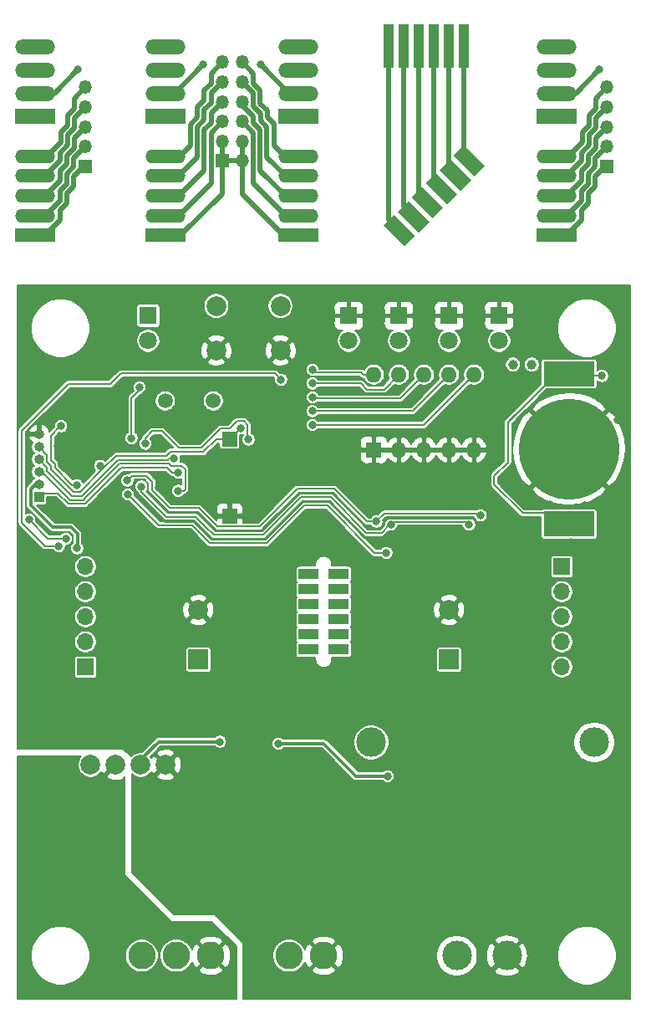
<source format=gtl>
G04 #@! TF.GenerationSoftware,KiCad,Pcbnew,5.1.12-84ad8e8a86~92~ubuntu16.04.1*
G04 #@! TF.CreationDate,2022-11-17T21:27:21+01:00*
G04 #@! TF.ProjectId,LedBar,4c656442-6172-42e6-9b69-6361645f7063,rev?*
G04 #@! TF.SameCoordinates,Original*
G04 #@! TF.FileFunction,Copper,L1,Top*
G04 #@! TF.FilePolarity,Positive*
%FSLAX46Y46*%
G04 Gerber Fmt 4.6, Leading zero omitted, Abs format (unit mm)*
G04 Created by KiCad (PCBNEW 5.1.12-84ad8e8a86~92~ubuntu16.04.1) date 2022-11-17 21:27:21*
%MOMM*%
%LPD*%
G01*
G04 APERTURE LIST*
G04 #@! TA.AperFunction,ComponentPad*
%ADD10O,1.350000X1.350000*%
G04 #@! TD*
G04 #@! TA.AperFunction,ComponentPad*
%ADD11R,1.350000X1.350000*%
G04 #@! TD*
G04 #@! TA.AperFunction,ComponentPad*
%ADD12O,4.050000X1.400000*%
G04 #@! TD*
G04 #@! TA.AperFunction,ComponentPad*
%ADD13R,4.050000X1.400000*%
G04 #@! TD*
G04 #@! TA.AperFunction,ComponentPad*
%ADD14C,2.000000*%
G04 #@! TD*
G04 #@! TA.AperFunction,SMDPad,CuDef*
%ADD15C,0.100000*%
G04 #@! TD*
G04 #@! TA.AperFunction,SMDPad,CuDef*
%ADD16R,1.070000X4.413000*%
G04 #@! TD*
G04 #@! TA.AperFunction,ComponentPad*
%ADD17O,1.000000X1.000000*%
G04 #@! TD*
G04 #@! TA.AperFunction,ComponentPad*
%ADD18R,1.000000X1.000000*%
G04 #@! TD*
G04 #@! TA.AperFunction,ComponentPad*
%ADD19C,2.800000*%
G04 #@! TD*
G04 #@! TA.AperFunction,ComponentPad*
%ADD20R,2.032000X1.070000*%
G04 #@! TD*
G04 #@! TA.AperFunction,ComponentPad*
%ADD21C,3.000000*%
G04 #@! TD*
G04 #@! TA.AperFunction,ComponentPad*
%ADD22C,1.500000*%
G04 #@! TD*
G04 #@! TA.AperFunction,SMDPad,CuDef*
%ADD23R,1.500000X1.500000*%
G04 #@! TD*
G04 #@! TA.AperFunction,ComponentPad*
%ADD24O,1.700000X1.700000*%
G04 #@! TD*
G04 #@! TA.AperFunction,ComponentPad*
%ADD25R,1.700000X1.700000*%
G04 #@! TD*
G04 #@! TA.AperFunction,ComponentPad*
%ADD26R,2.000000X2.000000*%
G04 #@! TD*
G04 #@! TA.AperFunction,ComponentPad*
%ADD27C,1.800000*%
G04 #@! TD*
G04 #@! TA.AperFunction,ComponentPad*
%ADD28R,1.800000X1.800000*%
G04 #@! TD*
G04 #@! TA.AperFunction,ComponentPad*
%ADD29O,1.600000X1.600000*%
G04 #@! TD*
G04 #@! TA.AperFunction,ComponentPad*
%ADD30R,1.600000X1.600000*%
G04 #@! TD*
G04 #@! TA.AperFunction,ComponentPad*
%ADD31C,1.000000*%
G04 #@! TD*
G04 #@! TA.AperFunction,SMDPad,CuDef*
%ADD32C,10.200000*%
G04 #@! TD*
G04 #@! TA.AperFunction,SMDPad,CuDef*
%ADD33R,5.100000X2.500000*%
G04 #@! TD*
G04 #@! TA.AperFunction,ComponentPad*
%ADD34R,4.050000X1.500000*%
G04 #@! TD*
G04 #@! TA.AperFunction,ComponentPad*
%ADD35O,4.050000X1.500000*%
G04 #@! TD*
G04 #@! TA.AperFunction,ViaPad*
%ADD36C,0.800000*%
G04 #@! TD*
G04 #@! TA.AperFunction,Conductor*
%ADD37C,0.350000*%
G04 #@! TD*
G04 #@! TA.AperFunction,Conductor*
%ADD38C,0.250000*%
G04 #@! TD*
G04 #@! TA.AperFunction,Conductor*
%ADD39C,0.200000*%
G04 #@! TD*
G04 #@! TA.AperFunction,Conductor*
%ADD40C,0.500000*%
G04 #@! TD*
G04 #@! TA.AperFunction,Conductor*
%ADD41C,0.100000*%
G04 #@! TD*
G04 APERTURE END LIST*
D10*
X127000000Y-51816000D03*
X127000000Y-53816000D03*
X127000000Y-55816000D03*
X127000000Y-57816000D03*
D11*
X127000000Y-59816000D03*
D12*
X174752000Y-58802000D03*
D13*
X174752000Y-66802000D03*
D12*
X174752000Y-62802000D03*
X174752000Y-64802000D03*
X174752000Y-60802000D03*
D10*
X179832000Y-51816000D03*
X179832000Y-53816000D03*
X179832000Y-55816000D03*
X179832000Y-57816000D03*
D11*
X179832000Y-59816000D03*
D14*
X135128000Y-120396000D03*
X132588000Y-120396000D03*
X130048000Y-120396000D03*
X127508000Y-120396000D03*
G04 #@! TA.AperFunction,SMDPad,CuDef*
D15*
G36*
X160410330Y-66848670D02*
G01*
X159349670Y-67909330D01*
X157228350Y-65788010D01*
X158289010Y-64727350D01*
X160410330Y-66848670D01*
G37*
G04 #@! TD.AperFunction*
G04 #@! TA.AperFunction,SMDPad,CuDef*
G36*
X161824543Y-65434456D02*
G01*
X160763883Y-66495116D01*
X158642563Y-64373796D01*
X159703223Y-63313136D01*
X161824543Y-65434456D01*
G37*
G04 #@! TD.AperFunction*
G04 #@! TA.AperFunction,SMDPad,CuDef*
G36*
X163238757Y-64020243D02*
G01*
X162178097Y-65080903D01*
X160056777Y-62959583D01*
X161117437Y-61898923D01*
X163238757Y-64020243D01*
G37*
G04 #@! TD.AperFunction*
G04 #@! TA.AperFunction,SMDPad,CuDef*
G36*
X164652971Y-62606029D02*
G01*
X163592311Y-63666689D01*
X161470991Y-61545369D01*
X162531651Y-60484709D01*
X164652971Y-62606029D01*
G37*
G04 #@! TD.AperFunction*
G04 #@! TA.AperFunction,SMDPad,CuDef*
G36*
X166067184Y-61191816D02*
G01*
X165006524Y-62252476D01*
X162885204Y-60131156D01*
X163945864Y-59070496D01*
X166067184Y-61191816D01*
G37*
G04 #@! TD.AperFunction*
G04 #@! TA.AperFunction,SMDPad,CuDef*
G36*
X167481398Y-59777602D02*
G01*
X166420738Y-60838262D01*
X164299418Y-58716942D01*
X165360078Y-57656282D01*
X167481398Y-59777602D01*
G37*
G04 #@! TD.AperFunction*
D16*
X157734000Y-47672500D03*
X159258000Y-47672500D03*
X160782000Y-47672500D03*
X162306000Y-47672500D03*
X163830000Y-47672500D03*
X165354000Y-47672500D03*
D17*
X122301000Y-86931500D03*
X122301000Y-88201500D03*
X122301000Y-89471500D03*
X122301000Y-90741500D03*
X122301000Y-92011500D03*
D18*
X122301000Y-93281500D03*
D19*
X151130000Y-139700000D03*
X147630000Y-139700000D03*
D20*
X149606000Y-101092000D03*
X152654000Y-101092000D03*
X149606000Y-102616000D03*
X152654000Y-102616000D03*
X149606000Y-104140000D03*
X152654000Y-104140000D03*
X149606000Y-105664000D03*
X152654000Y-105664000D03*
X149606000Y-107188000D03*
X152654000Y-107188000D03*
X149606000Y-108712000D03*
X152654000Y-108712000D03*
D19*
X139700000Y-139700000D03*
X136200000Y-139700000D03*
X132700000Y-139700000D03*
D21*
X178556000Y-118110000D03*
X155956000Y-118110000D03*
D22*
X135074000Y-83566000D03*
X139954000Y-83566000D03*
D23*
X141605000Y-87413000D03*
X141605000Y-95213000D03*
D24*
X127000000Y-100330000D03*
X127000000Y-102870000D03*
X127000000Y-105410000D03*
X127000000Y-107950000D03*
D25*
X127000000Y-110490000D03*
D24*
X175260000Y-110490000D03*
X175260000Y-107950000D03*
X175260000Y-105410000D03*
X175260000Y-102870000D03*
D25*
X175260000Y-100330000D03*
D14*
X163830000Y-104728000D03*
D26*
X163830000Y-109728000D03*
D14*
X138430000Y-104728000D03*
D26*
X138430000Y-109728000D03*
D27*
X163830000Y-77470000D03*
D28*
X163830000Y-74930000D03*
D27*
X158750000Y-77470000D03*
D28*
X158750000Y-74930000D03*
D27*
X153670000Y-77470000D03*
D28*
X153670000Y-74930000D03*
D14*
X140260000Y-78450000D03*
X140260000Y-73950000D03*
X146760000Y-78450000D03*
X146760000Y-73950000D03*
D29*
X156210000Y-80899000D03*
X166370000Y-88519000D03*
X158750000Y-80899000D03*
X163830000Y-88519000D03*
X161290000Y-80899000D03*
X161290000Y-88519000D03*
X163830000Y-80899000D03*
X158750000Y-88519000D03*
X166370000Y-80899000D03*
D30*
X156210000Y-88519000D03*
D27*
X168910000Y-77470000D03*
D28*
X168910000Y-74930000D03*
D31*
X170312000Y-79883000D03*
X172212000Y-79883000D03*
D10*
X142859000Y-49276000D03*
X140859000Y-49276000D03*
X142859000Y-51276000D03*
X140859000Y-51276000D03*
X142859000Y-53276000D03*
X140859000Y-53276000D03*
X142859000Y-55276000D03*
X140859000Y-55276000D03*
X142859000Y-57276000D03*
X140859000Y-57276000D03*
X142859000Y-59276000D03*
D11*
X140859000Y-59276000D03*
D32*
X176000000Y-88420000D03*
D33*
X176000000Y-80820000D03*
X176000000Y-96020000D03*
D12*
X135128000Y-58802000D03*
D13*
X135128000Y-66802000D03*
D12*
X135128000Y-62802000D03*
X135128000Y-64802000D03*
X135128000Y-60802000D03*
D13*
X148590000Y-66802000D03*
D12*
X148590000Y-64802000D03*
X148590000Y-62802000D03*
X148590000Y-60802000D03*
X148590000Y-58802000D03*
D34*
X148590000Y-54752000D03*
D35*
X148590000Y-52422000D03*
X148590000Y-50082000D03*
X148590000Y-47752000D03*
D12*
X121920000Y-58802000D03*
D13*
X121920000Y-66802000D03*
D12*
X121920000Y-62802000D03*
X121920000Y-64802000D03*
X121920000Y-60802000D03*
D27*
X133350000Y-77470000D03*
D28*
X133350000Y-74930000D03*
D21*
X169700000Y-139700000D03*
X164620000Y-139700000D03*
D34*
X174752000Y-54752000D03*
D35*
X174752000Y-52422000D03*
X174752000Y-50082000D03*
X174752000Y-47752000D03*
D34*
X135128000Y-54752000D03*
D35*
X135128000Y-52422000D03*
X135128000Y-50082000D03*
X135128000Y-47752000D03*
D34*
X121920000Y-54752000D03*
D35*
X121920000Y-52422000D03*
X121920000Y-50082000D03*
X121920000Y-47752000D03*
D36*
X157607000Y-121539000D03*
X126149960Y-98468016D03*
X140615782Y-118041456D03*
X146558000Y-118237000D03*
X159766000Y-117348000D03*
X162052000Y-118872000D03*
X174117000Y-143256000D03*
X181356000Y-143256000D03*
X174498000Y-131064000D03*
X162560000Y-121412000D03*
X162306000Y-138176000D03*
X172593000Y-124968000D03*
X172466000Y-132842000D03*
X164973000Y-122936000D03*
X131972100Y-118872000D03*
X132207000Y-131191000D03*
X135445500Y-126873000D03*
X132080000Y-125095000D03*
X147129500Y-126111000D03*
X145923000Y-131445000D03*
X145034000Y-137287000D03*
X143764000Y-121666000D03*
X140970000Y-134620000D03*
X120904000Y-118110000D03*
X143637000Y-143256000D03*
X164846000Y-143256000D03*
X154940000Y-143256000D03*
X181356000Y-127381000D03*
X133159500Y-101409500D03*
X133159500Y-105092500D03*
X133159500Y-108775500D03*
X133159500Y-112458500D03*
X143954500Y-99504500D03*
X143954500Y-103187500D03*
X143954500Y-106870500D03*
X143954500Y-110553500D03*
X158305500Y-112458500D03*
X158305500Y-108775500D03*
X158305500Y-105092500D03*
X158305500Y-101409500D03*
X169100500Y-103187500D03*
X169100500Y-106870500D03*
X169100500Y-109347000D03*
X163556626Y-98126874D03*
X153987500Y-93218000D03*
X153416000Y-97536000D03*
X162687000Y-93472000D03*
X165989000Y-94225489D03*
X132715000Y-96647000D03*
X136705389Y-84486664D03*
X129921000Y-83693000D03*
X137287000Y-80010000D03*
X139954000Y-94854419D03*
X137482079Y-96812667D03*
X139417274Y-85979000D03*
X144272000Y-84455000D03*
X141224000Y-90627200D03*
X134391400Y-87320002D03*
X124777500Y-90043000D03*
X134462014Y-92307433D03*
X136001235Y-91724999D03*
X136906000Y-87376000D03*
X136963976Y-89446327D03*
X181356000Y-72644000D03*
X120904000Y-72644000D03*
X181800500Y-86931500D03*
X181356000Y-99187000D03*
X181356000Y-112522000D03*
X151257000Y-72644000D03*
X161798000Y-72644000D03*
X172720000Y-72644000D03*
X174053500Y-94020000D03*
X177571400Y-94107000D03*
X171450000Y-95758000D03*
X179019200Y-83261200D03*
X146050000Y-116840000D03*
X167788378Y-120671378D03*
X180883560Y-85476080D03*
X178971401Y-93853000D03*
X176160011Y-97870002D03*
X176149000Y-123571000D03*
X157607000Y-124460000D03*
X158750000Y-139573000D03*
X160782000Y-136906000D03*
X156718000Y-136906000D03*
X158750000Y-134366000D03*
X150622000Y-129667000D03*
X148844000Y-86360000D03*
X151387471Y-91754378D03*
X145034000Y-94854419D03*
X126174500Y-95186500D03*
X123698000Y-93916500D03*
X137795000Y-86360000D03*
X151701500Y-95377000D03*
X169100500Y-99504500D03*
X171323000Y-82042000D03*
X168910000Y-86868000D03*
X169113200Y-91490800D03*
X171475400Y-93878400D03*
X167614600Y-91541600D03*
X120904000Y-97472500D03*
X120904000Y-85153500D03*
X120904000Y-107442000D03*
X141986000Y-72644000D03*
X131572000Y-72644000D03*
X172466000Y-116078000D03*
X170688000Y-113538000D03*
X154686000Y-115824000D03*
X130302000Y-86360000D03*
X148844000Y-90170000D03*
X150368000Y-121412000D03*
X154178000Y-124968000D03*
X140716000Y-125222000D03*
X140970000Y-133096000D03*
X135255000Y-79629000D03*
X135001000Y-76962000D03*
X137287000Y-82931000D03*
X128143000Y-87906011D03*
X124206000Y-88138000D03*
X126809500Y-83312000D03*
X123063000Y-82994500D03*
X128778000Y-79756000D03*
X126390400Y-80899000D03*
X127000000Y-79438500D03*
X128460500Y-93472000D03*
X131445000Y-81470500D03*
X129540000Y-126873000D03*
X126111000Y-134366000D03*
X123571000Y-124841000D03*
X141605000Y-143256000D03*
X131318000Y-143256000D03*
X120904000Y-120142000D03*
X120904000Y-129413000D03*
X120904000Y-143256000D03*
X133096000Y-135128000D03*
X126238000Y-124714000D03*
X146812000Y-81407000D03*
X124299949Y-98239104D03*
X128487960Y-90120414D03*
X142705001Y-86296500D03*
X143510000Y-87466000D03*
X149987000Y-85991004D03*
X133066229Y-87880848D03*
X149987000Y-84591003D03*
X150007863Y-83191002D03*
X149987000Y-81791001D03*
X149987000Y-80391000D03*
X157924500Y-96075500D03*
X165862000Y-96075499D03*
X132662003Y-92219989D03*
X156464000Y-95758000D03*
X167035092Y-95150284D03*
X131240449Y-91618078D03*
X157480000Y-98933000D03*
X131292725Y-93018079D03*
X124994016Y-97519192D03*
X121267641Y-95584859D03*
X131649175Y-87316771D03*
X132469500Y-82169000D03*
X179324000Y-81019990D03*
X126238000Y-50038000D03*
X138938000Y-49530000D03*
X144780000Y-49530000D03*
X179070000Y-50038000D03*
X136382801Y-92649341D03*
X136402345Y-90808968D03*
X135964527Y-89413086D03*
X126111000Y-92075000D03*
X124523500Y-86106000D03*
D37*
X132588000Y-120269000D02*
X132588000Y-120396000D01*
X140615782Y-118041456D02*
X134434544Y-118041456D01*
X132588000Y-119888000D02*
X132588000Y-120396000D01*
X134434544Y-118041456D02*
X132588000Y-119888000D01*
X154432000Y-121539000D02*
X157607000Y-121539000D01*
X146558000Y-118237000D02*
X151130000Y-118237000D01*
X151130000Y-118237000D02*
X154432000Y-121539000D01*
X121895998Y-92011500D02*
X122301000Y-92011500D01*
X121425999Y-92481499D02*
X121895998Y-92011500D01*
X125526772Y-96344181D02*
X123688679Y-96344181D01*
X123688679Y-96344181D02*
X121425999Y-94081501D01*
X126149960Y-98468016D02*
X126149960Y-98071015D01*
X126149960Y-98071015D02*
X126169027Y-98051948D01*
X121425999Y-94081501D02*
X121425999Y-92481499D01*
X126169027Y-96986436D02*
X125526772Y-96344181D01*
X126169027Y-98051948D02*
X126169027Y-96986436D01*
D38*
X158088499Y-95350499D02*
X166095997Y-95350499D01*
X158272501Y-95350499D02*
X158088499Y-95350499D01*
X166210001Y-95350498D02*
X166587001Y-95727498D01*
X166095997Y-95350499D02*
X166210001Y-95350498D01*
D39*
X135025479Y-95687656D02*
X132334000Y-92996177D01*
X132334000Y-92996177D02*
X131962003Y-92624180D01*
X130904447Y-92318078D02*
X130956724Y-92318078D01*
X131960085Y-92318079D02*
X131962003Y-92319997D01*
X130904448Y-92318079D02*
X131960085Y-92318079D01*
X131962003Y-92319997D02*
X131962003Y-92624180D01*
X130904447Y-92318078D02*
X130904448Y-92318079D01*
X134285408Y-87214010D02*
X134391400Y-87320002D01*
X131962003Y-91883987D02*
X131962003Y-92319997D01*
D38*
X144806244Y-96688011D02*
X140150536Y-96688011D01*
X157189001Y-95737997D02*
X157189001Y-96106001D01*
X148614867Y-92879388D02*
X144806244Y-96688011D01*
X157576499Y-95350499D02*
X157189001Y-95737997D01*
X152011832Y-92879388D02*
X148614867Y-92879388D01*
X156812001Y-96483001D02*
X155615445Y-96483001D01*
X157189001Y-96106001D02*
X156812001Y-96483001D01*
X140150536Y-96688011D02*
X138300161Y-94837636D01*
X155615445Y-96483001D02*
X152011832Y-92879388D01*
X138300161Y-94837636D02*
X135377567Y-94837636D01*
X158088499Y-95350499D02*
X157576499Y-95350499D01*
X135377567Y-94837636D02*
X133247463Y-92707532D01*
D39*
X132998004Y-91519988D02*
X132326002Y-91519988D01*
X132326002Y-91519988D02*
X131962003Y-91883987D01*
X133247463Y-92707532D02*
X133247463Y-92670531D01*
X133362004Y-92555990D02*
X133362004Y-91883988D01*
X133247463Y-92670531D02*
X133362004Y-92555990D01*
X133362004Y-91883988D02*
X132998004Y-91519988D01*
X136961998Y-89444349D02*
X136963976Y-89446327D01*
X136961998Y-89176011D02*
X136961998Y-89444349D01*
D38*
X155263357Y-97333021D02*
X151659744Y-93729408D01*
X151659744Y-93729408D02*
X148966955Y-93729408D01*
X137948073Y-95687656D02*
X135025479Y-95687656D01*
X139798448Y-97538031D02*
X137948073Y-95687656D01*
X148966955Y-93729408D02*
X145158332Y-97538031D01*
X145158332Y-97538031D02*
X139798448Y-97538031D01*
X171616998Y-95758000D02*
X171450000Y-95758000D01*
X137795000Y-86360000D02*
X137795000Y-86487000D01*
D39*
X120950989Y-87837011D02*
X120950989Y-93833756D01*
X125449959Y-98132015D02*
X125449959Y-98804017D01*
X125694017Y-97887957D02*
X125449959Y-98132015D01*
X125694017Y-97183191D02*
X125694017Y-97887957D01*
D38*
X134391400Y-87320002D02*
X134260408Y-87189010D01*
D39*
X120950989Y-94278255D02*
X120950989Y-93833756D01*
X123491925Y-96819191D02*
X120950989Y-94278255D01*
X125330017Y-96819191D02*
X123491925Y-96819191D01*
X125694017Y-97183191D02*
X125330017Y-96819191D01*
X123330384Y-98239104D02*
X124299949Y-98239104D01*
X120550979Y-95904199D02*
X120550979Y-95341479D01*
X120550979Y-95341479D02*
X120550979Y-95459699D01*
X124299949Y-98239104D02*
X122885884Y-98239104D01*
X122885884Y-98239104D02*
X120550979Y-95904199D01*
X120550979Y-95341479D02*
X120550979Y-86542523D01*
X120550979Y-86542523D02*
X125242002Y-81851500D01*
X125242002Y-81851500D02*
X129540000Y-81851500D01*
X130621001Y-80770499D02*
X146175499Y-80770499D01*
X129540000Y-81851500D02*
X130621001Y-80770499D01*
X146175499Y-80770499D02*
X146812000Y-81407000D01*
X141605000Y-87413000D02*
X141605000Y-87376000D01*
X141605000Y-87396501D02*
X142705001Y-86296500D01*
X141605000Y-87413000D02*
X141605000Y-87396501D01*
X138928614Y-88713085D02*
X140228698Y-87413000D01*
X135568915Y-88713085D02*
X138928614Y-88713085D01*
X135166018Y-89115982D02*
X135568915Y-88713085D01*
X140228698Y-87413000D02*
X141605000Y-87413000D01*
X135166016Y-89115980D02*
X135166018Y-89115982D01*
X130106020Y-89115982D02*
X135166017Y-89115982D01*
X128487960Y-90133960D02*
X128788001Y-90434001D01*
X128487960Y-90120414D02*
X128487960Y-90133960D01*
X128788001Y-90434001D02*
X130106020Y-89115982D01*
X125774999Y-92775001D02*
X126447002Y-92775001D01*
X123501011Y-90501015D02*
X125774999Y-92775001D01*
X122301000Y-88201500D02*
X123101001Y-89001501D01*
X123501011Y-90105813D02*
X123501011Y-90501015D01*
X123101001Y-89705803D02*
X123501011Y-90105813D01*
X123101001Y-89001501D02*
X123101001Y-89705803D01*
X126447002Y-92775001D02*
X128788001Y-90434001D01*
X161277996Y-85991004D02*
X166370000Y-80899000D01*
X149987000Y-85991004D02*
X161277996Y-85991004D01*
X141605499Y-86360000D02*
X142369000Y-85596499D01*
X143041002Y-85596499D02*
X143405001Y-85960498D01*
X143405001Y-85960498D02*
X143405001Y-87466000D01*
X142369000Y-85596499D02*
X143041002Y-85596499D01*
X140716000Y-86360000D02*
X141605499Y-86360000D01*
X138762925Y-88313075D02*
X140716000Y-86360000D01*
X136420475Y-88313075D02*
X134727401Y-86620001D01*
X138762925Y-88313075D02*
X136420475Y-88313075D01*
X133761391Y-86620001D02*
X134727401Y-86620001D01*
X133066229Y-87315163D02*
X133761391Y-86620001D01*
X133066229Y-87315163D02*
X133066229Y-87880848D01*
X160137997Y-84591003D02*
X163830000Y-80899000D01*
X149987000Y-84591003D02*
X160137997Y-84591003D01*
X150007863Y-83191002D02*
X150015892Y-83199031D01*
X161290000Y-80899000D02*
X158877000Y-83312000D01*
X150128861Y-83312000D02*
X150007863Y-83191002D01*
X158877000Y-83312000D02*
X150128861Y-83312000D01*
X154908301Y-81791001D02*
X149987000Y-81791001D01*
X158750000Y-80899000D02*
X157249989Y-82399011D01*
X155516310Y-82399011D02*
X154908301Y-81791001D01*
X157249989Y-82399011D02*
X155516310Y-82399011D01*
X149987000Y-80518000D02*
X150159991Y-80690991D01*
X149987000Y-80391000D02*
X149987000Y-80518000D01*
X155147697Y-80899000D02*
X156210000Y-80899000D01*
X154939688Y-80690991D02*
X155147697Y-80899000D01*
X150159991Y-80690991D02*
X154939688Y-80690991D01*
X158033991Y-95966009D02*
X157924500Y-96075500D01*
X157924500Y-96075500D02*
X157988000Y-96075500D01*
X157988000Y-96075500D02*
X158287991Y-95775509D01*
X158287991Y-95775509D02*
X165518665Y-95775509D01*
X165562010Y-95775509D02*
X165862000Y-96075499D01*
X165518665Y-95775509D02*
X165562010Y-95775509D01*
X139265911Y-96404440D02*
X139265909Y-96404438D01*
X138124117Y-95262646D02*
X139265911Y-96404440D01*
X136075833Y-95262646D02*
X138124117Y-95262646D01*
X135201523Y-95262646D02*
X136144000Y-95262646D01*
X135201523Y-95262646D02*
X132664601Y-92725724D01*
X132664601Y-92222587D02*
X132662003Y-92219989D01*
X132664601Y-92725724D02*
X132664601Y-92222587D01*
X139974492Y-97113021D02*
X139265911Y-96404440D01*
X144982288Y-97113021D02*
X139974492Y-97113021D01*
X148790911Y-93304398D02*
X144982288Y-97113021D01*
X157924500Y-96075500D02*
X157820556Y-96075500D01*
X151835788Y-93304398D02*
X148790911Y-93304398D01*
X157820556Y-96075500D02*
X156988045Y-96908011D01*
X156988045Y-96908011D02*
X155439401Y-96908011D01*
X155439401Y-96908011D02*
X151835788Y-93304398D01*
X157296511Y-94925489D02*
X166743989Y-94925489D01*
X156464000Y-95758000D02*
X157296511Y-94925489D01*
X166810297Y-94925489D02*
X167035092Y-95150284D01*
X166743989Y-94925489D02*
X166810297Y-94925489D01*
X136075833Y-94412626D02*
X136652000Y-94412626D01*
X133762013Y-92621028D02*
X135553611Y-94412626D01*
X131240449Y-91618078D02*
X131738549Y-91119978D01*
X131738549Y-91119978D02*
X133163693Y-91119978D01*
X133163693Y-91119978D02*
X133762014Y-91718299D01*
X135553611Y-94412626D02*
X136075833Y-94412626D01*
X133762014Y-91718299D02*
X133762013Y-92621028D01*
X155491498Y-95758000D02*
X156464000Y-95758000D01*
X152187876Y-92454378D02*
X155491498Y-95758000D01*
X148438823Y-92454378D02*
X152187876Y-92454378D01*
X136427921Y-94412626D02*
X138476205Y-94412626D01*
X140326580Y-96263001D02*
X144630200Y-96263001D01*
X138476205Y-94412626D02*
X140326580Y-96263001D01*
X144630200Y-96263001D02*
X148438823Y-92454378D01*
X131292725Y-92977439D02*
X131420199Y-93104913D01*
X135723745Y-96112666D02*
X137260666Y-96112666D01*
X137260666Y-96112666D02*
X137059334Y-96112666D01*
X134849435Y-96112666D02*
X134849433Y-96112664D01*
X135723745Y-96112666D02*
X134849435Y-96112666D01*
X134387312Y-96112666D02*
X134849435Y-96112666D01*
X131292725Y-93018079D02*
X134387312Y-96112666D01*
X156262282Y-98933000D02*
X157480000Y-98933000D01*
X151483700Y-94154418D02*
X156262282Y-98933000D01*
X149142999Y-94154418D02*
X151483700Y-94154418D01*
X137260666Y-96112666D02*
X137772029Y-96112666D01*
X137772029Y-96112666D02*
X139622404Y-97963041D01*
X139622404Y-97963041D02*
X145334376Y-97963041D01*
X145334376Y-97963041D02*
X149142999Y-94154418D01*
X123201974Y-97519192D02*
X121267641Y-95584859D01*
X124994016Y-97519192D02*
X123201974Y-97519192D01*
X131649175Y-83261371D02*
X132469500Y-82441046D01*
X131649175Y-87316771D02*
X131649175Y-83261371D01*
X176199990Y-81019990D02*
X176000000Y-80820000D01*
X179350000Y-81019990D02*
X176199990Y-81019990D01*
X175017498Y-96020000D02*
X176000000Y-96020000D01*
X176000000Y-80820000D02*
X174700000Y-80820000D01*
X169924499Y-85595501D02*
X171384500Y-84135500D01*
X174700000Y-80820000D02*
X171384500Y-84135500D01*
X175037999Y-95057999D02*
X176000000Y-96020000D01*
X174899800Y-94919800D02*
X176000000Y-96020000D01*
X171297600Y-94919800D02*
X174899800Y-94919800D01*
X168413199Y-92035399D02*
X171297600Y-94919800D01*
X169799000Y-89768998D02*
X168413199Y-91154799D01*
X171384500Y-84135500D02*
X169799000Y-85721000D01*
X169799000Y-85721000D02*
X169799000Y-89768998D01*
X168413199Y-91154799D02*
X168413199Y-92035399D01*
D40*
X165354000Y-58710864D02*
X165890408Y-59247272D01*
X165354000Y-47371000D02*
X165354000Y-58710864D01*
X163830000Y-60015292D02*
X164476194Y-60661486D01*
X163830000Y-47371000D02*
X163830000Y-60015292D01*
X160782000Y-62624146D02*
X161647767Y-63489913D01*
X160782000Y-47371000D02*
X160782000Y-62624146D01*
X162306000Y-61319718D02*
X163061981Y-62075699D01*
X162306000Y-47371000D02*
X162306000Y-61319718D01*
X159258000Y-63928573D02*
X160233553Y-64904126D01*
X159258000Y-47371000D02*
X159258000Y-63928573D01*
X157734000Y-65233000D02*
X158819340Y-66318340D01*
X157734000Y-47371000D02*
X157734000Y-65233000D01*
X122871359Y-66802000D02*
X124395010Y-65278349D01*
X121920000Y-66802000D02*
X122871359Y-66802000D01*
X124395010Y-64268311D02*
X125095020Y-63568302D01*
X124395010Y-65278349D02*
X124395010Y-64268311D01*
X125095020Y-62558264D02*
X125795030Y-61858255D01*
X125095020Y-63568302D02*
X125095020Y-62558264D01*
X125795030Y-61858255D02*
X125795030Y-60848217D01*
X126827247Y-59816000D02*
X127000000Y-59816000D01*
X125795030Y-60848217D02*
X126827247Y-59816000D01*
X125874999Y-57951039D02*
X125874999Y-56941001D01*
X124395010Y-60268311D02*
X125095020Y-59568302D01*
X125874999Y-56941001D02*
X127000000Y-55816000D01*
X122871359Y-62802000D02*
X124395010Y-61278349D01*
X124395010Y-61278349D02*
X124395010Y-60268311D01*
X121920000Y-62802000D02*
X122871359Y-62802000D01*
X125095020Y-59568302D02*
X125095020Y-58731018D01*
X125095020Y-58731018D02*
X125874999Y-57951039D01*
X122871359Y-64802000D02*
X124395010Y-63278349D01*
X125795030Y-59858255D02*
X125795030Y-59020970D01*
X125795030Y-59020970D02*
X127000000Y-57816000D01*
X125095020Y-61568302D02*
X125095020Y-60558264D01*
X125095020Y-60558264D02*
X125795030Y-59858255D01*
X124395010Y-62268311D02*
X125095020Y-61568302D01*
X124395010Y-63278349D02*
X124395010Y-62268311D01*
X121920000Y-64802000D02*
X122871359Y-64802000D01*
X127000000Y-53816000D02*
X125874999Y-54941001D01*
X124395010Y-58441066D02*
X124395010Y-59278349D01*
X125174989Y-57661087D02*
X124395010Y-58441066D01*
X124395010Y-59278349D02*
X122871359Y-60802000D01*
X125174989Y-56651048D02*
X125174989Y-57661087D01*
X122871359Y-60802000D02*
X121920000Y-60802000D01*
X125874999Y-54941001D02*
X125874999Y-55951039D01*
X125874999Y-55951039D02*
X125174989Y-56651048D01*
X123854000Y-52422000D02*
X121920000Y-52422000D01*
X126238000Y-50038000D02*
X123854000Y-52422000D01*
X127000000Y-51816000D02*
X125874999Y-52941001D01*
X124474979Y-56361095D02*
X124474979Y-57371135D01*
X124474979Y-57371135D02*
X123044114Y-58802000D01*
X123044114Y-58802000D02*
X121920000Y-58802000D01*
X125174989Y-54651048D02*
X125174989Y-55661086D01*
X125174989Y-55661086D02*
X124474979Y-56361095D01*
X125874999Y-52941001D02*
X125874999Y-53951039D01*
X125874999Y-53951039D02*
X125174989Y-54651048D01*
X142859000Y-57276000D02*
X142859000Y-59276000D01*
X142859000Y-59276000D02*
X142859000Y-62595000D01*
X147066000Y-66802000D02*
X148590000Y-66802000D01*
X142859000Y-62595000D02*
X147066000Y-66802000D01*
X140859000Y-57276000D02*
X140859000Y-57276000D01*
X136652000Y-66802000D02*
X135128000Y-66802000D01*
X140859000Y-57276000D02*
X140859000Y-62595000D01*
X140859000Y-62595000D02*
X136652000Y-66802000D01*
X142859000Y-59276000D02*
X140859000Y-59276000D01*
X140859000Y-53276000D02*
X140859000Y-53276000D01*
X139733999Y-55411039D02*
X139033989Y-56111048D01*
X139733999Y-54401001D02*
X139733999Y-55411039D01*
X136453000Y-62802000D02*
X135128000Y-62802000D01*
X139033989Y-60221011D02*
X136453000Y-62802000D01*
X139033989Y-56111048D02*
X139033989Y-60221011D01*
X140859000Y-53276000D02*
X139733999Y-54401001D01*
X140859000Y-55276000D02*
X140859000Y-55276000D01*
X140859000Y-55276000D02*
X139733999Y-56401001D01*
X139733999Y-61561001D02*
X136493000Y-64802000D01*
X136493000Y-64802000D02*
X135128000Y-64802000D01*
X139733999Y-56401001D02*
X139733999Y-61561001D01*
X140859000Y-51276000D02*
X140835000Y-51300000D01*
X140835000Y-51300000D02*
X139733999Y-52401001D01*
X138333979Y-55821095D02*
X138333979Y-58921021D01*
X138333979Y-58921021D02*
X136453000Y-60802000D01*
X136453000Y-60802000D02*
X135128000Y-60802000D01*
X139033989Y-54111048D02*
X139033989Y-55121086D01*
X139033989Y-55121086D02*
X138333979Y-55821095D01*
X139733999Y-52401001D02*
X139733999Y-53411039D01*
X139733999Y-53411039D02*
X139033989Y-54111048D01*
X136046000Y-52422000D02*
X138938000Y-49530000D01*
X135128000Y-52422000D02*
X136046000Y-52422000D01*
X140859000Y-49276000D02*
X139733999Y-50401001D01*
X137603001Y-57722999D02*
X136524000Y-58802000D01*
X136524000Y-58802000D02*
X135128000Y-58802000D01*
X138333979Y-53821096D02*
X138333979Y-54831133D01*
X138333979Y-54831133D02*
X137603001Y-55562111D01*
X137603001Y-55562111D02*
X137603001Y-57722999D01*
X139033989Y-52111048D02*
X139033989Y-53121086D01*
X139033989Y-53121086D02*
X138333979Y-53821096D01*
X139733999Y-50401001D02*
X139733999Y-51411039D01*
X139733999Y-51411039D02*
X139033989Y-52111048D01*
X142859000Y-49276000D02*
X143984001Y-50401001D01*
X146084031Y-57692031D02*
X147194000Y-58802000D01*
X147194000Y-58802000D02*
X148590000Y-58802000D01*
X146084031Y-55531142D02*
X146084031Y-57692031D01*
X145418020Y-54190093D02*
X145418020Y-54865132D01*
X145418020Y-54865132D02*
X146084031Y-55531142D01*
X144684011Y-52111048D02*
X144684011Y-53456085D01*
X144684011Y-53456085D02*
X145418020Y-54190093D01*
X143984001Y-50401001D02*
X143984001Y-51411039D01*
X143984001Y-51411039D02*
X144684011Y-52111048D01*
X148590000Y-52422000D02*
X147672000Y-52422000D01*
X147672000Y-52422000D02*
X144780000Y-49530000D01*
X142859000Y-51276000D02*
X143984001Y-52401001D01*
X145384021Y-55821095D02*
X145384021Y-58921021D01*
X145384021Y-58921021D02*
X147265000Y-60802000D01*
X147265000Y-60802000D02*
X148590000Y-60802000D01*
X144718010Y-55155084D02*
X145384021Y-55821095D01*
X143984001Y-52401001D02*
X143984001Y-53746037D01*
X143984001Y-53746037D02*
X144718010Y-54480046D01*
X144718010Y-54480046D02*
X144718010Y-55155084D01*
X142859000Y-55276000D02*
X143984001Y-56401001D01*
X143984001Y-56401001D02*
X143984001Y-61521001D01*
X147265000Y-64802000D02*
X148590000Y-64802000D01*
X143984001Y-61521001D02*
X147265000Y-64802000D01*
X144018000Y-54769998D02*
X144018000Y-55445038D01*
X142859000Y-53610998D02*
X144018000Y-54769998D01*
X142859000Y-53276000D02*
X142859000Y-53276000D01*
X144018000Y-55445038D02*
X144684011Y-56111048D01*
X147265000Y-62802000D02*
X148590000Y-62802000D01*
X144684011Y-60221011D02*
X147265000Y-62802000D01*
X144684011Y-56111048D02*
X144684011Y-60221011D01*
X142859000Y-53276000D02*
X142859000Y-53610998D01*
X175703359Y-66802000D02*
X177227010Y-65278349D01*
X174752000Y-66802000D02*
X175703359Y-66802000D01*
X177227010Y-64268311D02*
X177927020Y-63568302D01*
X177227010Y-65278349D02*
X177227010Y-64268311D01*
X177927020Y-62558264D02*
X178627030Y-61858255D01*
X177927020Y-63568302D02*
X177927020Y-62558264D01*
X178627030Y-61858255D02*
X178627030Y-60848217D01*
X179659247Y-59816000D02*
X179832000Y-59816000D01*
X178627030Y-60848217D02*
X179659247Y-59816000D01*
X178706999Y-57951039D02*
X178706999Y-56941001D01*
X177227010Y-60268311D02*
X177927020Y-59568302D01*
X178706999Y-56941001D02*
X179832000Y-55816000D01*
X175703359Y-62802000D02*
X177227010Y-61278349D01*
X177227010Y-61278349D02*
X177227010Y-60268311D01*
X174752000Y-62802000D02*
X175703359Y-62802000D01*
X177927020Y-59568302D02*
X177927020Y-58731018D01*
X177927020Y-58731018D02*
X178706999Y-57951039D01*
X175703359Y-64802000D02*
X177227010Y-63278349D01*
X178627030Y-59858255D02*
X178627030Y-59020970D01*
X178627030Y-59020970D02*
X179832000Y-57816000D01*
X177927020Y-61568302D02*
X177927020Y-60558264D01*
X177927020Y-60558264D02*
X178627030Y-59858255D01*
X177227010Y-62268311D02*
X177927020Y-61568302D01*
X177227010Y-63278349D02*
X177227010Y-62268311D01*
X174752000Y-64802000D02*
X175703359Y-64802000D01*
X179832000Y-53816000D02*
X178706999Y-54941001D01*
X177227010Y-58441066D02*
X177227010Y-59278349D01*
X178006989Y-57661087D02*
X177227010Y-58441066D01*
X177227010Y-59278349D02*
X175703359Y-60802000D01*
X178006989Y-56651048D02*
X178006989Y-57661087D01*
X175703359Y-60802000D02*
X174752000Y-60802000D01*
X178706999Y-54941001D02*
X178706999Y-55951039D01*
X178706999Y-55951039D02*
X178006989Y-56651048D01*
X176686000Y-52422000D02*
X174752000Y-52422000D01*
X179070000Y-50038000D02*
X176686000Y-52422000D01*
X179832000Y-51816000D02*
X178706999Y-52941001D01*
X177306979Y-56361095D02*
X177306979Y-57371135D01*
X177306979Y-57371135D02*
X175876114Y-58802000D01*
X175876114Y-58802000D02*
X174752000Y-58802000D01*
X178006989Y-54651048D02*
X178006989Y-55661086D01*
X178006989Y-55661086D02*
X177306979Y-56361095D01*
X178706999Y-52941001D02*
X178706999Y-53951039D01*
X178706999Y-53951039D02*
X178006989Y-54651048D01*
D39*
X136948486Y-92649341D02*
X136382801Y-92649341D01*
X136738346Y-90108967D02*
X137102345Y-90472966D01*
X137102345Y-90472966D02*
X137102345Y-92495482D01*
X135457417Y-89916000D02*
X135654505Y-90113088D01*
X137102345Y-92495482D02*
X136948486Y-92649341D01*
X130437399Y-89916000D02*
X135457417Y-89916000D01*
X135654505Y-90113088D02*
X136062223Y-90113088D01*
X136066344Y-90108967D02*
X136738346Y-90108967D01*
X126778379Y-93575021D02*
X127012700Y-93340699D01*
X136062223Y-90113088D02*
X136066344Y-90108967D01*
X122301000Y-90741500D02*
X122610101Y-90741500D01*
X125443622Y-93575021D02*
X125880979Y-93575021D01*
X122610101Y-90741500D02*
X125443622Y-93575021D01*
X125880979Y-93575021D02*
X126778379Y-93575021D01*
X125443621Y-93575021D02*
X125880979Y-93575021D01*
X127012700Y-93340699D02*
X130437399Y-89916000D01*
X135291728Y-90316010D02*
X135784686Y-90808967D01*
X135784686Y-90808967D02*
X136402345Y-90808968D01*
X126944070Y-93975030D02*
X127412709Y-93506388D01*
X130603087Y-90316010D02*
X135291728Y-90316010D01*
X125277932Y-93975031D02*
X126944070Y-93975030D01*
X125277932Y-93975031D02*
X124203401Y-92900500D01*
X122682000Y-92900500D02*
X122301000Y-93281500D01*
X124203401Y-92900500D02*
X122682000Y-92900500D01*
X127412709Y-93506388D02*
X130603087Y-90316010D01*
X135861623Y-89515990D02*
X135964527Y-89413086D01*
X122301000Y-89471500D02*
X123101001Y-90271501D01*
X135434612Y-89413086D02*
X135964527Y-89413086D01*
X135331706Y-89515992D02*
X135434612Y-89413086D01*
X123101001Y-90271501D02*
X123101001Y-90666703D01*
X130271709Y-89515992D02*
X135331706Y-89515992D01*
X123101001Y-90666703D02*
X125609310Y-93175011D01*
X125609310Y-93175011D02*
X126612690Y-93175011D01*
X126612690Y-93175011D02*
X130271709Y-89515992D01*
X125640694Y-92075000D02*
X126111000Y-92075000D01*
X123901021Y-90335327D02*
X125640694Y-92075000D01*
X124460000Y-86106000D02*
X123501011Y-87064989D01*
X123901021Y-89940125D02*
X123901021Y-90335327D01*
X123501011Y-89540115D02*
X123901021Y-89940125D01*
X123501011Y-87064989D02*
X123501011Y-89540115D01*
X182145000Y-144045000D02*
X142975000Y-144045000D01*
X142975000Y-139532565D01*
X145930000Y-139532565D01*
X145930000Y-139867435D01*
X145995330Y-140195872D01*
X146123479Y-140505252D01*
X146309523Y-140783687D01*
X146546313Y-141020477D01*
X146824748Y-141206521D01*
X147134128Y-141334670D01*
X147462565Y-141400000D01*
X147797435Y-141400000D01*
X148125872Y-141334670D01*
X148435252Y-141206521D01*
X148559272Y-141123653D01*
X149924136Y-141123653D01*
X150072065Y-141418124D01*
X150427583Y-141591504D01*
X150810094Y-141692194D01*
X151204898Y-141716325D01*
X151596824Y-141662970D01*
X151970811Y-141534180D01*
X152187935Y-141418124D01*
X152335864Y-141123653D01*
X151130000Y-139917789D01*
X149924136Y-141123653D01*
X148559272Y-141123653D01*
X148713687Y-141020477D01*
X148950477Y-140783687D01*
X149136521Y-140505252D01*
X149216817Y-140311399D01*
X149295820Y-140540811D01*
X149411876Y-140757935D01*
X149706347Y-140905864D01*
X150912211Y-139700000D01*
X151347789Y-139700000D01*
X152553653Y-140905864D01*
X152848124Y-140757935D01*
X153021504Y-140402417D01*
X153122194Y-140019906D01*
X153146325Y-139625102D01*
X153128365Y-139493168D01*
X162520000Y-139493168D01*
X162520000Y-139906832D01*
X162600702Y-140312547D01*
X162759004Y-140694723D01*
X162988823Y-141038672D01*
X163281328Y-141331177D01*
X163625277Y-141560996D01*
X164007453Y-141719298D01*
X164413168Y-141800000D01*
X164826832Y-141800000D01*
X165232547Y-141719298D01*
X165614723Y-141560996D01*
X165958672Y-141331177D01*
X166094912Y-141194937D01*
X168422852Y-141194937D01*
X168582837Y-141499644D01*
X168955396Y-141683012D01*
X169356570Y-141790174D01*
X169770942Y-141817012D01*
X170182587Y-141762494D01*
X170575687Y-141628716D01*
X170817163Y-141499644D01*
X170977148Y-141194937D01*
X169700000Y-139917789D01*
X168422852Y-141194937D01*
X166094912Y-141194937D01*
X166251177Y-141038672D01*
X166480996Y-140694723D01*
X166639298Y-140312547D01*
X166720000Y-139906832D01*
X166720000Y-139770942D01*
X167582988Y-139770942D01*
X167637506Y-140182587D01*
X167771284Y-140575687D01*
X167900356Y-140817163D01*
X168205063Y-140977148D01*
X169482211Y-139700000D01*
X169917789Y-139700000D01*
X171194937Y-140977148D01*
X171499644Y-140817163D01*
X171683012Y-140444604D01*
X171790174Y-140043430D01*
X171817012Y-139629058D01*
X171787276Y-139404526D01*
X174800000Y-139404526D01*
X174800000Y-139995474D01*
X174915288Y-140575068D01*
X175141434Y-141121033D01*
X175469748Y-141612389D01*
X175887611Y-142030252D01*
X176378967Y-142358566D01*
X176924932Y-142584712D01*
X177504526Y-142700000D01*
X178095474Y-142700000D01*
X178675068Y-142584712D01*
X179221033Y-142358566D01*
X179712389Y-142030252D01*
X180130252Y-141612389D01*
X180458566Y-141121033D01*
X180684712Y-140575068D01*
X180800000Y-139995474D01*
X180800000Y-139404526D01*
X180684712Y-138824932D01*
X180458566Y-138278967D01*
X180130252Y-137787611D01*
X179712389Y-137369748D01*
X179221033Y-137041434D01*
X178675068Y-136815288D01*
X178095474Y-136700000D01*
X177504526Y-136700000D01*
X176924932Y-136815288D01*
X176378967Y-137041434D01*
X175887611Y-137369748D01*
X175469748Y-137787611D01*
X175141434Y-138278967D01*
X174915288Y-138824932D01*
X174800000Y-139404526D01*
X171787276Y-139404526D01*
X171762494Y-139217413D01*
X171628716Y-138824313D01*
X171499644Y-138582837D01*
X171194937Y-138422852D01*
X169917789Y-139700000D01*
X169482211Y-139700000D01*
X168205063Y-138422852D01*
X167900356Y-138582837D01*
X167716988Y-138955396D01*
X167609826Y-139356570D01*
X167582988Y-139770942D01*
X166720000Y-139770942D01*
X166720000Y-139493168D01*
X166639298Y-139087453D01*
X166480996Y-138705277D01*
X166251177Y-138361328D01*
X166094912Y-138205063D01*
X168422852Y-138205063D01*
X169700000Y-139482211D01*
X170977148Y-138205063D01*
X170817163Y-137900356D01*
X170444604Y-137716988D01*
X170043430Y-137609826D01*
X169629058Y-137582988D01*
X169217413Y-137637506D01*
X168824313Y-137771284D01*
X168582837Y-137900356D01*
X168422852Y-138205063D01*
X166094912Y-138205063D01*
X165958672Y-138068823D01*
X165614723Y-137839004D01*
X165232547Y-137680702D01*
X164826832Y-137600000D01*
X164413168Y-137600000D01*
X164007453Y-137680702D01*
X163625277Y-137839004D01*
X163281328Y-138068823D01*
X162988823Y-138361328D01*
X162759004Y-138705277D01*
X162600702Y-139087453D01*
X162520000Y-139493168D01*
X153128365Y-139493168D01*
X153092970Y-139233176D01*
X152964180Y-138859189D01*
X152848124Y-138642065D01*
X152553653Y-138494136D01*
X151347789Y-139700000D01*
X150912211Y-139700000D01*
X149706347Y-138494136D01*
X149411876Y-138642065D01*
X149238496Y-138997583D01*
X149215423Y-139085235D01*
X149136521Y-138894748D01*
X148950477Y-138616313D01*
X148713687Y-138379523D01*
X148559273Y-138276347D01*
X149924136Y-138276347D01*
X151130000Y-139482211D01*
X152335864Y-138276347D01*
X152187935Y-137981876D01*
X151832417Y-137808496D01*
X151449906Y-137707806D01*
X151055102Y-137683675D01*
X150663176Y-137737030D01*
X150289189Y-137865820D01*
X150072065Y-137981876D01*
X149924136Y-138276347D01*
X148559273Y-138276347D01*
X148435252Y-138193479D01*
X148125872Y-138065330D01*
X147797435Y-138000000D01*
X147462565Y-138000000D01*
X147134128Y-138065330D01*
X146824748Y-138193479D01*
X146546313Y-138379523D01*
X146309523Y-138616313D01*
X146123479Y-138894748D01*
X145995330Y-139204128D01*
X145930000Y-139532565D01*
X142975000Y-139532565D01*
X142975000Y-138430000D01*
X142973079Y-138410491D01*
X142967388Y-138391732D01*
X142958147Y-138374443D01*
X142945711Y-138359289D01*
X140151711Y-135565289D01*
X140136557Y-135552853D01*
X140119268Y-135543612D01*
X140100509Y-135537921D01*
X140081000Y-135536000D01*
X135931422Y-135536000D01*
X131672000Y-131276578D01*
X131672000Y-121318478D01*
X131759298Y-121405776D01*
X131972219Y-121548045D01*
X132208804Y-121646042D01*
X132459961Y-121696000D01*
X132716039Y-121696000D01*
X132967196Y-121646042D01*
X133203781Y-121548045D01*
X133224503Y-121534199D01*
X134207590Y-121534199D01*
X134307181Y-121787762D01*
X134594472Y-121921154D01*
X134902265Y-121995934D01*
X135218735Y-122009230D01*
X135531716Y-121960531D01*
X135829184Y-121851708D01*
X135948819Y-121787762D01*
X136048410Y-121534199D01*
X135128000Y-120613789D01*
X134207590Y-121534199D01*
X133224503Y-121534199D01*
X133416702Y-121405776D01*
X133597776Y-121224702D01*
X133677042Y-121106071D01*
X133736238Y-121216819D01*
X133989801Y-121316410D01*
X134910211Y-120396000D01*
X135345789Y-120396000D01*
X136266199Y-121316410D01*
X136519762Y-121216819D01*
X136653154Y-120929528D01*
X136727934Y-120621735D01*
X136741230Y-120305265D01*
X136692531Y-119992284D01*
X136583708Y-119694816D01*
X136519762Y-119575181D01*
X136266199Y-119475590D01*
X135345789Y-120396000D01*
X134910211Y-120396000D01*
X133989801Y-119475590D01*
X133736238Y-119575181D01*
X133681629Y-119692794D01*
X133597776Y-119567298D01*
X133589114Y-119558636D01*
X133889949Y-119257801D01*
X134207590Y-119257801D01*
X135128000Y-120178211D01*
X136048410Y-119257801D01*
X135948819Y-119004238D01*
X135661528Y-118870846D01*
X135353735Y-118796066D01*
X135037265Y-118782770D01*
X134724284Y-118831469D01*
X134426816Y-118940292D01*
X134307181Y-119004238D01*
X134207590Y-119257801D01*
X133889949Y-119257801D01*
X134631296Y-118516456D01*
X140100832Y-118516456D01*
X140169558Y-118585182D01*
X140284208Y-118661788D01*
X140411600Y-118714555D01*
X140546838Y-118741456D01*
X140684726Y-118741456D01*
X140819964Y-118714555D01*
X140947356Y-118661788D01*
X141062006Y-118585182D01*
X141159508Y-118487680D01*
X141236114Y-118373030D01*
X141288881Y-118245638D01*
X141304313Y-118168056D01*
X145858000Y-118168056D01*
X145858000Y-118305944D01*
X145884901Y-118441182D01*
X145937668Y-118568574D01*
X146014274Y-118683224D01*
X146111776Y-118780726D01*
X146226426Y-118857332D01*
X146353818Y-118910099D01*
X146489056Y-118937000D01*
X146626944Y-118937000D01*
X146762182Y-118910099D01*
X146889574Y-118857332D01*
X147004224Y-118780726D01*
X147072950Y-118712000D01*
X150933250Y-118712000D01*
X154079621Y-121858372D01*
X154094499Y-121876501D01*
X154166827Y-121935859D01*
X154249346Y-121979966D01*
X154301986Y-121995934D01*
X154338883Y-122007127D01*
X154431999Y-122016298D01*
X154455331Y-122014000D01*
X157092050Y-122014000D01*
X157160776Y-122082726D01*
X157275426Y-122159332D01*
X157402818Y-122212099D01*
X157538056Y-122239000D01*
X157675944Y-122239000D01*
X157811182Y-122212099D01*
X157938574Y-122159332D01*
X158053224Y-122082726D01*
X158150726Y-121985224D01*
X158227332Y-121870574D01*
X158280099Y-121743182D01*
X158307000Y-121607944D01*
X158307000Y-121470056D01*
X158280099Y-121334818D01*
X158227332Y-121207426D01*
X158150726Y-121092776D01*
X158053224Y-120995274D01*
X157938574Y-120918668D01*
X157811182Y-120865901D01*
X157675944Y-120839000D01*
X157538056Y-120839000D01*
X157402818Y-120865901D01*
X157275426Y-120918668D01*
X157160776Y-120995274D01*
X157092050Y-121064000D01*
X154628751Y-121064000D01*
X151497467Y-117932716D01*
X154156000Y-117932716D01*
X154156000Y-118287284D01*
X154225173Y-118635041D01*
X154360861Y-118962620D01*
X154557849Y-119257433D01*
X154808567Y-119508151D01*
X155103380Y-119705139D01*
X155430959Y-119840827D01*
X155778716Y-119910000D01*
X156133284Y-119910000D01*
X156481041Y-119840827D01*
X156808620Y-119705139D01*
X157103433Y-119508151D01*
X157354151Y-119257433D01*
X157551139Y-118962620D01*
X157686827Y-118635041D01*
X157756000Y-118287284D01*
X157756000Y-117932716D01*
X157750123Y-117903168D01*
X176456000Y-117903168D01*
X176456000Y-118316832D01*
X176536702Y-118722547D01*
X176695004Y-119104723D01*
X176924823Y-119448672D01*
X177217328Y-119741177D01*
X177561277Y-119970996D01*
X177943453Y-120129298D01*
X178349168Y-120210000D01*
X178762832Y-120210000D01*
X179168547Y-120129298D01*
X179550723Y-119970996D01*
X179894672Y-119741177D01*
X180187177Y-119448672D01*
X180416996Y-119104723D01*
X180575298Y-118722547D01*
X180656000Y-118316832D01*
X180656000Y-117903168D01*
X180575298Y-117497453D01*
X180416996Y-117115277D01*
X180187177Y-116771328D01*
X179894672Y-116478823D01*
X179550723Y-116249004D01*
X179168547Y-116090702D01*
X178762832Y-116010000D01*
X178349168Y-116010000D01*
X177943453Y-116090702D01*
X177561277Y-116249004D01*
X177217328Y-116478823D01*
X176924823Y-116771328D01*
X176695004Y-117115277D01*
X176536702Y-117497453D01*
X176456000Y-117903168D01*
X157750123Y-117903168D01*
X157686827Y-117584959D01*
X157551139Y-117257380D01*
X157354151Y-116962567D01*
X157103433Y-116711849D01*
X156808620Y-116514861D01*
X156481041Y-116379173D01*
X156133284Y-116310000D01*
X155778716Y-116310000D01*
X155430959Y-116379173D01*
X155103380Y-116514861D01*
X154808567Y-116711849D01*
X154557849Y-116962567D01*
X154360861Y-117257380D01*
X154225173Y-117584959D01*
X154156000Y-117932716D01*
X151497467Y-117932716D01*
X151482384Y-117917634D01*
X151467501Y-117899499D01*
X151395173Y-117840141D01*
X151312654Y-117796034D01*
X151223116Y-117768873D01*
X151153332Y-117762000D01*
X151130000Y-117759702D01*
X151106668Y-117762000D01*
X147072950Y-117762000D01*
X147004224Y-117693274D01*
X146889574Y-117616668D01*
X146762182Y-117563901D01*
X146626944Y-117537000D01*
X146489056Y-117537000D01*
X146353818Y-117563901D01*
X146226426Y-117616668D01*
X146111776Y-117693274D01*
X146014274Y-117790776D01*
X145937668Y-117905426D01*
X145884901Y-118032818D01*
X145858000Y-118168056D01*
X141304313Y-118168056D01*
X141315782Y-118110400D01*
X141315782Y-117972512D01*
X141288881Y-117837274D01*
X141236114Y-117709882D01*
X141159508Y-117595232D01*
X141062006Y-117497730D01*
X140947356Y-117421124D01*
X140819964Y-117368357D01*
X140684726Y-117341456D01*
X140546838Y-117341456D01*
X140411600Y-117368357D01*
X140284208Y-117421124D01*
X140169558Y-117497730D01*
X140100832Y-117566456D01*
X134457876Y-117566456D01*
X134434544Y-117564158D01*
X134411212Y-117566456D01*
X134341428Y-117573329D01*
X134251890Y-117600490D01*
X134169371Y-117644597D01*
X134097043Y-117703955D01*
X134082169Y-117722079D01*
X132708249Y-119096000D01*
X132459961Y-119096000D01*
X132208804Y-119145958D01*
X131972219Y-119243955D01*
X131759298Y-119386224D01*
X131612472Y-119533050D01*
X130880711Y-118801289D01*
X130865557Y-118788853D01*
X130848268Y-118779612D01*
X130829509Y-118773921D01*
X130810000Y-118772000D01*
X120115000Y-118772000D01*
X120115000Y-109640000D01*
X125848549Y-109640000D01*
X125848549Y-111340000D01*
X125854341Y-111398810D01*
X125871496Y-111455360D01*
X125899353Y-111507477D01*
X125936842Y-111553158D01*
X125982523Y-111590647D01*
X126034640Y-111618504D01*
X126091190Y-111635659D01*
X126150000Y-111641451D01*
X127850000Y-111641451D01*
X127908810Y-111635659D01*
X127965360Y-111618504D01*
X128017477Y-111590647D01*
X128063158Y-111553158D01*
X128100647Y-111507477D01*
X128128504Y-111455360D01*
X128145659Y-111398810D01*
X128151451Y-111340000D01*
X128151451Y-109640000D01*
X128145659Y-109581190D01*
X128128504Y-109524640D01*
X128100647Y-109472523D01*
X128063158Y-109426842D01*
X128017477Y-109389353D01*
X127965360Y-109361496D01*
X127908810Y-109344341D01*
X127850000Y-109338549D01*
X126150000Y-109338549D01*
X126091190Y-109344341D01*
X126034640Y-109361496D01*
X125982523Y-109389353D01*
X125936842Y-109426842D01*
X125899353Y-109472523D01*
X125871496Y-109524640D01*
X125854341Y-109581190D01*
X125848549Y-109640000D01*
X120115000Y-109640000D01*
X120115000Y-107836735D01*
X125850000Y-107836735D01*
X125850000Y-108063265D01*
X125894194Y-108285443D01*
X125980884Y-108494729D01*
X126106737Y-108683082D01*
X126266918Y-108843263D01*
X126455271Y-108969116D01*
X126664557Y-109055806D01*
X126886735Y-109100000D01*
X127113265Y-109100000D01*
X127335443Y-109055806D01*
X127544729Y-108969116D01*
X127733082Y-108843263D01*
X127848345Y-108728000D01*
X137128549Y-108728000D01*
X137128549Y-110728000D01*
X137134341Y-110786810D01*
X137151496Y-110843360D01*
X137179353Y-110895477D01*
X137216842Y-110941158D01*
X137262523Y-110978647D01*
X137314640Y-111006504D01*
X137371190Y-111023659D01*
X137430000Y-111029451D01*
X139430000Y-111029451D01*
X139488810Y-111023659D01*
X139545360Y-111006504D01*
X139597477Y-110978647D01*
X139643158Y-110941158D01*
X139680647Y-110895477D01*
X139708504Y-110843360D01*
X139725659Y-110786810D01*
X139731451Y-110728000D01*
X139731451Y-108728000D01*
X139725659Y-108669190D01*
X139708504Y-108612640D01*
X139680647Y-108560523D01*
X139643158Y-108514842D01*
X139597477Y-108477353D01*
X139545360Y-108449496D01*
X139488810Y-108432341D01*
X139430000Y-108426549D01*
X137430000Y-108426549D01*
X137371190Y-108432341D01*
X137314640Y-108449496D01*
X137262523Y-108477353D01*
X137216842Y-108514842D01*
X137179353Y-108560523D01*
X137151496Y-108612640D01*
X137134341Y-108669190D01*
X137128549Y-108728000D01*
X127848345Y-108728000D01*
X127893263Y-108683082D01*
X128019116Y-108494729D01*
X128105806Y-108285443D01*
X128150000Y-108063265D01*
X128150000Y-107836735D01*
X128105806Y-107614557D01*
X128019116Y-107405271D01*
X127893263Y-107216918D01*
X127733082Y-107056737D01*
X127544729Y-106930884D01*
X127335443Y-106844194D01*
X127113265Y-106800000D01*
X126886735Y-106800000D01*
X126664557Y-106844194D01*
X126455271Y-106930884D01*
X126266918Y-107056737D01*
X126106737Y-107216918D01*
X125980884Y-107405271D01*
X125894194Y-107614557D01*
X125850000Y-107836735D01*
X120115000Y-107836735D01*
X120115000Y-105296735D01*
X125850000Y-105296735D01*
X125850000Y-105523265D01*
X125894194Y-105745443D01*
X125980884Y-105954729D01*
X126106737Y-106143082D01*
X126266918Y-106303263D01*
X126455271Y-106429116D01*
X126664557Y-106515806D01*
X126886735Y-106560000D01*
X127113265Y-106560000D01*
X127335443Y-106515806D01*
X127544729Y-106429116D01*
X127733082Y-106303263D01*
X127893263Y-106143082D01*
X128019116Y-105954729D01*
X128055786Y-105866199D01*
X137509590Y-105866199D01*
X137609181Y-106119762D01*
X137896472Y-106253154D01*
X138204265Y-106327934D01*
X138520735Y-106341230D01*
X138833716Y-106292531D01*
X139131184Y-106183708D01*
X139250819Y-106119762D01*
X139350410Y-105866199D01*
X138430000Y-104945789D01*
X137509590Y-105866199D01*
X128055786Y-105866199D01*
X128105806Y-105745443D01*
X128150000Y-105523265D01*
X128150000Y-105296735D01*
X128105806Y-105074557D01*
X128019116Y-104865271D01*
X127988022Y-104818735D01*
X136816770Y-104818735D01*
X136865469Y-105131716D01*
X136974292Y-105429184D01*
X137038238Y-105548819D01*
X137291801Y-105648410D01*
X138212211Y-104728000D01*
X138647789Y-104728000D01*
X139568199Y-105648410D01*
X139821762Y-105548819D01*
X139955154Y-105261528D01*
X140029934Y-104953735D01*
X140043230Y-104637265D01*
X139994531Y-104324284D01*
X139885708Y-104026816D01*
X139821762Y-103907181D01*
X139568199Y-103807590D01*
X138647789Y-104728000D01*
X138212211Y-104728000D01*
X137291801Y-103807590D01*
X137038238Y-103907181D01*
X136904846Y-104194472D01*
X136830066Y-104502265D01*
X136816770Y-104818735D01*
X127988022Y-104818735D01*
X127893263Y-104676918D01*
X127733082Y-104516737D01*
X127544729Y-104390884D01*
X127335443Y-104304194D01*
X127113265Y-104260000D01*
X126886735Y-104260000D01*
X126664557Y-104304194D01*
X126455271Y-104390884D01*
X126266918Y-104516737D01*
X126106737Y-104676918D01*
X125980884Y-104865271D01*
X125894194Y-105074557D01*
X125850000Y-105296735D01*
X120115000Y-105296735D01*
X120115000Y-102756735D01*
X125850000Y-102756735D01*
X125850000Y-102983265D01*
X125894194Y-103205443D01*
X125980884Y-103414729D01*
X126106737Y-103603082D01*
X126266918Y-103763263D01*
X126455271Y-103889116D01*
X126664557Y-103975806D01*
X126886735Y-104020000D01*
X127113265Y-104020000D01*
X127335443Y-103975806D01*
X127544729Y-103889116D01*
X127733082Y-103763263D01*
X127893263Y-103603082D01*
X127902137Y-103589801D01*
X137509590Y-103589801D01*
X138430000Y-104510211D01*
X139350410Y-103589801D01*
X139250819Y-103336238D01*
X138963528Y-103202846D01*
X138655735Y-103128066D01*
X138339265Y-103114770D01*
X138026284Y-103163469D01*
X137728816Y-103272292D01*
X137609181Y-103336238D01*
X137509590Y-103589801D01*
X127902137Y-103589801D01*
X128019116Y-103414729D01*
X128105806Y-103205443D01*
X128150000Y-102983265D01*
X128150000Y-102756735D01*
X128105806Y-102534557D01*
X128019116Y-102325271D01*
X127893263Y-102136918D01*
X127733082Y-101976737D01*
X127544729Y-101850884D01*
X127335443Y-101764194D01*
X127113265Y-101720000D01*
X126886735Y-101720000D01*
X126664557Y-101764194D01*
X126455271Y-101850884D01*
X126266918Y-101976737D01*
X126106737Y-102136918D01*
X125980884Y-102325271D01*
X125894194Y-102534557D01*
X125850000Y-102756735D01*
X120115000Y-102756735D01*
X120115000Y-100216735D01*
X125850000Y-100216735D01*
X125850000Y-100443265D01*
X125894194Y-100665443D01*
X125980884Y-100874729D01*
X126106737Y-101063082D01*
X126266918Y-101223263D01*
X126455271Y-101349116D01*
X126664557Y-101435806D01*
X126886735Y-101480000D01*
X127113265Y-101480000D01*
X127335443Y-101435806D01*
X127544729Y-101349116D01*
X127733082Y-101223263D01*
X127893263Y-101063082D01*
X128019116Y-100874729D01*
X128105806Y-100665443D01*
X128127376Y-100557000D01*
X148288549Y-100557000D01*
X148288549Y-101627000D01*
X148294341Y-101685810D01*
X148311496Y-101742360D01*
X148339353Y-101794477D01*
X148376842Y-101840158D01*
X148393709Y-101854000D01*
X148376842Y-101867842D01*
X148339353Y-101913523D01*
X148311496Y-101965640D01*
X148294341Y-102022190D01*
X148288549Y-102081000D01*
X148288549Y-103151000D01*
X148294341Y-103209810D01*
X148311496Y-103266360D01*
X148339353Y-103318477D01*
X148376842Y-103364158D01*
X148393709Y-103378000D01*
X148376842Y-103391842D01*
X148339353Y-103437523D01*
X148311496Y-103489640D01*
X148294341Y-103546190D01*
X148288549Y-103605000D01*
X148288549Y-104675000D01*
X148294341Y-104733810D01*
X148311496Y-104790360D01*
X148339353Y-104842477D01*
X148376842Y-104888158D01*
X148393709Y-104902000D01*
X148376842Y-104915842D01*
X148339353Y-104961523D01*
X148311496Y-105013640D01*
X148294341Y-105070190D01*
X148288549Y-105129000D01*
X148288549Y-106199000D01*
X148294341Y-106257810D01*
X148311496Y-106314360D01*
X148339353Y-106366477D01*
X148376842Y-106412158D01*
X148393709Y-106426000D01*
X148376842Y-106439842D01*
X148339353Y-106485523D01*
X148311496Y-106537640D01*
X148294341Y-106594190D01*
X148288549Y-106653000D01*
X148288549Y-107723000D01*
X148294341Y-107781810D01*
X148311496Y-107838360D01*
X148339353Y-107890477D01*
X148376842Y-107936158D01*
X148393709Y-107950000D01*
X148376842Y-107963842D01*
X148339353Y-108009523D01*
X148311496Y-108061640D01*
X148294341Y-108118190D01*
X148288549Y-108177000D01*
X148288549Y-109247000D01*
X148294341Y-109305810D01*
X148311496Y-109362360D01*
X148339353Y-109414477D01*
X148376842Y-109460158D01*
X148422523Y-109497647D01*
X148474640Y-109525504D01*
X148531190Y-109542659D01*
X148590000Y-109548451D01*
X150285000Y-109548451D01*
X150285000Y-109743960D01*
X150286602Y-109760225D01*
X150286602Y-109766972D01*
X150287076Y-109771486D01*
X150298388Y-109872339D01*
X150304509Y-109901134D01*
X150310235Y-109930051D01*
X150311577Y-109934386D01*
X150342264Y-110031122D01*
X150353857Y-110058169D01*
X150365092Y-110085427D01*
X150367250Y-110089419D01*
X150416141Y-110178352D01*
X150432784Y-110202658D01*
X150449084Y-110227192D01*
X150451976Y-110230689D01*
X150517210Y-110308432D01*
X150538253Y-110329038D01*
X150559013Y-110349943D01*
X150562530Y-110352812D01*
X150641622Y-110416403D01*
X150666280Y-110432538D01*
X150690688Y-110449002D01*
X150694694Y-110451132D01*
X150694697Y-110451134D01*
X150694701Y-110451135D01*
X150784632Y-110498151D01*
X150811924Y-110509178D01*
X150839102Y-110520602D01*
X150843446Y-110521914D01*
X150940803Y-110550567D01*
X150969764Y-110556091D01*
X150998590Y-110562008D01*
X151003106Y-110562451D01*
X151104174Y-110571649D01*
X151133596Y-110571444D01*
X151163084Y-110571649D01*
X151167601Y-110571207D01*
X151268532Y-110560599D01*
X151297393Y-110554674D01*
X151326321Y-110549156D01*
X151330666Y-110547845D01*
X151427613Y-110517834D01*
X151454752Y-110506426D01*
X151482078Y-110495385D01*
X151486085Y-110493255D01*
X151575357Y-110444986D01*
X151599785Y-110428509D01*
X151624425Y-110412385D01*
X151627942Y-110409517D01*
X151706140Y-110344827D01*
X151726905Y-110323916D01*
X151747941Y-110303316D01*
X151750834Y-110299819D01*
X151814976Y-110221173D01*
X151831287Y-110196624D01*
X151847918Y-110172334D01*
X151850077Y-110168343D01*
X151897722Y-110078736D01*
X151908949Y-110051496D01*
X151920550Y-110024428D01*
X151921893Y-110020093D01*
X151951226Y-109922937D01*
X151956956Y-109894000D01*
X151963071Y-109865229D01*
X151963546Y-109860715D01*
X151973449Y-109759714D01*
X151973449Y-109759708D01*
X151975000Y-109743961D01*
X151975000Y-109548451D01*
X153670000Y-109548451D01*
X153728810Y-109542659D01*
X153785360Y-109525504D01*
X153837477Y-109497647D01*
X153883158Y-109460158D01*
X153920647Y-109414477D01*
X153948504Y-109362360D01*
X153965659Y-109305810D01*
X153971451Y-109247000D01*
X153971451Y-108728000D01*
X162528549Y-108728000D01*
X162528549Y-110728000D01*
X162534341Y-110786810D01*
X162551496Y-110843360D01*
X162579353Y-110895477D01*
X162616842Y-110941158D01*
X162662523Y-110978647D01*
X162714640Y-111006504D01*
X162771190Y-111023659D01*
X162830000Y-111029451D01*
X164830000Y-111029451D01*
X164888810Y-111023659D01*
X164945360Y-111006504D01*
X164997477Y-110978647D01*
X165043158Y-110941158D01*
X165080647Y-110895477D01*
X165108504Y-110843360D01*
X165125659Y-110786810D01*
X165131451Y-110728000D01*
X165131451Y-110376735D01*
X174110000Y-110376735D01*
X174110000Y-110603265D01*
X174154194Y-110825443D01*
X174240884Y-111034729D01*
X174366737Y-111223082D01*
X174526918Y-111383263D01*
X174715271Y-111509116D01*
X174924557Y-111595806D01*
X175146735Y-111640000D01*
X175373265Y-111640000D01*
X175595443Y-111595806D01*
X175804729Y-111509116D01*
X175993082Y-111383263D01*
X176153263Y-111223082D01*
X176279116Y-111034729D01*
X176365806Y-110825443D01*
X176410000Y-110603265D01*
X176410000Y-110376735D01*
X176365806Y-110154557D01*
X176279116Y-109945271D01*
X176153263Y-109756918D01*
X175993082Y-109596737D01*
X175804729Y-109470884D01*
X175595443Y-109384194D01*
X175373265Y-109340000D01*
X175146735Y-109340000D01*
X174924557Y-109384194D01*
X174715271Y-109470884D01*
X174526918Y-109596737D01*
X174366737Y-109756918D01*
X174240884Y-109945271D01*
X174154194Y-110154557D01*
X174110000Y-110376735D01*
X165131451Y-110376735D01*
X165131451Y-108728000D01*
X165125659Y-108669190D01*
X165108504Y-108612640D01*
X165080647Y-108560523D01*
X165043158Y-108514842D01*
X164997477Y-108477353D01*
X164945360Y-108449496D01*
X164888810Y-108432341D01*
X164830000Y-108426549D01*
X162830000Y-108426549D01*
X162771190Y-108432341D01*
X162714640Y-108449496D01*
X162662523Y-108477353D01*
X162616842Y-108514842D01*
X162579353Y-108560523D01*
X162551496Y-108612640D01*
X162534341Y-108669190D01*
X162528549Y-108728000D01*
X153971451Y-108728000D01*
X153971451Y-108177000D01*
X153965659Y-108118190D01*
X153948504Y-108061640D01*
X153920647Y-108009523D01*
X153883158Y-107963842D01*
X153866291Y-107950000D01*
X153883158Y-107936158D01*
X153920647Y-107890477D01*
X153948504Y-107838360D01*
X153948996Y-107836735D01*
X174110000Y-107836735D01*
X174110000Y-108063265D01*
X174154194Y-108285443D01*
X174240884Y-108494729D01*
X174366737Y-108683082D01*
X174526918Y-108843263D01*
X174715271Y-108969116D01*
X174924557Y-109055806D01*
X175146735Y-109100000D01*
X175373265Y-109100000D01*
X175595443Y-109055806D01*
X175804729Y-108969116D01*
X175993082Y-108843263D01*
X176153263Y-108683082D01*
X176279116Y-108494729D01*
X176365806Y-108285443D01*
X176410000Y-108063265D01*
X176410000Y-107836735D01*
X176365806Y-107614557D01*
X176279116Y-107405271D01*
X176153263Y-107216918D01*
X175993082Y-107056737D01*
X175804729Y-106930884D01*
X175595443Y-106844194D01*
X175373265Y-106800000D01*
X175146735Y-106800000D01*
X174924557Y-106844194D01*
X174715271Y-106930884D01*
X174526918Y-107056737D01*
X174366737Y-107216918D01*
X174240884Y-107405271D01*
X174154194Y-107614557D01*
X174110000Y-107836735D01*
X153948996Y-107836735D01*
X153965659Y-107781810D01*
X153971451Y-107723000D01*
X153971451Y-106653000D01*
X153965659Y-106594190D01*
X153948504Y-106537640D01*
X153920647Y-106485523D01*
X153883158Y-106439842D01*
X153866291Y-106426000D01*
X153883158Y-106412158D01*
X153920647Y-106366477D01*
X153948504Y-106314360D01*
X153965659Y-106257810D01*
X153971451Y-106199000D01*
X153971451Y-105866199D01*
X162909590Y-105866199D01*
X163009181Y-106119762D01*
X163296472Y-106253154D01*
X163604265Y-106327934D01*
X163920735Y-106341230D01*
X164233716Y-106292531D01*
X164531184Y-106183708D01*
X164650819Y-106119762D01*
X164750410Y-105866199D01*
X163830000Y-104945789D01*
X162909590Y-105866199D01*
X153971451Y-105866199D01*
X153971451Y-105129000D01*
X153965659Y-105070190D01*
X153948504Y-105013640D01*
X153920647Y-104961523D01*
X153883158Y-104915842D01*
X153866291Y-104902000D01*
X153883158Y-104888158D01*
X153920647Y-104842477D01*
X153933337Y-104818735D01*
X162216770Y-104818735D01*
X162265469Y-105131716D01*
X162374292Y-105429184D01*
X162438238Y-105548819D01*
X162691801Y-105648410D01*
X163612211Y-104728000D01*
X164047789Y-104728000D01*
X164968199Y-105648410D01*
X165221762Y-105548819D01*
X165338807Y-105296735D01*
X174110000Y-105296735D01*
X174110000Y-105523265D01*
X174154194Y-105745443D01*
X174240884Y-105954729D01*
X174366737Y-106143082D01*
X174526918Y-106303263D01*
X174715271Y-106429116D01*
X174924557Y-106515806D01*
X175146735Y-106560000D01*
X175373265Y-106560000D01*
X175595443Y-106515806D01*
X175804729Y-106429116D01*
X175993082Y-106303263D01*
X176153263Y-106143082D01*
X176279116Y-105954729D01*
X176365806Y-105745443D01*
X176410000Y-105523265D01*
X176410000Y-105296735D01*
X176365806Y-105074557D01*
X176279116Y-104865271D01*
X176153263Y-104676918D01*
X175993082Y-104516737D01*
X175804729Y-104390884D01*
X175595443Y-104304194D01*
X175373265Y-104260000D01*
X175146735Y-104260000D01*
X174924557Y-104304194D01*
X174715271Y-104390884D01*
X174526918Y-104516737D01*
X174366737Y-104676918D01*
X174240884Y-104865271D01*
X174154194Y-105074557D01*
X174110000Y-105296735D01*
X165338807Y-105296735D01*
X165355154Y-105261528D01*
X165429934Y-104953735D01*
X165443230Y-104637265D01*
X165394531Y-104324284D01*
X165285708Y-104026816D01*
X165221762Y-103907181D01*
X164968199Y-103807590D01*
X164047789Y-104728000D01*
X163612211Y-104728000D01*
X162691801Y-103807590D01*
X162438238Y-103907181D01*
X162304846Y-104194472D01*
X162230066Y-104502265D01*
X162216770Y-104818735D01*
X153933337Y-104818735D01*
X153948504Y-104790360D01*
X153965659Y-104733810D01*
X153971451Y-104675000D01*
X153971451Y-103605000D01*
X153969955Y-103589801D01*
X162909590Y-103589801D01*
X163830000Y-104510211D01*
X164750410Y-103589801D01*
X164650819Y-103336238D01*
X164363528Y-103202846D01*
X164055735Y-103128066D01*
X163739265Y-103114770D01*
X163426284Y-103163469D01*
X163128816Y-103272292D01*
X163009181Y-103336238D01*
X162909590Y-103589801D01*
X153969955Y-103589801D01*
X153965659Y-103546190D01*
X153948504Y-103489640D01*
X153920647Y-103437523D01*
X153883158Y-103391842D01*
X153866291Y-103378000D01*
X153883158Y-103364158D01*
X153920647Y-103318477D01*
X153948504Y-103266360D01*
X153965659Y-103209810D01*
X153971451Y-103151000D01*
X153971451Y-102756735D01*
X174110000Y-102756735D01*
X174110000Y-102983265D01*
X174154194Y-103205443D01*
X174240884Y-103414729D01*
X174366737Y-103603082D01*
X174526918Y-103763263D01*
X174715271Y-103889116D01*
X174924557Y-103975806D01*
X175146735Y-104020000D01*
X175373265Y-104020000D01*
X175595443Y-103975806D01*
X175804729Y-103889116D01*
X175993082Y-103763263D01*
X176153263Y-103603082D01*
X176279116Y-103414729D01*
X176365806Y-103205443D01*
X176410000Y-102983265D01*
X176410000Y-102756735D01*
X176365806Y-102534557D01*
X176279116Y-102325271D01*
X176153263Y-102136918D01*
X175993082Y-101976737D01*
X175804729Y-101850884D01*
X175595443Y-101764194D01*
X175373265Y-101720000D01*
X175146735Y-101720000D01*
X174924557Y-101764194D01*
X174715271Y-101850884D01*
X174526918Y-101976737D01*
X174366737Y-102136918D01*
X174240884Y-102325271D01*
X174154194Y-102534557D01*
X174110000Y-102756735D01*
X153971451Y-102756735D01*
X153971451Y-102081000D01*
X153965659Y-102022190D01*
X153948504Y-101965640D01*
X153920647Y-101913523D01*
X153883158Y-101867842D01*
X153866291Y-101854000D01*
X153883158Y-101840158D01*
X153920647Y-101794477D01*
X153948504Y-101742360D01*
X153965659Y-101685810D01*
X153971451Y-101627000D01*
X153971451Y-100557000D01*
X153965659Y-100498190D01*
X153948504Y-100441640D01*
X153920647Y-100389523D01*
X153883158Y-100343842D01*
X153837477Y-100306353D01*
X153785360Y-100278496D01*
X153728810Y-100261341D01*
X153670000Y-100255549D01*
X151975000Y-100255549D01*
X151975000Y-100060039D01*
X151973398Y-100043774D01*
X151973398Y-100037027D01*
X151972924Y-100032514D01*
X151961612Y-99931660D01*
X151955486Y-99902842D01*
X151949765Y-99873950D01*
X151948424Y-99869615D01*
X151917736Y-99772878D01*
X151906132Y-99745803D01*
X151894908Y-99718573D01*
X151892750Y-99714581D01*
X151843859Y-99625648D01*
X151827216Y-99601342D01*
X151810916Y-99576808D01*
X151808024Y-99573311D01*
X151742790Y-99495568D01*
X151721747Y-99474962D01*
X151700987Y-99454057D01*
X151697470Y-99451188D01*
X151618378Y-99387597D01*
X151593744Y-99371477D01*
X151569312Y-99354998D01*
X151565306Y-99352868D01*
X151475368Y-99305849D01*
X151448088Y-99294827D01*
X151420898Y-99283398D01*
X151416554Y-99282086D01*
X151319197Y-99253433D01*
X151290244Y-99247911D01*
X151261411Y-99241992D01*
X151256894Y-99241549D01*
X151155826Y-99232351D01*
X151126404Y-99232556D01*
X151096916Y-99232351D01*
X151092399Y-99232793D01*
X150991468Y-99243401D01*
X150962633Y-99249320D01*
X150933679Y-99254844D01*
X150929335Y-99256155D01*
X150832387Y-99286165D01*
X150805198Y-99297594D01*
X150777922Y-99308615D01*
X150773915Y-99310745D01*
X150684643Y-99359014D01*
X150660215Y-99375491D01*
X150635575Y-99391615D01*
X150632058Y-99394483D01*
X150553861Y-99459173D01*
X150533132Y-99480048D01*
X150512059Y-99500684D01*
X150509166Y-99504181D01*
X150445024Y-99582827D01*
X150428729Y-99607354D01*
X150412082Y-99631666D01*
X150409923Y-99635658D01*
X150362278Y-99725264D01*
X150351044Y-99752520D01*
X150339450Y-99779572D01*
X150338107Y-99783907D01*
X150308774Y-99881062D01*
X150303048Y-99909983D01*
X150296929Y-99938772D01*
X150296454Y-99943285D01*
X150286551Y-100044287D01*
X150286551Y-100044302D01*
X150285001Y-100060039D01*
X150285001Y-100255549D01*
X148590000Y-100255549D01*
X148531190Y-100261341D01*
X148474640Y-100278496D01*
X148422523Y-100306353D01*
X148376842Y-100343842D01*
X148339353Y-100389523D01*
X148311496Y-100441640D01*
X148294341Y-100498190D01*
X148288549Y-100557000D01*
X128127376Y-100557000D01*
X128150000Y-100443265D01*
X128150000Y-100216735D01*
X128105806Y-99994557D01*
X128019116Y-99785271D01*
X127893263Y-99596918D01*
X127733082Y-99436737D01*
X127544729Y-99310884D01*
X127335443Y-99224194D01*
X127113265Y-99180000D01*
X126886735Y-99180000D01*
X126664557Y-99224194D01*
X126455271Y-99310884D01*
X126266918Y-99436737D01*
X126106737Y-99596918D01*
X125980884Y-99785271D01*
X125894194Y-99994557D01*
X125850000Y-100216735D01*
X120115000Y-100216735D01*
X120115000Y-86542523D01*
X120149044Y-86542523D01*
X120150980Y-86562180D01*
X120150979Y-95321832D01*
X120150979Y-95479346D01*
X120150980Y-95479353D01*
X120150979Y-95884552D01*
X120149044Y-95904199D01*
X120151519Y-95929324D01*
X120156767Y-95982612D01*
X120179639Y-96058012D01*
X120216782Y-96127501D01*
X120266768Y-96188410D01*
X120282031Y-96200936D01*
X122589151Y-98508057D01*
X122601673Y-98523315D01*
X122616931Y-98535837D01*
X122616933Y-98535839D01*
X122620958Y-98539142D01*
X122662581Y-98573301D01*
X122732070Y-98610444D01*
X122807470Y-98633316D01*
X122866237Y-98639104D01*
X122866247Y-98639104D01*
X122885883Y-98641038D01*
X122905519Y-98639104D01*
X123725337Y-98639104D01*
X123756223Y-98685328D01*
X123853725Y-98782830D01*
X123968375Y-98859436D01*
X124095767Y-98912203D01*
X124231005Y-98939104D01*
X124368893Y-98939104D01*
X124504131Y-98912203D01*
X124631523Y-98859436D01*
X124746173Y-98782830D01*
X124843675Y-98685328D01*
X124920281Y-98570678D01*
X124973048Y-98443286D01*
X124999949Y-98308048D01*
X124999949Y-98219192D01*
X125062960Y-98219192D01*
X125198198Y-98192291D01*
X125325590Y-98139524D01*
X125440240Y-98062918D01*
X125537742Y-97965416D01*
X125614348Y-97850766D01*
X125667115Y-97723374D01*
X125694016Y-97588136D01*
X125694016Y-97450248D01*
X125667115Y-97315010D01*
X125614348Y-97187618D01*
X125537742Y-97072968D01*
X125440240Y-96975466D01*
X125325590Y-96898860D01*
X125198198Y-96846093D01*
X125062960Y-96819192D01*
X124925072Y-96819192D01*
X124789834Y-96846093D01*
X124662442Y-96898860D01*
X124547792Y-96975466D01*
X124450290Y-97072968D01*
X124419404Y-97119192D01*
X123367660Y-97119192D01*
X121956795Y-95708328D01*
X121967641Y-95653803D01*
X121967641Y-95515915D01*
X121940740Y-95380677D01*
X121887973Y-95253285D01*
X121811367Y-95138635D01*
X121713865Y-95041133D01*
X121599215Y-94964527D01*
X121471823Y-94911760D01*
X121336585Y-94884859D01*
X121198697Y-94884859D01*
X121063459Y-94911760D01*
X120950979Y-94958350D01*
X120950979Y-94104630D01*
X120957872Y-94174617D01*
X120965066Y-94198332D01*
X120985033Y-94264154D01*
X121029140Y-94346674D01*
X121088498Y-94419002D01*
X121106633Y-94433885D01*
X123336304Y-96663558D01*
X123351178Y-96681682D01*
X123423506Y-96741040D01*
X123506025Y-96785147D01*
X123595563Y-96812308D01*
X123688679Y-96821479D01*
X123712011Y-96819181D01*
X125330022Y-96819181D01*
X125694028Y-97183188D01*
X125694027Y-97933999D01*
X125606234Y-98021792D01*
X125529628Y-98136442D01*
X125476861Y-98263834D01*
X125449960Y-98399072D01*
X125449960Y-98536960D01*
X125476861Y-98672198D01*
X125529628Y-98799590D01*
X125606234Y-98914240D01*
X125703736Y-99011742D01*
X125818386Y-99088348D01*
X125945778Y-99141115D01*
X126081016Y-99168016D01*
X126218904Y-99168016D01*
X126354142Y-99141115D01*
X126481534Y-99088348D01*
X126596184Y-99011742D01*
X126693686Y-98914240D01*
X126770292Y-98799590D01*
X126823059Y-98672198D01*
X126849960Y-98536960D01*
X126849960Y-98399072D01*
X126823059Y-98263834D01*
X126770292Y-98136442D01*
X126693686Y-98021792D01*
X126644027Y-97972133D01*
X126644027Y-97009768D01*
X126646325Y-96986436D01*
X126637154Y-96893320D01*
X126609993Y-96803782D01*
X126600032Y-96785147D01*
X126565886Y-96721263D01*
X126506528Y-96648935D01*
X126488404Y-96634061D01*
X125879156Y-96024814D01*
X125864273Y-96006680D01*
X125791945Y-95947322D01*
X125709426Y-95903215D01*
X125619888Y-95876054D01*
X125550104Y-95869181D01*
X125526772Y-95866883D01*
X125503440Y-95869181D01*
X123885431Y-95869181D01*
X122099199Y-94082951D01*
X122801000Y-94082951D01*
X122859810Y-94077159D01*
X122916360Y-94060004D01*
X122968477Y-94032147D01*
X123014158Y-93994658D01*
X123051647Y-93948977D01*
X123079504Y-93896860D01*
X123096659Y-93840310D01*
X123102451Y-93781500D01*
X123102451Y-93300500D01*
X124037716Y-93300500D01*
X124981205Y-94243990D01*
X124993722Y-94259242D01*
X125008974Y-94271759D01*
X125008981Y-94271766D01*
X125054628Y-94309227D01*
X125124115Y-94346369D01*
X125124119Y-94346371D01*
X125199519Y-94369243D01*
X125258286Y-94375031D01*
X125258295Y-94375031D01*
X125277931Y-94376965D01*
X125297568Y-94375031D01*
X126924415Y-94375029D01*
X126944071Y-94376965D01*
X127022485Y-94369241D01*
X127097885Y-94346369D01*
X127167373Y-94309226D01*
X127213021Y-94271764D01*
X127213023Y-94271762D01*
X127228281Y-94259240D01*
X127240803Y-94243982D01*
X127709445Y-93775338D01*
X127709450Y-93775332D01*
X128535647Y-92949135D01*
X130592725Y-92949135D01*
X130592725Y-93087023D01*
X130619626Y-93222261D01*
X130672393Y-93349653D01*
X130748999Y-93464303D01*
X130846501Y-93561805D01*
X130961151Y-93638411D01*
X131088543Y-93691178D01*
X131223781Y-93718079D01*
X131361669Y-93718079D01*
X131416194Y-93707233D01*
X134090579Y-96381619D01*
X134103101Y-96396877D01*
X134118359Y-96409399D01*
X134118361Y-96409401D01*
X134164009Y-96446863D01*
X134233497Y-96484006D01*
X134308898Y-96506878D01*
X134387312Y-96514601D01*
X134406958Y-96512666D01*
X134829789Y-96512666D01*
X134849435Y-96514601D01*
X134869082Y-96512666D01*
X137606344Y-96512666D01*
X139325667Y-98231989D01*
X139338193Y-98247252D01*
X139399101Y-98297238D01*
X139468590Y-98334381D01*
X139543990Y-98357253D01*
X139602757Y-98363041D01*
X139602767Y-98363041D01*
X139622403Y-98364975D01*
X139642039Y-98363041D01*
X145314730Y-98363041D01*
X145334376Y-98364976D01*
X145354022Y-98363041D01*
X145354023Y-98363041D01*
X145412790Y-98357253D01*
X145488190Y-98334381D01*
X145557679Y-98297238D01*
X145618587Y-98247252D01*
X145631113Y-98231989D01*
X149308685Y-94554418D01*
X151318015Y-94554418D01*
X155965545Y-99201948D01*
X155978071Y-99217211D01*
X156038979Y-99267197D01*
X156108468Y-99304340D01*
X156183868Y-99327212D01*
X156242635Y-99333000D01*
X156242645Y-99333000D01*
X156262281Y-99334934D01*
X156281917Y-99333000D01*
X156905388Y-99333000D01*
X156936274Y-99379224D01*
X157033776Y-99476726D01*
X157148426Y-99553332D01*
X157275818Y-99606099D01*
X157411056Y-99633000D01*
X157548944Y-99633000D01*
X157684182Y-99606099D01*
X157811574Y-99553332D01*
X157921324Y-99480000D01*
X174108549Y-99480000D01*
X174108549Y-101180000D01*
X174114341Y-101238810D01*
X174131496Y-101295360D01*
X174159353Y-101347477D01*
X174196842Y-101393158D01*
X174242523Y-101430647D01*
X174294640Y-101458504D01*
X174351190Y-101475659D01*
X174410000Y-101481451D01*
X176110000Y-101481451D01*
X176168810Y-101475659D01*
X176225360Y-101458504D01*
X176277477Y-101430647D01*
X176323158Y-101393158D01*
X176360647Y-101347477D01*
X176388504Y-101295360D01*
X176405659Y-101238810D01*
X176411451Y-101180000D01*
X176411451Y-99480000D01*
X176405659Y-99421190D01*
X176388504Y-99364640D01*
X176360647Y-99312523D01*
X176323158Y-99266842D01*
X176277477Y-99229353D01*
X176225360Y-99201496D01*
X176168810Y-99184341D01*
X176110000Y-99178549D01*
X174410000Y-99178549D01*
X174351190Y-99184341D01*
X174294640Y-99201496D01*
X174242523Y-99229353D01*
X174196842Y-99266842D01*
X174159353Y-99312523D01*
X174131496Y-99364640D01*
X174114341Y-99421190D01*
X174108549Y-99480000D01*
X157921324Y-99480000D01*
X157926224Y-99476726D01*
X158023726Y-99379224D01*
X158100332Y-99264574D01*
X158153099Y-99137182D01*
X158180000Y-99001944D01*
X158180000Y-98864056D01*
X158153099Y-98728818D01*
X158100332Y-98601426D01*
X158023726Y-98486776D01*
X157926224Y-98389274D01*
X157811574Y-98312668D01*
X157684182Y-98259901D01*
X157548944Y-98233000D01*
X157411056Y-98233000D01*
X157275818Y-98259901D01*
X157148426Y-98312668D01*
X157033776Y-98389274D01*
X156936274Y-98486776D01*
X156905388Y-98533000D01*
X156427967Y-98533000D01*
X151780437Y-93885470D01*
X151767911Y-93870207D01*
X151707003Y-93820221D01*
X151637514Y-93783078D01*
X151562114Y-93760206D01*
X151503347Y-93754418D01*
X151503346Y-93754418D01*
X151483700Y-93752483D01*
X151464054Y-93754418D01*
X149162634Y-93754418D01*
X149142998Y-93752484D01*
X149123362Y-93754418D01*
X149123352Y-93754418D01*
X149064585Y-93760206D01*
X148989185Y-93783078D01*
X148919696Y-93820221D01*
X148919694Y-93820222D01*
X148919695Y-93820222D01*
X148874048Y-93857683D01*
X148874046Y-93857685D01*
X148858788Y-93870207D01*
X148846266Y-93885465D01*
X145168691Y-97563041D01*
X139788089Y-97563041D01*
X138068764Y-95843716D01*
X138056240Y-95828455D01*
X137995332Y-95778469D01*
X137925843Y-95741326D01*
X137850443Y-95718454D01*
X137791676Y-95712666D01*
X137791675Y-95712666D01*
X137772029Y-95710731D01*
X137752383Y-95712666D01*
X134869100Y-95712666D01*
X134849433Y-95710729D01*
X134829766Y-95712666D01*
X134552998Y-95712666D01*
X131981879Y-93141548D01*
X131992725Y-93087023D01*
X131992725Y-92949135D01*
X131965824Y-92813897D01*
X131913057Y-92686505D01*
X131836451Y-92571855D01*
X131738949Y-92474353D01*
X131624299Y-92397747D01*
X131496907Y-92344980D01*
X131361669Y-92318079D01*
X131223781Y-92318079D01*
X131088543Y-92344980D01*
X130961151Y-92397747D01*
X130846501Y-92474353D01*
X130748999Y-92571855D01*
X130672393Y-92686505D01*
X130619626Y-92813897D01*
X130592725Y-92949135D01*
X128535647Y-92949135D01*
X129935648Y-91549134D01*
X130540449Y-91549134D01*
X130540449Y-91687022D01*
X130567350Y-91822260D01*
X130620117Y-91949652D01*
X130696723Y-92064302D01*
X130794225Y-92161804D01*
X130908875Y-92238410D01*
X131036267Y-92291177D01*
X131171505Y-92318078D01*
X131309393Y-92318078D01*
X131444631Y-92291177D01*
X131572023Y-92238410D01*
X131686673Y-92161804D01*
X131697432Y-92151045D01*
X131962003Y-92151045D01*
X131962003Y-92288933D01*
X131988904Y-92424171D01*
X132041671Y-92551563D01*
X132118277Y-92666213D01*
X132215779Y-92763715D01*
X132269974Y-92799927D01*
X132270389Y-92804137D01*
X132293261Y-92879537D01*
X132330404Y-92949026D01*
X132380390Y-93009935D01*
X132395653Y-93022461D01*
X134904786Y-95531594D01*
X134917312Y-95546857D01*
X134978220Y-95596843D01*
X135047709Y-95633986D01*
X135123109Y-95656858D01*
X135181876Y-95662646D01*
X135181886Y-95662646D01*
X135201522Y-95664580D01*
X135221158Y-95662646D01*
X137958432Y-95662646D01*
X138969176Y-96673390D01*
X139677759Y-97381974D01*
X139690281Y-97397232D01*
X139705539Y-97409754D01*
X139705541Y-97409756D01*
X139751189Y-97447218D01*
X139820677Y-97484361D01*
X139896078Y-97507233D01*
X139974492Y-97514956D01*
X139994138Y-97513021D01*
X144962642Y-97513021D01*
X144982288Y-97514956D01*
X145001934Y-97513021D01*
X145001935Y-97513021D01*
X145060702Y-97507233D01*
X145136102Y-97484361D01*
X145205591Y-97447218D01*
X145266499Y-97397232D01*
X145279025Y-97381969D01*
X148956597Y-93704398D01*
X151670103Y-93704398D01*
X155142664Y-97176959D01*
X155155190Y-97192222D01*
X155216098Y-97242208D01*
X155285587Y-97279351D01*
X155360987Y-97302223D01*
X155419754Y-97308011D01*
X155419764Y-97308011D01*
X155439400Y-97309945D01*
X155459036Y-97308011D01*
X156968399Y-97308011D01*
X156988045Y-97309946D01*
X157007691Y-97308011D01*
X157007692Y-97308011D01*
X157066459Y-97302223D01*
X157141859Y-97279351D01*
X157211348Y-97242208D01*
X157272256Y-97192222D01*
X157284782Y-97176959D01*
X157715244Y-96746497D01*
X157720318Y-96748599D01*
X157855556Y-96775500D01*
X157993444Y-96775500D01*
X158128682Y-96748599D01*
X158256074Y-96695832D01*
X158370724Y-96619226D01*
X158468226Y-96521724D01*
X158544832Y-96407074D01*
X158597599Y-96279682D01*
X158618321Y-96175509D01*
X165168180Y-96175509D01*
X165188901Y-96279681D01*
X165241668Y-96407073D01*
X165318274Y-96521723D01*
X165415776Y-96619225D01*
X165530426Y-96695831D01*
X165657818Y-96748598D01*
X165793056Y-96775499D01*
X165930944Y-96775499D01*
X166066182Y-96748598D01*
X166193574Y-96695831D01*
X166308224Y-96619225D01*
X166405726Y-96521723D01*
X166482332Y-96407073D01*
X166535099Y-96279681D01*
X166562000Y-96144443D01*
X166562000Y-96006555D01*
X166535099Y-95871317D01*
X166482332Y-95743925D01*
X166405726Y-95629275D01*
X166308224Y-95531773D01*
X166193574Y-95455167D01*
X166066182Y-95402400D01*
X165930944Y-95375499D01*
X165793056Y-95375499D01*
X165689329Y-95396132D01*
X165640424Y-95381297D01*
X165581657Y-95375509D01*
X165581656Y-95375509D01*
X165562010Y-95373574D01*
X165542364Y-95375509D01*
X158307626Y-95375509D01*
X158287990Y-95373575D01*
X158268354Y-95375509D01*
X158268344Y-95375509D01*
X158209577Y-95381297D01*
X158134177Y-95404169D01*
X158133641Y-95404455D01*
X158128682Y-95402401D01*
X157993444Y-95375500D01*
X157855556Y-95375500D01*
X157720318Y-95402401D01*
X157592926Y-95455168D01*
X157478276Y-95531774D01*
X157380774Y-95629276D01*
X157304168Y-95743926D01*
X157251401Y-95871318D01*
X157224500Y-96006556D01*
X157224500Y-96105871D01*
X156822360Y-96508011D01*
X155605086Y-96508011D01*
X152132525Y-93035450D01*
X152119999Y-93020187D01*
X152059091Y-92970201D01*
X151989602Y-92933058D01*
X151914202Y-92910186D01*
X151855435Y-92904398D01*
X151855434Y-92904398D01*
X151835788Y-92902463D01*
X151816142Y-92904398D01*
X148810546Y-92904398D01*
X148790910Y-92902464D01*
X148771274Y-92904398D01*
X148771264Y-92904398D01*
X148712497Y-92910186D01*
X148637097Y-92933058D01*
X148567608Y-92970201D01*
X148556992Y-92978913D01*
X148521960Y-93007663D01*
X148521958Y-93007665D01*
X148506700Y-93020187D01*
X148494178Y-93035445D01*
X144816603Y-96713021D01*
X140140178Y-96713021D01*
X139534861Y-96107705D01*
X138420854Y-94993698D01*
X138408328Y-94978435D01*
X138347420Y-94928449D01*
X138277931Y-94891306D01*
X138202531Y-94868434D01*
X138143764Y-94862646D01*
X138143763Y-94862646D01*
X138124117Y-94860711D01*
X138104471Y-94862646D01*
X135367208Y-94862646D01*
X133188252Y-92683690D01*
X133205729Y-92666213D01*
X133282335Y-92551563D01*
X133335102Y-92424171D01*
X133362003Y-92288933D01*
X133362003Y-92151045D01*
X133335102Y-92015807D01*
X133282335Y-91888415D01*
X133205729Y-91773765D01*
X133108227Y-91676263D01*
X132993577Y-91599657D01*
X132866185Y-91546890D01*
X132730947Y-91519989D01*
X132593059Y-91519989D01*
X132457821Y-91546890D01*
X132330429Y-91599657D01*
X132215779Y-91676263D01*
X132118277Y-91773765D01*
X132041671Y-91888415D01*
X131988904Y-92015807D01*
X131962003Y-92151045D01*
X131697432Y-92151045D01*
X131784175Y-92064302D01*
X131860781Y-91949652D01*
X131913548Y-91822260D01*
X131940449Y-91687022D01*
X131940449Y-91549134D01*
X131934649Y-91519978D01*
X132998008Y-91519978D01*
X133362015Y-91883985D01*
X133362013Y-92601381D01*
X133360078Y-92621028D01*
X133362013Y-92640674D01*
X133367801Y-92699441D01*
X133390673Y-92774841D01*
X133406083Y-92803671D01*
X133427816Y-92844330D01*
X133456711Y-92879538D01*
X133477802Y-92905238D01*
X133493060Y-92917760D01*
X135256878Y-94681579D01*
X135269400Y-94696837D01*
X135284658Y-94709359D01*
X135284660Y-94709361D01*
X135286889Y-94711190D01*
X135330308Y-94746823D01*
X135399797Y-94783966D01*
X135475197Y-94806838D01*
X135533964Y-94812626D01*
X135533974Y-94812626D01*
X135553610Y-94814560D01*
X135573246Y-94812626D01*
X138310520Y-94812626D01*
X140029843Y-96531949D01*
X140042369Y-96547212D01*
X140103277Y-96597198D01*
X140172766Y-96634341D01*
X140248166Y-96657213D01*
X140306933Y-96663001D01*
X140306943Y-96663001D01*
X140326579Y-96664935D01*
X140346215Y-96663001D01*
X144610554Y-96663001D01*
X144630200Y-96664936D01*
X144649846Y-96663001D01*
X144649847Y-96663001D01*
X144708614Y-96657213D01*
X144784014Y-96634341D01*
X144853503Y-96597198D01*
X144914411Y-96547212D01*
X144926937Y-96531949D01*
X148604509Y-92854378D01*
X152022191Y-92854378D01*
X155194765Y-96026953D01*
X155207287Y-96042211D01*
X155222545Y-96054733D01*
X155222547Y-96054735D01*
X155247851Y-96075501D01*
X155268195Y-96092197D01*
X155337684Y-96129340D01*
X155413084Y-96152212D01*
X155491497Y-96159935D01*
X155511144Y-96158000D01*
X155889388Y-96158000D01*
X155920274Y-96204224D01*
X156017776Y-96301726D01*
X156132426Y-96378332D01*
X156259818Y-96431099D01*
X156395056Y-96458000D01*
X156532944Y-96458000D01*
X156668182Y-96431099D01*
X156795574Y-96378332D01*
X156910224Y-96301726D01*
X157007726Y-96204224D01*
X157084332Y-96089574D01*
X157137099Y-95962182D01*
X157164000Y-95826944D01*
X157164000Y-95689056D01*
X157153154Y-95634531D01*
X157462196Y-95325489D01*
X166356229Y-95325489D01*
X166361993Y-95354466D01*
X166414760Y-95481858D01*
X166491366Y-95596508D01*
X166588868Y-95694010D01*
X166703518Y-95770616D01*
X166830910Y-95823383D01*
X166966148Y-95850284D01*
X167104036Y-95850284D01*
X167239274Y-95823383D01*
X167366666Y-95770616D01*
X167481316Y-95694010D01*
X167578818Y-95596508D01*
X167655424Y-95481858D01*
X167708191Y-95354466D01*
X167735092Y-95219228D01*
X167735092Y-95081340D01*
X167708191Y-94946102D01*
X167655424Y-94818710D01*
X167578818Y-94704060D01*
X167481316Y-94606558D01*
X167366666Y-94529952D01*
X167239274Y-94477185D01*
X167104036Y-94450284D01*
X166966148Y-94450284D01*
X166830910Y-94477185D01*
X166714293Y-94525489D01*
X157316146Y-94525489D01*
X157296510Y-94523555D01*
X157276874Y-94525489D01*
X157276864Y-94525489D01*
X157218097Y-94531277D01*
X157142697Y-94554149D01*
X157073208Y-94591292D01*
X157012300Y-94641278D01*
X156999774Y-94656541D01*
X156587469Y-95068846D01*
X156532944Y-95058000D01*
X156395056Y-95058000D01*
X156259818Y-95084901D01*
X156132426Y-95137668D01*
X156017776Y-95214274D01*
X155920274Y-95311776D01*
X155889388Y-95358000D01*
X155657184Y-95358000D01*
X152484613Y-92185430D01*
X152472087Y-92170167D01*
X152411179Y-92120181D01*
X152341690Y-92083038D01*
X152266290Y-92060166D01*
X152207523Y-92054378D01*
X152207522Y-92054378D01*
X152187876Y-92052443D01*
X152168230Y-92054378D01*
X148458458Y-92054378D01*
X148438822Y-92052444D01*
X148419186Y-92054378D01*
X148419176Y-92054378D01*
X148360409Y-92060166D01*
X148285009Y-92083038D01*
X148215520Y-92120181D01*
X148210692Y-92124143D01*
X148169872Y-92157643D01*
X148169870Y-92157645D01*
X148154612Y-92170167D01*
X148142090Y-92185425D01*
X144464515Y-95863001D01*
X142965279Y-95863001D01*
X142963000Y-95519000D01*
X142811000Y-95367000D01*
X141759000Y-95367000D01*
X141759000Y-95387000D01*
X141451000Y-95387000D01*
X141451000Y-95367000D01*
X140399000Y-95367000D01*
X140247000Y-95519000D01*
X140246350Y-95617086D01*
X139092264Y-94463000D01*
X140244058Y-94463000D01*
X140247000Y-94907000D01*
X140399000Y-95059000D01*
X141451000Y-95059000D01*
X141451000Y-94007000D01*
X141759000Y-94007000D01*
X141759000Y-95059000D01*
X142811000Y-95059000D01*
X142963000Y-94907000D01*
X142965942Y-94463000D01*
X142954203Y-94343811D01*
X142919437Y-94229203D01*
X142862980Y-94123579D01*
X142787001Y-94030999D01*
X142694421Y-93955020D01*
X142588797Y-93898563D01*
X142474189Y-93863797D01*
X142355000Y-93852058D01*
X141911000Y-93855000D01*
X141759000Y-94007000D01*
X141451000Y-94007000D01*
X141299000Y-93855000D01*
X140855000Y-93852058D01*
X140735811Y-93863797D01*
X140621203Y-93898563D01*
X140515579Y-93955020D01*
X140422999Y-94030999D01*
X140347020Y-94123579D01*
X140290563Y-94229203D01*
X140255797Y-94343811D01*
X140244058Y-94463000D01*
X139092264Y-94463000D01*
X138772942Y-94143678D01*
X138760416Y-94128415D01*
X138699508Y-94078429D01*
X138630019Y-94041286D01*
X138554619Y-94018414D01*
X138495852Y-94012626D01*
X138495851Y-94012626D01*
X138476205Y-94010691D01*
X138456559Y-94012626D01*
X135719297Y-94012626D01*
X134162012Y-92455342D01*
X134162014Y-91737946D01*
X134163949Y-91718299D01*
X134156226Y-91639885D01*
X134133354Y-91564485D01*
X134096211Y-91494996D01*
X134058749Y-91449349D01*
X134058747Y-91449347D01*
X134046225Y-91434089D01*
X134030967Y-91421567D01*
X133460430Y-90851030D01*
X133447904Y-90835767D01*
X133386996Y-90785781D01*
X133317507Y-90748638D01*
X133242107Y-90725766D01*
X133183340Y-90719978D01*
X133183339Y-90719978D01*
X133163693Y-90718043D01*
X133144047Y-90719978D01*
X131758196Y-90719978D01*
X131738549Y-90718043D01*
X131660135Y-90725766D01*
X131584735Y-90748638D01*
X131515246Y-90785781D01*
X131469598Y-90823243D01*
X131469596Y-90823245D01*
X131454338Y-90835767D01*
X131441816Y-90851025D01*
X131363917Y-90928924D01*
X131309393Y-90918078D01*
X131171505Y-90918078D01*
X131036267Y-90944979D01*
X130908875Y-90997746D01*
X130794225Y-91074352D01*
X130696723Y-91171854D01*
X130620117Y-91286504D01*
X130567350Y-91413896D01*
X130540449Y-91549134D01*
X129935648Y-91549134D01*
X130768773Y-90716010D01*
X135126044Y-90716010D01*
X135487958Y-91077925D01*
X135500475Y-91093177D01*
X135515727Y-91105694D01*
X135515735Y-91105702D01*
X135561383Y-91143164D01*
X135630872Y-91180306D01*
X135706272Y-91203178D01*
X135784686Y-91210901D01*
X135804331Y-91208966D01*
X135827732Y-91208966D01*
X135858619Y-91255192D01*
X135956121Y-91352694D01*
X136070771Y-91429300D01*
X136198163Y-91482067D01*
X136333401Y-91508968D01*
X136471289Y-91508968D01*
X136606527Y-91482067D01*
X136702345Y-91442378D01*
X136702346Y-92024026D01*
X136586983Y-91976242D01*
X136451745Y-91949341D01*
X136313857Y-91949341D01*
X136178619Y-91976242D01*
X136051227Y-92029009D01*
X135936577Y-92105615D01*
X135839075Y-92203117D01*
X135762469Y-92317767D01*
X135709702Y-92445159D01*
X135682801Y-92580397D01*
X135682801Y-92718285D01*
X135709702Y-92853523D01*
X135762469Y-92980915D01*
X135839075Y-93095565D01*
X135936577Y-93193067D01*
X136051227Y-93269673D01*
X136178619Y-93322440D01*
X136313857Y-93349341D01*
X136451745Y-93349341D01*
X136586983Y-93322440D01*
X136714375Y-93269673D01*
X136829025Y-93193067D01*
X136926527Y-93095565D01*
X136956657Y-93050471D01*
X136968132Y-93049341D01*
X136968133Y-93049341D01*
X137026900Y-93043553D01*
X137102300Y-93020681D01*
X137171789Y-92983538D01*
X137232697Y-92933552D01*
X137245224Y-92918288D01*
X137371288Y-92792223D01*
X137386556Y-92779693D01*
X137436542Y-92718785D01*
X137473685Y-92649296D01*
X137496557Y-92573896D01*
X137502345Y-92515129D01*
X137502345Y-92515119D01*
X137504279Y-92495483D01*
X137502345Y-92475847D01*
X137502345Y-91154799D01*
X168011264Y-91154799D01*
X168013199Y-91174446D01*
X168013200Y-92015743D01*
X168011264Y-92035399D01*
X168018987Y-92113812D01*
X168041860Y-92189213D01*
X168079002Y-92258701D01*
X168116464Y-92304349D01*
X168116467Y-92304352D01*
X168128989Y-92319610D01*
X168144247Y-92332132D01*
X171000867Y-95188753D01*
X171013389Y-95204011D01*
X171028647Y-95216533D01*
X171028649Y-95216535D01*
X171043469Y-95228697D01*
X171074297Y-95253997D01*
X171143786Y-95291140D01*
X171211815Y-95311776D01*
X171219186Y-95314012D01*
X171297599Y-95321735D01*
X171317246Y-95319800D01*
X173148549Y-95319800D01*
X173148549Y-97270000D01*
X173154341Y-97328810D01*
X173171496Y-97385360D01*
X173199353Y-97437477D01*
X173236842Y-97483158D01*
X173282523Y-97520647D01*
X173334640Y-97548504D01*
X173391190Y-97565659D01*
X173450000Y-97571451D01*
X178550000Y-97571451D01*
X178608810Y-97565659D01*
X178665360Y-97548504D01*
X178717477Y-97520647D01*
X178763158Y-97483158D01*
X178800647Y-97437477D01*
X178828504Y-97385360D01*
X178845659Y-97328810D01*
X178851451Y-97270000D01*
X178851451Y-94770000D01*
X178845659Y-94711190D01*
X178828504Y-94654640D01*
X178800647Y-94602523D01*
X178763158Y-94556842D01*
X178717477Y-94519353D01*
X178665360Y-94491496D01*
X178608810Y-94474341D01*
X178550000Y-94468549D01*
X173450000Y-94468549D01*
X173391190Y-94474341D01*
X173334640Y-94491496D01*
X173282523Y-94519353D01*
X173281978Y-94519800D01*
X171463286Y-94519800D01*
X169419093Y-92475607D01*
X172162181Y-92475607D01*
X172754492Y-93149059D01*
X173739447Y-93691359D01*
X174811274Y-94031083D01*
X175928784Y-94155177D01*
X177049030Y-94058871D01*
X178128962Y-93745867D01*
X179127079Y-93228192D01*
X179245508Y-93149059D01*
X179837819Y-92475607D01*
X176000000Y-88637789D01*
X172162181Y-92475607D01*
X169419093Y-92475607D01*
X168813199Y-91869714D01*
X168813199Y-91320484D01*
X170067948Y-90065735D01*
X170083211Y-90053209D01*
X170133197Y-89992301D01*
X170170340Y-89922812D01*
X170193212Y-89847412D01*
X170199000Y-89788645D01*
X170200935Y-89768998D01*
X170199000Y-89749351D01*
X170199000Y-88348784D01*
X170264823Y-88348784D01*
X170361129Y-89469030D01*
X170674133Y-90548962D01*
X171191808Y-91547079D01*
X171270941Y-91665508D01*
X171944393Y-92257819D01*
X175782211Y-88420000D01*
X176217789Y-88420000D01*
X180055607Y-92257819D01*
X180729059Y-91665508D01*
X181271359Y-90680553D01*
X181611083Y-89608726D01*
X181735177Y-88491216D01*
X181638871Y-87370970D01*
X181325867Y-86291038D01*
X180808192Y-85292921D01*
X180729059Y-85174492D01*
X180055607Y-84582181D01*
X176217789Y-88420000D01*
X175782211Y-88420000D01*
X171944393Y-84582181D01*
X171270941Y-85174492D01*
X170728641Y-86159447D01*
X170388917Y-87231274D01*
X170264823Y-88348784D01*
X170199000Y-88348784D01*
X170199000Y-85886685D01*
X170911193Y-85174492D01*
X171681235Y-84404451D01*
X171681240Y-84404445D01*
X171721292Y-84364393D01*
X172162181Y-84364393D01*
X176000000Y-88202211D01*
X179837819Y-84364393D01*
X179245508Y-83690941D01*
X178260553Y-83148641D01*
X177188726Y-82808917D01*
X176071216Y-82684823D01*
X174950970Y-82781129D01*
X173871038Y-83094133D01*
X172872921Y-83611808D01*
X172754492Y-83690941D01*
X172162181Y-84364393D01*
X171721292Y-84364393D01*
X173714235Y-82371451D01*
X178550000Y-82371451D01*
X178608810Y-82365659D01*
X178665360Y-82348504D01*
X178717477Y-82320647D01*
X178763158Y-82283158D01*
X178800647Y-82237477D01*
X178828504Y-82185360D01*
X178845659Y-82128810D01*
X178851451Y-82070000D01*
X178851451Y-81537391D01*
X178877776Y-81563716D01*
X178992426Y-81640322D01*
X179119818Y-81693089D01*
X179255056Y-81719990D01*
X179392944Y-81719990D01*
X179528182Y-81693089D01*
X179655574Y-81640322D01*
X179770224Y-81563716D01*
X179867726Y-81466214D01*
X179944332Y-81351564D01*
X179997099Y-81224172D01*
X180024000Y-81088934D01*
X180024000Y-80951046D01*
X179997099Y-80815808D01*
X179944332Y-80688416D01*
X179867726Y-80573766D01*
X179770224Y-80476264D01*
X179655574Y-80399658D01*
X179528182Y-80346891D01*
X179392944Y-80319990D01*
X179255056Y-80319990D01*
X179119818Y-80346891D01*
X178992426Y-80399658D01*
X178877776Y-80476264D01*
X178851451Y-80502589D01*
X178851451Y-79570000D01*
X178845659Y-79511190D01*
X178828504Y-79454640D01*
X178800647Y-79402523D01*
X178763158Y-79356842D01*
X178717477Y-79319353D01*
X178665360Y-79291496D01*
X178608810Y-79274341D01*
X178550000Y-79268549D01*
X173450000Y-79268549D01*
X173391190Y-79274341D01*
X173334640Y-79291496D01*
X173282523Y-79319353D01*
X173236842Y-79356842D01*
X173199353Y-79402523D01*
X173171496Y-79454640D01*
X173154341Y-79511190D01*
X173148549Y-79570000D01*
X173148549Y-81805765D01*
X171115555Y-83838760D01*
X171115549Y-83838765D01*
X170363312Y-84591003D01*
X169530052Y-85424263D01*
X169514789Y-85436789D01*
X169464803Y-85497698D01*
X169427660Y-85567187D01*
X169418680Y-85596792D01*
X169404788Y-85642587D01*
X169397065Y-85721000D01*
X169399000Y-85740646D01*
X169399001Y-89603312D01*
X168144251Y-90858062D01*
X168128988Y-90870588D01*
X168079002Y-90931497D01*
X168041859Y-91000986D01*
X168034359Y-91025711D01*
X168018987Y-91076386D01*
X168011264Y-91154799D01*
X137502345Y-91154799D01*
X137502345Y-90492601D01*
X137504279Y-90472965D01*
X137502345Y-90453329D01*
X137502345Y-90453319D01*
X137496557Y-90394552D01*
X137473685Y-90319152D01*
X137436542Y-90249663D01*
X137404565Y-90210699D01*
X137399080Y-90204015D01*
X137399078Y-90204013D01*
X137386556Y-90188755D01*
X137371299Y-90176234D01*
X137035083Y-89840019D01*
X137022557Y-89824756D01*
X136961649Y-89774770D01*
X136892160Y-89737627D01*
X136816760Y-89714755D01*
X136757993Y-89708967D01*
X136757992Y-89708967D01*
X136738346Y-89707032D01*
X136718700Y-89708967D01*
X136599643Y-89708967D01*
X136637626Y-89617268D01*
X136664527Y-89482030D01*
X136664527Y-89344142D01*
X136659526Y-89319000D01*
X154799058Y-89319000D01*
X154810797Y-89438189D01*
X154845563Y-89552797D01*
X154902020Y-89658421D01*
X154977999Y-89751001D01*
X155070579Y-89826980D01*
X155176203Y-89883437D01*
X155290811Y-89918203D01*
X155410000Y-89929942D01*
X155904000Y-89927000D01*
X156056000Y-89775000D01*
X156056000Y-88673000D01*
X156364000Y-88673000D01*
X156364000Y-89775000D01*
X156516000Y-89927000D01*
X157010000Y-89929942D01*
X157129189Y-89918203D01*
X157243797Y-89883437D01*
X157349421Y-89826980D01*
X157442001Y-89751001D01*
X157517980Y-89658421D01*
X157574437Y-89552797D01*
X157609203Y-89438189D01*
X157617809Y-89350813D01*
X157637145Y-89381573D01*
X157826808Y-89582106D01*
X158051949Y-89741785D01*
X158303915Y-89854473D01*
X158378958Y-89877231D01*
X158596000Y-89765523D01*
X158596000Y-88673000D01*
X158904000Y-88673000D01*
X158904000Y-89765523D01*
X159121042Y-89877231D01*
X159196085Y-89854473D01*
X159448051Y-89741785D01*
X159673192Y-89582106D01*
X159862855Y-89381573D01*
X160009752Y-89147892D01*
X160020000Y-89121061D01*
X160030248Y-89147892D01*
X160177145Y-89381573D01*
X160366808Y-89582106D01*
X160591949Y-89741785D01*
X160843915Y-89854473D01*
X160918958Y-89877231D01*
X161136000Y-89765523D01*
X161136000Y-88673000D01*
X161444000Y-88673000D01*
X161444000Y-89765523D01*
X161661042Y-89877231D01*
X161736085Y-89854473D01*
X161988051Y-89741785D01*
X162213192Y-89582106D01*
X162402855Y-89381573D01*
X162549752Y-89147892D01*
X162560000Y-89121061D01*
X162570248Y-89147892D01*
X162717145Y-89381573D01*
X162906808Y-89582106D01*
X163131949Y-89741785D01*
X163383915Y-89854473D01*
X163458958Y-89877231D01*
X163676000Y-89765523D01*
X163676000Y-88673000D01*
X163984000Y-88673000D01*
X163984000Y-89765523D01*
X164201042Y-89877231D01*
X164276085Y-89854473D01*
X164528051Y-89741785D01*
X164753192Y-89582106D01*
X164942855Y-89381573D01*
X165089752Y-89147892D01*
X165100000Y-89121061D01*
X165110248Y-89147892D01*
X165257145Y-89381573D01*
X165446808Y-89582106D01*
X165671949Y-89741785D01*
X165923915Y-89854473D01*
X165998958Y-89877231D01*
X166216000Y-89765523D01*
X166216000Y-88673000D01*
X166524000Y-88673000D01*
X166524000Y-89765523D01*
X166741042Y-89877231D01*
X166816085Y-89854473D01*
X167068051Y-89741785D01*
X167293192Y-89582106D01*
X167482855Y-89381573D01*
X167629752Y-89147892D01*
X167728237Y-88890043D01*
X167617559Y-88673000D01*
X166524000Y-88673000D01*
X166216000Y-88673000D01*
X165122441Y-88673000D01*
X165100000Y-88717007D01*
X165077559Y-88673000D01*
X163984000Y-88673000D01*
X163676000Y-88673000D01*
X162582441Y-88673000D01*
X162560000Y-88717007D01*
X162537559Y-88673000D01*
X161444000Y-88673000D01*
X161136000Y-88673000D01*
X160042441Y-88673000D01*
X160020000Y-88717007D01*
X159997559Y-88673000D01*
X158904000Y-88673000D01*
X158596000Y-88673000D01*
X157502441Y-88673000D01*
X157490134Y-88697134D01*
X157466000Y-88673000D01*
X156364000Y-88673000D01*
X156056000Y-88673000D01*
X154954000Y-88673000D01*
X154802000Y-88825000D01*
X154799058Y-89319000D01*
X136659526Y-89319000D01*
X136637626Y-89208904D01*
X136597937Y-89113085D01*
X138908968Y-89113085D01*
X138928614Y-89115020D01*
X139007028Y-89107297D01*
X139082428Y-89084425D01*
X139151917Y-89047282D01*
X139212825Y-88997296D01*
X139225351Y-88982033D01*
X140394384Y-87813000D01*
X140553549Y-87813000D01*
X140553549Y-88163000D01*
X140559341Y-88221810D01*
X140576496Y-88278360D01*
X140604353Y-88330477D01*
X140641842Y-88376158D01*
X140687523Y-88413647D01*
X140739640Y-88441504D01*
X140796190Y-88458659D01*
X140855000Y-88464451D01*
X142355000Y-88464451D01*
X142413810Y-88458659D01*
X142470360Y-88441504D01*
X142522477Y-88413647D01*
X142568158Y-88376158D01*
X142605647Y-88330477D01*
X142633504Y-88278360D01*
X142650659Y-88221810D01*
X142656451Y-88163000D01*
X142656451Y-86996500D01*
X142773945Y-86996500D01*
X142909183Y-86969599D01*
X143005002Y-86929910D01*
X143005002Y-86981048D01*
X142966274Y-87019776D01*
X142889668Y-87134426D01*
X142836901Y-87261818D01*
X142810000Y-87397056D01*
X142810000Y-87534944D01*
X142836901Y-87670182D01*
X142889668Y-87797574D01*
X142966274Y-87912224D01*
X143063776Y-88009726D01*
X143178426Y-88086332D01*
X143305818Y-88139099D01*
X143441056Y-88166000D01*
X143578944Y-88166000D01*
X143714182Y-88139099D01*
X143841574Y-88086332D01*
X143956224Y-88009726D01*
X144053726Y-87912224D01*
X144130332Y-87797574D01*
X144162878Y-87719000D01*
X154799058Y-87719000D01*
X154802000Y-88213000D01*
X154954000Y-88365000D01*
X156056000Y-88365000D01*
X156056000Y-87263000D01*
X156364000Y-87263000D01*
X156364000Y-88365000D01*
X157466000Y-88365000D01*
X157490134Y-88340866D01*
X157502441Y-88365000D01*
X158596000Y-88365000D01*
X158596000Y-87272477D01*
X158904000Y-87272477D01*
X158904000Y-88365000D01*
X159997559Y-88365000D01*
X160020000Y-88320993D01*
X160042441Y-88365000D01*
X161136000Y-88365000D01*
X161136000Y-87272477D01*
X161444000Y-87272477D01*
X161444000Y-88365000D01*
X162537559Y-88365000D01*
X162560000Y-88320993D01*
X162582441Y-88365000D01*
X163676000Y-88365000D01*
X163676000Y-87272477D01*
X163984000Y-87272477D01*
X163984000Y-88365000D01*
X165077559Y-88365000D01*
X165100000Y-88320993D01*
X165122441Y-88365000D01*
X166216000Y-88365000D01*
X166216000Y-87272477D01*
X166524000Y-87272477D01*
X166524000Y-88365000D01*
X167617559Y-88365000D01*
X167728237Y-88147957D01*
X167629752Y-87890108D01*
X167482855Y-87656427D01*
X167293192Y-87455894D01*
X167068051Y-87296215D01*
X166816085Y-87183527D01*
X166741042Y-87160769D01*
X166524000Y-87272477D01*
X166216000Y-87272477D01*
X165998958Y-87160769D01*
X165923915Y-87183527D01*
X165671949Y-87296215D01*
X165446808Y-87455894D01*
X165257145Y-87656427D01*
X165110248Y-87890108D01*
X165100000Y-87916939D01*
X165089752Y-87890108D01*
X164942855Y-87656427D01*
X164753192Y-87455894D01*
X164528051Y-87296215D01*
X164276085Y-87183527D01*
X164201042Y-87160769D01*
X163984000Y-87272477D01*
X163676000Y-87272477D01*
X163458958Y-87160769D01*
X163383915Y-87183527D01*
X163131949Y-87296215D01*
X162906808Y-87455894D01*
X162717145Y-87656427D01*
X162570248Y-87890108D01*
X162560000Y-87916939D01*
X162549752Y-87890108D01*
X162402855Y-87656427D01*
X162213192Y-87455894D01*
X161988051Y-87296215D01*
X161736085Y-87183527D01*
X161661042Y-87160769D01*
X161444000Y-87272477D01*
X161136000Y-87272477D01*
X160918958Y-87160769D01*
X160843915Y-87183527D01*
X160591949Y-87296215D01*
X160366808Y-87455894D01*
X160177145Y-87656427D01*
X160030248Y-87890108D01*
X160020000Y-87916939D01*
X160009752Y-87890108D01*
X159862855Y-87656427D01*
X159673192Y-87455894D01*
X159448051Y-87296215D01*
X159196085Y-87183527D01*
X159121042Y-87160769D01*
X158904000Y-87272477D01*
X158596000Y-87272477D01*
X158378958Y-87160769D01*
X158303915Y-87183527D01*
X158051949Y-87296215D01*
X157826808Y-87455894D01*
X157637145Y-87656427D01*
X157617809Y-87687187D01*
X157609203Y-87599811D01*
X157574437Y-87485203D01*
X157517980Y-87379579D01*
X157442001Y-87286999D01*
X157349421Y-87211020D01*
X157243797Y-87154563D01*
X157129189Y-87119797D01*
X157010000Y-87108058D01*
X156516000Y-87111000D01*
X156364000Y-87263000D01*
X156056000Y-87263000D01*
X155904000Y-87111000D01*
X155410000Y-87108058D01*
X155290811Y-87119797D01*
X155176203Y-87154563D01*
X155070579Y-87211020D01*
X154977999Y-87286999D01*
X154902020Y-87379579D01*
X154845563Y-87485203D01*
X154810797Y-87599811D01*
X154799058Y-87719000D01*
X144162878Y-87719000D01*
X144183099Y-87670182D01*
X144210000Y-87534944D01*
X144210000Y-87397056D01*
X144183099Y-87261818D01*
X144130332Y-87134426D01*
X144053726Y-87019776D01*
X143956224Y-86922274D01*
X143841574Y-86845668D01*
X143805001Y-86830519D01*
X143805001Y-85980133D01*
X143806935Y-85960497D01*
X143805001Y-85940861D01*
X143805001Y-85940851D01*
X143803151Y-85922060D01*
X149287000Y-85922060D01*
X149287000Y-86059948D01*
X149313901Y-86195186D01*
X149366668Y-86322578D01*
X149443274Y-86437228D01*
X149540776Y-86534730D01*
X149655426Y-86611336D01*
X149782818Y-86664103D01*
X149918056Y-86691004D01*
X150055944Y-86691004D01*
X150191182Y-86664103D01*
X150318574Y-86611336D01*
X150433224Y-86534730D01*
X150530726Y-86437228D01*
X150561612Y-86391004D01*
X161258350Y-86391004D01*
X161277996Y-86392939D01*
X161297642Y-86391004D01*
X161297643Y-86391004D01*
X161356410Y-86385216D01*
X161431810Y-86362344D01*
X161501299Y-86325201D01*
X161562207Y-86275215D01*
X161574733Y-86259952D01*
X165928097Y-81906589D01*
X166049142Y-81956727D01*
X166261659Y-81999000D01*
X166478341Y-81999000D01*
X166690858Y-81956727D01*
X166891045Y-81873807D01*
X167071209Y-81753425D01*
X167224425Y-81600209D01*
X167344807Y-81420045D01*
X167427727Y-81219858D01*
X167470000Y-81007341D01*
X167470000Y-80790659D01*
X167427727Y-80578142D01*
X167344807Y-80377955D01*
X167224425Y-80197791D01*
X167071209Y-80044575D01*
X166891045Y-79924193D01*
X166690858Y-79841273D01*
X166504518Y-79804207D01*
X169512000Y-79804207D01*
X169512000Y-79961793D01*
X169542743Y-80116351D01*
X169603049Y-80261942D01*
X169690599Y-80392970D01*
X169802030Y-80504401D01*
X169933058Y-80591951D01*
X170078649Y-80652257D01*
X170233207Y-80683000D01*
X170390793Y-80683000D01*
X170545351Y-80652257D01*
X170690942Y-80591951D01*
X170821970Y-80504401D01*
X170933401Y-80392970D01*
X171020951Y-80261942D01*
X171081257Y-80116351D01*
X171112000Y-79961793D01*
X171112000Y-79804207D01*
X171412000Y-79804207D01*
X171412000Y-79961793D01*
X171442743Y-80116351D01*
X171503049Y-80261942D01*
X171590599Y-80392970D01*
X171702030Y-80504401D01*
X171833058Y-80591951D01*
X171978649Y-80652257D01*
X172133207Y-80683000D01*
X172290793Y-80683000D01*
X172445351Y-80652257D01*
X172590942Y-80591951D01*
X172721970Y-80504401D01*
X172833401Y-80392970D01*
X172920951Y-80261942D01*
X172981257Y-80116351D01*
X173012000Y-79961793D01*
X173012000Y-79804207D01*
X172981257Y-79649649D01*
X172920951Y-79504058D01*
X172833401Y-79373030D01*
X172721970Y-79261599D01*
X172590942Y-79174049D01*
X172445351Y-79113743D01*
X172290793Y-79083000D01*
X172133207Y-79083000D01*
X171978649Y-79113743D01*
X171833058Y-79174049D01*
X171702030Y-79261599D01*
X171590599Y-79373030D01*
X171503049Y-79504058D01*
X171442743Y-79649649D01*
X171412000Y-79804207D01*
X171112000Y-79804207D01*
X171081257Y-79649649D01*
X171020951Y-79504058D01*
X170933401Y-79373030D01*
X170821970Y-79261599D01*
X170690942Y-79174049D01*
X170545351Y-79113743D01*
X170390793Y-79083000D01*
X170233207Y-79083000D01*
X170078649Y-79113743D01*
X169933058Y-79174049D01*
X169802030Y-79261599D01*
X169690599Y-79373030D01*
X169603049Y-79504058D01*
X169542743Y-79649649D01*
X169512000Y-79804207D01*
X166504518Y-79804207D01*
X166478341Y-79799000D01*
X166261659Y-79799000D01*
X166049142Y-79841273D01*
X165848955Y-79924193D01*
X165668791Y-80044575D01*
X165515575Y-80197791D01*
X165395193Y-80377955D01*
X165312273Y-80578142D01*
X165270000Y-80790659D01*
X165270000Y-81007341D01*
X165312273Y-81219858D01*
X165362411Y-81340903D01*
X161112311Y-85591004D01*
X150561612Y-85591004D01*
X150530726Y-85544780D01*
X150433224Y-85447278D01*
X150318574Y-85370672D01*
X150191182Y-85317905D01*
X150055944Y-85291004D01*
X149918056Y-85291004D01*
X149782818Y-85317905D01*
X149655426Y-85370672D01*
X149540776Y-85447278D01*
X149443274Y-85544780D01*
X149366668Y-85659430D01*
X149313901Y-85786822D01*
X149287000Y-85922060D01*
X143803151Y-85922060D01*
X143799213Y-85882084D01*
X143776341Y-85806684D01*
X143739198Y-85737195D01*
X143689212Y-85676287D01*
X143673955Y-85663766D01*
X143337739Y-85327551D01*
X143325213Y-85312288D01*
X143264305Y-85262302D01*
X143194816Y-85225159D01*
X143119416Y-85202287D01*
X143060649Y-85196499D01*
X143060648Y-85196499D01*
X143041002Y-85194564D01*
X143021356Y-85196499D01*
X142388635Y-85196499D01*
X142368999Y-85194565D01*
X142349363Y-85196499D01*
X142349353Y-85196499D01*
X142290586Y-85202287D01*
X142215186Y-85225159D01*
X142145697Y-85262302D01*
X142084789Y-85312288D01*
X142072263Y-85327551D01*
X141439814Y-85960000D01*
X140735635Y-85960000D01*
X140715999Y-85958066D01*
X140696363Y-85960000D01*
X140696353Y-85960000D01*
X140637586Y-85965788D01*
X140562186Y-85988660D01*
X140492697Y-86025803D01*
X140492695Y-86025804D01*
X140492696Y-86025804D01*
X140447049Y-86063265D01*
X140447047Y-86063267D01*
X140431789Y-86075789D01*
X140419267Y-86091047D01*
X138597240Y-87913075D01*
X136586161Y-87913075D01*
X135024138Y-86351053D01*
X135011612Y-86335790D01*
X134950704Y-86285804D01*
X134881215Y-86248661D01*
X134805815Y-86225789D01*
X134747048Y-86220001D01*
X134747047Y-86220001D01*
X134727401Y-86218066D01*
X134707755Y-86220001D01*
X133781038Y-86220001D01*
X133761391Y-86218066D01*
X133741744Y-86220001D01*
X133682977Y-86225789D01*
X133607577Y-86248661D01*
X133538088Y-86285804D01*
X133477180Y-86335790D01*
X133464654Y-86351053D01*
X132797281Y-87018426D01*
X132782018Y-87030952D01*
X132732032Y-87091861D01*
X132694889Y-87161350D01*
X132686290Y-87189698D01*
X132672017Y-87236750D01*
X132665099Y-87306992D01*
X132620005Y-87337122D01*
X132522503Y-87434624D01*
X132445897Y-87549274D01*
X132393130Y-87676666D01*
X132366229Y-87811904D01*
X132366229Y-87949792D01*
X132393130Y-88085030D01*
X132445897Y-88212422D01*
X132522503Y-88327072D01*
X132620005Y-88424574D01*
X132734655Y-88501180D01*
X132862047Y-88553947D01*
X132997285Y-88580848D01*
X133135173Y-88580848D01*
X133270411Y-88553947D01*
X133397803Y-88501180D01*
X133512453Y-88424574D01*
X133609955Y-88327072D01*
X133686561Y-88212422D01*
X133739328Y-88085030D01*
X133766229Y-87949792D01*
X133766229Y-87811904D01*
X133739328Y-87676666D01*
X133686561Y-87549274D01*
X133609955Y-87434624D01*
X133561204Y-87385873D01*
X133927076Y-87020001D01*
X134561716Y-87020001D01*
X135854799Y-88313085D01*
X135588550Y-88313085D01*
X135568914Y-88311151D01*
X135549278Y-88313085D01*
X135549268Y-88313085D01*
X135490501Y-88318873D01*
X135415101Y-88341745D01*
X135345612Y-88378888D01*
X135284704Y-88428874D01*
X135272180Y-88444135D01*
X135000333Y-88715982D01*
X130125655Y-88715982D01*
X130106019Y-88714048D01*
X130086383Y-88715982D01*
X130086373Y-88715982D01*
X130027606Y-88721770D01*
X129952206Y-88744642D01*
X129882717Y-88781785D01*
X129821809Y-88831771D01*
X129809285Y-88847032D01*
X129006907Y-89649411D01*
X128934184Y-89576688D01*
X128819534Y-89500082D01*
X128692142Y-89447315D01*
X128556904Y-89420414D01*
X128419016Y-89420414D01*
X128283778Y-89447315D01*
X128156386Y-89500082D01*
X128041736Y-89576688D01*
X127944234Y-89674190D01*
X127867628Y-89788840D01*
X127814861Y-89916232D01*
X127787960Y-90051470D01*
X127787960Y-90189358D01*
X127814861Y-90324596D01*
X127867628Y-90451988D01*
X127944234Y-90566638D01*
X128016956Y-90639360D01*
X126784331Y-91871986D01*
X126784099Y-91870818D01*
X126731332Y-91743426D01*
X126654726Y-91628776D01*
X126557224Y-91531274D01*
X126442574Y-91454668D01*
X126315182Y-91401901D01*
X126179944Y-91375000D01*
X126042056Y-91375000D01*
X125906818Y-91401901D01*
X125779426Y-91454668D01*
X125664776Y-91531274D01*
X125663715Y-91532335D01*
X124301021Y-90169642D01*
X124301021Y-89959772D01*
X124302956Y-89940125D01*
X124297282Y-89882510D01*
X124295233Y-89861711D01*
X124272361Y-89786311D01*
X124235218Y-89716822D01*
X124185232Y-89655914D01*
X124169970Y-89643389D01*
X123901011Y-89374430D01*
X123901011Y-87247827D01*
X130949175Y-87247827D01*
X130949175Y-87385715D01*
X130976076Y-87520953D01*
X131028843Y-87648345D01*
X131105449Y-87762995D01*
X131202951Y-87860497D01*
X131317601Y-87937103D01*
X131444993Y-87989870D01*
X131580231Y-88016771D01*
X131718119Y-88016771D01*
X131853357Y-87989870D01*
X131980749Y-87937103D01*
X132095399Y-87860497D01*
X132192901Y-87762995D01*
X132269507Y-87648345D01*
X132322274Y-87520953D01*
X132349175Y-87385715D01*
X132349175Y-87247827D01*
X132322274Y-87112589D01*
X132269507Y-86985197D01*
X132192901Y-86870547D01*
X132095399Y-86773045D01*
X132049175Y-86742159D01*
X132049175Y-83462584D01*
X134024000Y-83462584D01*
X134024000Y-83669416D01*
X134064350Y-83872274D01*
X134143502Y-84063362D01*
X134258411Y-84235336D01*
X134404664Y-84381589D01*
X134576638Y-84496498D01*
X134767726Y-84575650D01*
X134970584Y-84616000D01*
X135177416Y-84616000D01*
X135380274Y-84575650D01*
X135571362Y-84496498D01*
X135743336Y-84381589D01*
X135889589Y-84235336D01*
X136004498Y-84063362D01*
X136083650Y-83872274D01*
X136124000Y-83669416D01*
X136124000Y-83462584D01*
X138904000Y-83462584D01*
X138904000Y-83669416D01*
X138944350Y-83872274D01*
X139023502Y-84063362D01*
X139138411Y-84235336D01*
X139284664Y-84381589D01*
X139456638Y-84496498D01*
X139647726Y-84575650D01*
X139850584Y-84616000D01*
X140057416Y-84616000D01*
X140260274Y-84575650D01*
X140389652Y-84522059D01*
X149287000Y-84522059D01*
X149287000Y-84659947D01*
X149313901Y-84795185D01*
X149366668Y-84922577D01*
X149443274Y-85037227D01*
X149540776Y-85134729D01*
X149655426Y-85211335D01*
X149782818Y-85264102D01*
X149918056Y-85291003D01*
X150055944Y-85291003D01*
X150191182Y-85264102D01*
X150318574Y-85211335D01*
X150433224Y-85134729D01*
X150530726Y-85037227D01*
X150561612Y-84991003D01*
X160118351Y-84991003D01*
X160137997Y-84992938D01*
X160157643Y-84991003D01*
X160157644Y-84991003D01*
X160216411Y-84985215D01*
X160291811Y-84962343D01*
X160361300Y-84925200D01*
X160422208Y-84875214D01*
X160434734Y-84859951D01*
X163388097Y-81906588D01*
X163509142Y-81956727D01*
X163721659Y-81999000D01*
X163938341Y-81999000D01*
X164150858Y-81956727D01*
X164351045Y-81873807D01*
X164531209Y-81753425D01*
X164684425Y-81600209D01*
X164804807Y-81420045D01*
X164887727Y-81219858D01*
X164930000Y-81007341D01*
X164930000Y-80790659D01*
X164887727Y-80578142D01*
X164804807Y-80377955D01*
X164684425Y-80197791D01*
X164531209Y-80044575D01*
X164351045Y-79924193D01*
X164150858Y-79841273D01*
X163938341Y-79799000D01*
X163721659Y-79799000D01*
X163509142Y-79841273D01*
X163308955Y-79924193D01*
X163128791Y-80044575D01*
X162975575Y-80197791D01*
X162855193Y-80377955D01*
X162772273Y-80578142D01*
X162730000Y-80790659D01*
X162730000Y-81007341D01*
X162772273Y-81219858D01*
X162822412Y-81340903D01*
X159972312Y-84191003D01*
X150561612Y-84191003D01*
X150530726Y-84144779D01*
X150433224Y-84047277D01*
X150318574Y-83970671D01*
X150191182Y-83917904D01*
X150055944Y-83891003D01*
X149918056Y-83891003D01*
X149782818Y-83917904D01*
X149655426Y-83970671D01*
X149540776Y-84047277D01*
X149443274Y-84144779D01*
X149366668Y-84259429D01*
X149313901Y-84386821D01*
X149287000Y-84522059D01*
X140389652Y-84522059D01*
X140451362Y-84496498D01*
X140623336Y-84381589D01*
X140769589Y-84235336D01*
X140884498Y-84063362D01*
X140963650Y-83872274D01*
X141004000Y-83669416D01*
X141004000Y-83462584D01*
X140963650Y-83259726D01*
X140906626Y-83122058D01*
X149307863Y-83122058D01*
X149307863Y-83259946D01*
X149334764Y-83395184D01*
X149387531Y-83522576D01*
X149464137Y-83637226D01*
X149561639Y-83734728D01*
X149676289Y-83811334D01*
X149803681Y-83864101D01*
X149938919Y-83891002D01*
X150076807Y-83891002D01*
X150212045Y-83864101D01*
X150339437Y-83811334D01*
X150454087Y-83734728D01*
X150476815Y-83712000D01*
X158857354Y-83712000D01*
X158877000Y-83713935D01*
X158896646Y-83712000D01*
X158896647Y-83712000D01*
X158955414Y-83706212D01*
X159030814Y-83683340D01*
X159100303Y-83646197D01*
X159161211Y-83596211D01*
X159173737Y-83580948D01*
X160848097Y-81906589D01*
X160969142Y-81956727D01*
X161181659Y-81999000D01*
X161398341Y-81999000D01*
X161610858Y-81956727D01*
X161811045Y-81873807D01*
X161991209Y-81753425D01*
X162144425Y-81600209D01*
X162264807Y-81420045D01*
X162347727Y-81219858D01*
X162390000Y-81007341D01*
X162390000Y-80790659D01*
X162347727Y-80578142D01*
X162264807Y-80377955D01*
X162144425Y-80197791D01*
X161991209Y-80044575D01*
X161811045Y-79924193D01*
X161610858Y-79841273D01*
X161398341Y-79799000D01*
X161181659Y-79799000D01*
X160969142Y-79841273D01*
X160768955Y-79924193D01*
X160588791Y-80044575D01*
X160435575Y-80197791D01*
X160315193Y-80377955D01*
X160232273Y-80578142D01*
X160190000Y-80790659D01*
X160190000Y-81007341D01*
X160232273Y-81219858D01*
X160282411Y-81340903D01*
X158711315Y-82912000D01*
X150649971Y-82912000D01*
X150628195Y-82859428D01*
X150551589Y-82744778D01*
X150454087Y-82647276D01*
X150339437Y-82570670D01*
X150212045Y-82517903D01*
X150076807Y-82491002D01*
X149938919Y-82491002D01*
X149803681Y-82517903D01*
X149676289Y-82570670D01*
X149561639Y-82647276D01*
X149464137Y-82744778D01*
X149387531Y-82859428D01*
X149334764Y-82986820D01*
X149307863Y-83122058D01*
X140906626Y-83122058D01*
X140884498Y-83068638D01*
X140769589Y-82896664D01*
X140623336Y-82750411D01*
X140451362Y-82635502D01*
X140260274Y-82556350D01*
X140057416Y-82516000D01*
X139850584Y-82516000D01*
X139647726Y-82556350D01*
X139456638Y-82635502D01*
X139284664Y-82750411D01*
X139138411Y-82896664D01*
X139023502Y-83068638D01*
X138944350Y-83259726D01*
X138904000Y-83462584D01*
X136124000Y-83462584D01*
X136083650Y-83259726D01*
X136004498Y-83068638D01*
X135889589Y-82896664D01*
X135743336Y-82750411D01*
X135571362Y-82635502D01*
X135380274Y-82556350D01*
X135177416Y-82516000D01*
X134970584Y-82516000D01*
X134767726Y-82556350D01*
X134576638Y-82635502D01*
X134404664Y-82750411D01*
X134258411Y-82896664D01*
X134143502Y-83068638D01*
X134064350Y-83259726D01*
X134024000Y-83462584D01*
X132049175Y-83462584D01*
X132049175Y-83427056D01*
X132624312Y-82851919D01*
X132673682Y-82842099D01*
X132801074Y-82789332D01*
X132915724Y-82712726D01*
X133013226Y-82615224D01*
X133089832Y-82500574D01*
X133142599Y-82373182D01*
X133169500Y-82237944D01*
X133169500Y-82100056D01*
X133142599Y-81964818D01*
X133089832Y-81837426D01*
X133013226Y-81722776D01*
X132915724Y-81625274D01*
X132801074Y-81548668D01*
X132673682Y-81495901D01*
X132538444Y-81469000D01*
X132400556Y-81469000D01*
X132265318Y-81495901D01*
X132137926Y-81548668D01*
X132023276Y-81625274D01*
X131925774Y-81722776D01*
X131849168Y-81837426D01*
X131796401Y-81964818D01*
X131769500Y-82100056D01*
X131769500Y-82237944D01*
X131796401Y-82373182D01*
X131847738Y-82497122D01*
X131380222Y-82964638D01*
X131364965Y-82977160D01*
X131352443Y-82992418D01*
X131352440Y-82992421D01*
X131314978Y-83038069D01*
X131277836Y-83107557D01*
X131254963Y-83182958D01*
X131247240Y-83261371D01*
X131249176Y-83281027D01*
X131249175Y-86742159D01*
X131202951Y-86773045D01*
X131105449Y-86870547D01*
X131028843Y-86985197D01*
X130976076Y-87112589D01*
X130949175Y-87247827D01*
X123901011Y-87247827D01*
X123901011Y-87230674D01*
X124347067Y-86784619D01*
X124454556Y-86806000D01*
X124592444Y-86806000D01*
X124727682Y-86779099D01*
X124855074Y-86726332D01*
X124969724Y-86649726D01*
X125067226Y-86552224D01*
X125143832Y-86437574D01*
X125196599Y-86310182D01*
X125223500Y-86174944D01*
X125223500Y-86037056D01*
X125196599Y-85901818D01*
X125143832Y-85774426D01*
X125067226Y-85659776D01*
X124969724Y-85562274D01*
X124855074Y-85485668D01*
X124727682Y-85432901D01*
X124592444Y-85406000D01*
X124454556Y-85406000D01*
X124319318Y-85432901D01*
X124191926Y-85485668D01*
X124077276Y-85562274D01*
X123979774Y-85659776D01*
X123903168Y-85774426D01*
X123850401Y-85901818D01*
X123823500Y-86037056D01*
X123823500Y-86174944D01*
X123823810Y-86176504D01*
X123291513Y-86708802D01*
X123360646Y-86607749D01*
X123279215Y-86411139D01*
X123158901Y-86230297D01*
X123005619Y-86076402D01*
X122825259Y-85955368D01*
X122624752Y-85871846D01*
X122455000Y-85986246D01*
X122455000Y-86777500D01*
X122475000Y-86777500D01*
X122475000Y-87085500D01*
X122455000Y-87085500D01*
X122455000Y-87105500D01*
X122147000Y-87105500D01*
X122147000Y-87085500D01*
X121357485Y-87085500D01*
X121241354Y-87255251D01*
X121322785Y-87451861D01*
X121443099Y-87632703D01*
X121596381Y-87786598D01*
X121609979Y-87795723D01*
X121592049Y-87822558D01*
X121531743Y-87968149D01*
X121501000Y-88122707D01*
X121501000Y-88280293D01*
X121531743Y-88434851D01*
X121592049Y-88580442D01*
X121679599Y-88711470D01*
X121791030Y-88822901D01*
X121811382Y-88836500D01*
X121791030Y-88850099D01*
X121679599Y-88961530D01*
X121592049Y-89092558D01*
X121531743Y-89238149D01*
X121501000Y-89392707D01*
X121501000Y-89550293D01*
X121531743Y-89704851D01*
X121592049Y-89850442D01*
X121679599Y-89981470D01*
X121791030Y-90092901D01*
X121811382Y-90106500D01*
X121791030Y-90120099D01*
X121679599Y-90231530D01*
X121592049Y-90362558D01*
X121531743Y-90508149D01*
X121501000Y-90662707D01*
X121501000Y-90820293D01*
X121531743Y-90974851D01*
X121592049Y-91120442D01*
X121679599Y-91251470D01*
X121791030Y-91362901D01*
X121811382Y-91376500D01*
X121791030Y-91390099D01*
X121679599Y-91501530D01*
X121592049Y-91632558D01*
X121583323Y-91653625D01*
X121558497Y-91673999D01*
X121543618Y-91692129D01*
X121106628Y-92129120D01*
X121088499Y-92143998D01*
X121029141Y-92216326D01*
X121006491Y-92258702D01*
X120985034Y-92298845D01*
X120957872Y-92388383D01*
X120950979Y-92458370D01*
X120950979Y-86708208D01*
X121051438Y-86607749D01*
X121241354Y-86607749D01*
X121357485Y-86777500D01*
X122147000Y-86777500D01*
X122147000Y-85986246D01*
X121977248Y-85871846D01*
X121776741Y-85955368D01*
X121596381Y-86076402D01*
X121443099Y-86230297D01*
X121322785Y-86411139D01*
X121241354Y-86607749D01*
X121051438Y-86607749D01*
X125407687Y-82251500D01*
X129520354Y-82251500D01*
X129540000Y-82253435D01*
X129559646Y-82251500D01*
X129559647Y-82251500D01*
X129618414Y-82245712D01*
X129693814Y-82222840D01*
X129763303Y-82185697D01*
X129824211Y-82135711D01*
X129836737Y-82120448D01*
X130786687Y-81170499D01*
X146009814Y-81170499D01*
X146122846Y-81283531D01*
X146112000Y-81338056D01*
X146112000Y-81475944D01*
X146138901Y-81611182D01*
X146191668Y-81738574D01*
X146268274Y-81853224D01*
X146365776Y-81950726D01*
X146480426Y-82027332D01*
X146607818Y-82080099D01*
X146743056Y-82107000D01*
X146880944Y-82107000D01*
X147016182Y-82080099D01*
X147143574Y-82027332D01*
X147258224Y-81950726D01*
X147355726Y-81853224D01*
X147432332Y-81738574D01*
X147439173Y-81722057D01*
X149287000Y-81722057D01*
X149287000Y-81859945D01*
X149313901Y-81995183D01*
X149366668Y-82122575D01*
X149443274Y-82237225D01*
X149540776Y-82334727D01*
X149655426Y-82411333D01*
X149782818Y-82464100D01*
X149918056Y-82491001D01*
X150055944Y-82491001D01*
X150191182Y-82464100D01*
X150318574Y-82411333D01*
X150433224Y-82334727D01*
X150530726Y-82237225D01*
X150561612Y-82191001D01*
X154742617Y-82191001D01*
X155219572Y-82667958D01*
X155232099Y-82683222D01*
X155293007Y-82733208D01*
X155362496Y-82770351D01*
X155437896Y-82793223D01*
X155496663Y-82799011D01*
X155496673Y-82799011D01*
X155516309Y-82800945D01*
X155535945Y-82799011D01*
X157230343Y-82799011D01*
X157249989Y-82800946D01*
X157269635Y-82799011D01*
X157269636Y-82799011D01*
X157328403Y-82793223D01*
X157403803Y-82770351D01*
X157473292Y-82733208D01*
X157534200Y-82683222D01*
X157546726Y-82667959D01*
X158308097Y-81906589D01*
X158429142Y-81956727D01*
X158641659Y-81999000D01*
X158858341Y-81999000D01*
X159070858Y-81956727D01*
X159271045Y-81873807D01*
X159451209Y-81753425D01*
X159604425Y-81600209D01*
X159724807Y-81420045D01*
X159807727Y-81219858D01*
X159850000Y-81007341D01*
X159850000Y-80790659D01*
X159807727Y-80578142D01*
X159724807Y-80377955D01*
X159604425Y-80197791D01*
X159451209Y-80044575D01*
X159271045Y-79924193D01*
X159070858Y-79841273D01*
X158858341Y-79799000D01*
X158641659Y-79799000D01*
X158429142Y-79841273D01*
X158228955Y-79924193D01*
X158048791Y-80044575D01*
X157895575Y-80197791D01*
X157775193Y-80377955D01*
X157692273Y-80578142D01*
X157650000Y-80790659D01*
X157650000Y-81007341D01*
X157692273Y-81219858D01*
X157742411Y-81340903D01*
X157084304Y-81999011D01*
X155681996Y-81999011D01*
X155205038Y-81522053D01*
X155192512Y-81506790D01*
X155131604Y-81456804D01*
X155062115Y-81419661D01*
X154986715Y-81396789D01*
X154927948Y-81391001D01*
X154927945Y-81391001D01*
X154908301Y-81389066D01*
X154888655Y-81391001D01*
X150561612Y-81391001D01*
X150530726Y-81344777D01*
X150433224Y-81247275D01*
X150318574Y-81170669D01*
X150191182Y-81117902D01*
X150055944Y-81091001D01*
X149918056Y-81091001D01*
X149782818Y-81117902D01*
X149655426Y-81170669D01*
X149540776Y-81247275D01*
X149443274Y-81344777D01*
X149366668Y-81459427D01*
X149313901Y-81586819D01*
X149287000Y-81722057D01*
X147439173Y-81722057D01*
X147485099Y-81611182D01*
X147512000Y-81475944D01*
X147512000Y-81338056D01*
X147485099Y-81202818D01*
X147432332Y-81075426D01*
X147355726Y-80960776D01*
X147258224Y-80863274D01*
X147143574Y-80786668D01*
X147016182Y-80733901D01*
X146880944Y-80707000D01*
X146743056Y-80707000D01*
X146688531Y-80717846D01*
X146472236Y-80501551D01*
X146459710Y-80486288D01*
X146398802Y-80436302D01*
X146329313Y-80399159D01*
X146253913Y-80376287D01*
X146195146Y-80370499D01*
X146195145Y-80370499D01*
X146175499Y-80368564D01*
X146155853Y-80370499D01*
X130640636Y-80370499D01*
X130621000Y-80368565D01*
X130601364Y-80370499D01*
X130601354Y-80370499D01*
X130542587Y-80376287D01*
X130467187Y-80399159D01*
X130397698Y-80436302D01*
X130397696Y-80436303D01*
X130397697Y-80436303D01*
X130352050Y-80473764D01*
X130352048Y-80473766D01*
X130336790Y-80486288D01*
X130324268Y-80501546D01*
X129374315Y-81451500D01*
X125261637Y-81451500D01*
X125242001Y-81449566D01*
X125222365Y-81451500D01*
X125222355Y-81451500D01*
X125163588Y-81457288D01*
X125088188Y-81480160D01*
X125018699Y-81517303D01*
X124957791Y-81567289D01*
X124945267Y-81582550D01*
X120282027Y-86245790D01*
X120266769Y-86258312D01*
X120254247Y-86273570D01*
X120254244Y-86273573D01*
X120216782Y-86319221D01*
X120179640Y-86388709D01*
X120156767Y-86464110D01*
X120149044Y-86542523D01*
X120115000Y-86542523D01*
X120115000Y-80322056D01*
X149287000Y-80322056D01*
X149287000Y-80459944D01*
X149313901Y-80595182D01*
X149366668Y-80722574D01*
X149443274Y-80837224D01*
X149540776Y-80934726D01*
X149655426Y-81011332D01*
X149782818Y-81064099D01*
X149918056Y-81091000D01*
X150055944Y-81091000D01*
X150083925Y-81085434D01*
X150140344Y-81090991D01*
X150140354Y-81090991D01*
X150159990Y-81092925D01*
X150179626Y-81090991D01*
X154774003Y-81090991D01*
X154850960Y-81167948D01*
X154863486Y-81183211D01*
X154924394Y-81233197D01*
X154993883Y-81270340D01*
X155069283Y-81293212D01*
X155128050Y-81299000D01*
X155128060Y-81299000D01*
X155147696Y-81300934D01*
X155167332Y-81299000D01*
X155185055Y-81299000D01*
X155235193Y-81420045D01*
X155355575Y-81600209D01*
X155508791Y-81753425D01*
X155688955Y-81873807D01*
X155889142Y-81956727D01*
X156101659Y-81999000D01*
X156318341Y-81999000D01*
X156530858Y-81956727D01*
X156731045Y-81873807D01*
X156911209Y-81753425D01*
X157064425Y-81600209D01*
X157184807Y-81420045D01*
X157267727Y-81219858D01*
X157310000Y-81007341D01*
X157310000Y-80790659D01*
X157267727Y-80578142D01*
X157184807Y-80377955D01*
X157064425Y-80197791D01*
X156911209Y-80044575D01*
X156731045Y-79924193D01*
X156530858Y-79841273D01*
X156318341Y-79799000D01*
X156101659Y-79799000D01*
X155889142Y-79841273D01*
X155688955Y-79924193D01*
X155508791Y-80044575D01*
X155355575Y-80197791D01*
X155235193Y-80377955D01*
X155223417Y-80406385D01*
X155162991Y-80356794D01*
X155093502Y-80319651D01*
X155018102Y-80296779D01*
X154959335Y-80290991D01*
X154959334Y-80290991D01*
X154939688Y-80289056D01*
X154920042Y-80290991D01*
X150680821Y-80290991D01*
X150660099Y-80186818D01*
X150607332Y-80059426D01*
X150530726Y-79944776D01*
X150433224Y-79847274D01*
X150318574Y-79770668D01*
X150191182Y-79717901D01*
X150055944Y-79691000D01*
X149918056Y-79691000D01*
X149782818Y-79717901D01*
X149655426Y-79770668D01*
X149540776Y-79847274D01*
X149443274Y-79944776D01*
X149366668Y-80059426D01*
X149313901Y-80186818D01*
X149287000Y-80322056D01*
X120115000Y-80322056D01*
X120115000Y-79588199D01*
X139339590Y-79588199D01*
X139439181Y-79841762D01*
X139726472Y-79975154D01*
X140034265Y-80049934D01*
X140350735Y-80063230D01*
X140663716Y-80014531D01*
X140961184Y-79905708D01*
X141080819Y-79841762D01*
X141180410Y-79588199D01*
X145839590Y-79588199D01*
X145939181Y-79841762D01*
X146226472Y-79975154D01*
X146534265Y-80049934D01*
X146850735Y-80063230D01*
X147163716Y-80014531D01*
X147461184Y-79905708D01*
X147580819Y-79841762D01*
X147680410Y-79588199D01*
X146760000Y-78667789D01*
X145839590Y-79588199D01*
X141180410Y-79588199D01*
X140260000Y-78667789D01*
X139339590Y-79588199D01*
X120115000Y-79588199D01*
X120115000Y-75904526D01*
X121460000Y-75904526D01*
X121460000Y-76495474D01*
X121575288Y-77075068D01*
X121801434Y-77621033D01*
X122129748Y-78112389D01*
X122547611Y-78530252D01*
X123038967Y-78858566D01*
X123584932Y-79084712D01*
X124164526Y-79200000D01*
X124755474Y-79200000D01*
X125335068Y-79084712D01*
X125881033Y-78858566D01*
X126372389Y-78530252D01*
X126790252Y-78112389D01*
X127118566Y-77621033D01*
X127230081Y-77351810D01*
X132150000Y-77351810D01*
X132150000Y-77588190D01*
X132196116Y-77820027D01*
X132286574Y-78038413D01*
X132417899Y-78234955D01*
X132585045Y-78402101D01*
X132781587Y-78533426D01*
X132999973Y-78623884D01*
X133231810Y-78670000D01*
X133468190Y-78670000D01*
X133700027Y-78623884D01*
X133900767Y-78540735D01*
X138646770Y-78540735D01*
X138695469Y-78853716D01*
X138804292Y-79151184D01*
X138868238Y-79270819D01*
X139121801Y-79370410D01*
X140042211Y-78450000D01*
X140477789Y-78450000D01*
X141398199Y-79370410D01*
X141651762Y-79270819D01*
X141785154Y-78983528D01*
X141859934Y-78675735D01*
X141865605Y-78540735D01*
X145146770Y-78540735D01*
X145195469Y-78853716D01*
X145304292Y-79151184D01*
X145368238Y-79270819D01*
X145621801Y-79370410D01*
X146542211Y-78450000D01*
X146977789Y-78450000D01*
X147898199Y-79370410D01*
X148151762Y-79270819D01*
X148285154Y-78983528D01*
X148359934Y-78675735D01*
X148373230Y-78359265D01*
X148324531Y-78046284D01*
X148215708Y-77748816D01*
X148151762Y-77629181D01*
X147898199Y-77529590D01*
X146977789Y-78450000D01*
X146542211Y-78450000D01*
X145621801Y-77529590D01*
X145368238Y-77629181D01*
X145234846Y-77916472D01*
X145160066Y-78224265D01*
X145146770Y-78540735D01*
X141865605Y-78540735D01*
X141873230Y-78359265D01*
X141824531Y-78046284D01*
X141715708Y-77748816D01*
X141651762Y-77629181D01*
X141398199Y-77529590D01*
X140477789Y-78450000D01*
X140042211Y-78450000D01*
X139121801Y-77529590D01*
X138868238Y-77629181D01*
X138734846Y-77916472D01*
X138660066Y-78224265D01*
X138646770Y-78540735D01*
X133900767Y-78540735D01*
X133918413Y-78533426D01*
X134114955Y-78402101D01*
X134282101Y-78234955D01*
X134413426Y-78038413D01*
X134503884Y-77820027D01*
X134550000Y-77588190D01*
X134550000Y-77351810D01*
X134542042Y-77311801D01*
X139339590Y-77311801D01*
X140260000Y-78232211D01*
X141180410Y-77311801D01*
X145839590Y-77311801D01*
X146760000Y-78232211D01*
X147680410Y-77311801D01*
X147580819Y-77058238D01*
X147293528Y-76924846D01*
X146985735Y-76850066D01*
X146669265Y-76836770D01*
X146356284Y-76885469D01*
X146058816Y-76994292D01*
X145939181Y-77058238D01*
X145839590Y-77311801D01*
X141180410Y-77311801D01*
X141080819Y-77058238D01*
X140793528Y-76924846D01*
X140485735Y-76850066D01*
X140169265Y-76836770D01*
X139856284Y-76885469D01*
X139558816Y-76994292D01*
X139439181Y-77058238D01*
X139339590Y-77311801D01*
X134542042Y-77311801D01*
X134503884Y-77119973D01*
X134413426Y-76901587D01*
X134282101Y-76705045D01*
X134114955Y-76537899D01*
X133918413Y-76406574D01*
X133700027Y-76316116D01*
X133468190Y-76270000D01*
X133231810Y-76270000D01*
X132999973Y-76316116D01*
X132781587Y-76406574D01*
X132585045Y-76537899D01*
X132417899Y-76705045D01*
X132286574Y-76901587D01*
X132196116Y-77119973D01*
X132150000Y-77351810D01*
X127230081Y-77351810D01*
X127344712Y-77075068D01*
X127460000Y-76495474D01*
X127460000Y-75904526D01*
X127344712Y-75324932D01*
X127118566Y-74778967D01*
X126790252Y-74287611D01*
X126532641Y-74030000D01*
X132148549Y-74030000D01*
X132148549Y-75830000D01*
X132154341Y-75888810D01*
X132171496Y-75945360D01*
X132199353Y-75997477D01*
X132236842Y-76043158D01*
X132282523Y-76080647D01*
X132334640Y-76108504D01*
X132391190Y-76125659D01*
X132450000Y-76131451D01*
X134250000Y-76131451D01*
X134308810Y-76125659D01*
X134365360Y-76108504D01*
X134417477Y-76080647D01*
X134463158Y-76043158D01*
X134500647Y-75997477D01*
X134528504Y-75945360D01*
X134545659Y-75888810D01*
X134551451Y-75830000D01*
X152159058Y-75830000D01*
X152170797Y-75949189D01*
X152205563Y-76063797D01*
X152262020Y-76169421D01*
X152337999Y-76262001D01*
X152430579Y-76337980D01*
X152536203Y-76394437D01*
X152650811Y-76429203D01*
X152770000Y-76440942D01*
X153052244Y-76439544D01*
X152905045Y-76537899D01*
X152737899Y-76705045D01*
X152606574Y-76901587D01*
X152516116Y-77119973D01*
X152470000Y-77351810D01*
X152470000Y-77588190D01*
X152516116Y-77820027D01*
X152606574Y-78038413D01*
X152737899Y-78234955D01*
X152905045Y-78402101D01*
X153101587Y-78533426D01*
X153319973Y-78623884D01*
X153551810Y-78670000D01*
X153788190Y-78670000D01*
X154020027Y-78623884D01*
X154238413Y-78533426D01*
X154434955Y-78402101D01*
X154602101Y-78234955D01*
X154733426Y-78038413D01*
X154823884Y-77820027D01*
X154870000Y-77588190D01*
X154870000Y-77351810D01*
X154823884Y-77119973D01*
X154733426Y-76901587D01*
X154602101Y-76705045D01*
X154434955Y-76537899D01*
X154287756Y-76439544D01*
X154570000Y-76440942D01*
X154689189Y-76429203D01*
X154803797Y-76394437D01*
X154909421Y-76337980D01*
X155002001Y-76262001D01*
X155077980Y-76169421D01*
X155134437Y-76063797D01*
X155169203Y-75949189D01*
X155180942Y-75830000D01*
X157239058Y-75830000D01*
X157250797Y-75949189D01*
X157285563Y-76063797D01*
X157342020Y-76169421D01*
X157417999Y-76262001D01*
X157510579Y-76337980D01*
X157616203Y-76394437D01*
X157730811Y-76429203D01*
X157850000Y-76440942D01*
X158132244Y-76439544D01*
X157985045Y-76537899D01*
X157817899Y-76705045D01*
X157686574Y-76901587D01*
X157596116Y-77119973D01*
X157550000Y-77351810D01*
X157550000Y-77588190D01*
X157596116Y-77820027D01*
X157686574Y-78038413D01*
X157817899Y-78234955D01*
X157985045Y-78402101D01*
X158181587Y-78533426D01*
X158399973Y-78623884D01*
X158631810Y-78670000D01*
X158868190Y-78670000D01*
X159100027Y-78623884D01*
X159318413Y-78533426D01*
X159514955Y-78402101D01*
X159682101Y-78234955D01*
X159813426Y-78038413D01*
X159903884Y-77820027D01*
X159950000Y-77588190D01*
X159950000Y-77351810D01*
X159903884Y-77119973D01*
X159813426Y-76901587D01*
X159682101Y-76705045D01*
X159514955Y-76537899D01*
X159367756Y-76439544D01*
X159650000Y-76440942D01*
X159769189Y-76429203D01*
X159883797Y-76394437D01*
X159989421Y-76337980D01*
X160082001Y-76262001D01*
X160157980Y-76169421D01*
X160214437Y-76063797D01*
X160249203Y-75949189D01*
X160260942Y-75830000D01*
X162319058Y-75830000D01*
X162330797Y-75949189D01*
X162365563Y-76063797D01*
X162422020Y-76169421D01*
X162497999Y-76262001D01*
X162590579Y-76337980D01*
X162696203Y-76394437D01*
X162810811Y-76429203D01*
X162930000Y-76440942D01*
X163212244Y-76439544D01*
X163065045Y-76537899D01*
X162897899Y-76705045D01*
X162766574Y-76901587D01*
X162676116Y-77119973D01*
X162630000Y-77351810D01*
X162630000Y-77588190D01*
X162676116Y-77820027D01*
X162766574Y-78038413D01*
X162897899Y-78234955D01*
X163065045Y-78402101D01*
X163261587Y-78533426D01*
X163479973Y-78623884D01*
X163711810Y-78670000D01*
X163948190Y-78670000D01*
X164180027Y-78623884D01*
X164398413Y-78533426D01*
X164594955Y-78402101D01*
X164762101Y-78234955D01*
X164893426Y-78038413D01*
X164983884Y-77820027D01*
X165030000Y-77588190D01*
X165030000Y-77351810D01*
X164983884Y-77119973D01*
X164893426Y-76901587D01*
X164762101Y-76705045D01*
X164594955Y-76537899D01*
X164447756Y-76439544D01*
X164730000Y-76440942D01*
X164849189Y-76429203D01*
X164963797Y-76394437D01*
X165069421Y-76337980D01*
X165162001Y-76262001D01*
X165237980Y-76169421D01*
X165294437Y-76063797D01*
X165329203Y-75949189D01*
X165340942Y-75830000D01*
X167399058Y-75830000D01*
X167410797Y-75949189D01*
X167445563Y-76063797D01*
X167502020Y-76169421D01*
X167577999Y-76262001D01*
X167670579Y-76337980D01*
X167776203Y-76394437D01*
X167890811Y-76429203D01*
X168010000Y-76440942D01*
X168292244Y-76439544D01*
X168145045Y-76537899D01*
X167977899Y-76705045D01*
X167846574Y-76901587D01*
X167756116Y-77119973D01*
X167710000Y-77351810D01*
X167710000Y-77588190D01*
X167756116Y-77820027D01*
X167846574Y-78038413D01*
X167977899Y-78234955D01*
X168145045Y-78402101D01*
X168341587Y-78533426D01*
X168559973Y-78623884D01*
X168791810Y-78670000D01*
X169028190Y-78670000D01*
X169260027Y-78623884D01*
X169478413Y-78533426D01*
X169674955Y-78402101D01*
X169842101Y-78234955D01*
X169973426Y-78038413D01*
X170063884Y-77820027D01*
X170110000Y-77588190D01*
X170110000Y-77351810D01*
X170063884Y-77119973D01*
X169973426Y-76901587D01*
X169842101Y-76705045D01*
X169674955Y-76537899D01*
X169527756Y-76439544D01*
X169810000Y-76440942D01*
X169929189Y-76429203D01*
X170043797Y-76394437D01*
X170149421Y-76337980D01*
X170242001Y-76262001D01*
X170317980Y-76169421D01*
X170374437Y-76063797D01*
X170409203Y-75949189D01*
X170413601Y-75904526D01*
X174800000Y-75904526D01*
X174800000Y-76495474D01*
X174915288Y-77075068D01*
X175141434Y-77621033D01*
X175469748Y-78112389D01*
X175887611Y-78530252D01*
X176378967Y-78858566D01*
X176924932Y-79084712D01*
X177504526Y-79200000D01*
X178095474Y-79200000D01*
X178675068Y-79084712D01*
X179221033Y-78858566D01*
X179712389Y-78530252D01*
X180130252Y-78112389D01*
X180458566Y-77621033D01*
X180684712Y-77075068D01*
X180800000Y-76495474D01*
X180800000Y-75904526D01*
X180684712Y-75324932D01*
X180458566Y-74778967D01*
X180130252Y-74287611D01*
X179712389Y-73869748D01*
X179221033Y-73541434D01*
X178675068Y-73315288D01*
X178095474Y-73200000D01*
X177504526Y-73200000D01*
X176924932Y-73315288D01*
X176378967Y-73541434D01*
X175887611Y-73869748D01*
X175469748Y-74287611D01*
X175141434Y-74778967D01*
X174915288Y-75324932D01*
X174800000Y-75904526D01*
X170413601Y-75904526D01*
X170420942Y-75830000D01*
X170418000Y-75236000D01*
X170266000Y-75084000D01*
X169064000Y-75084000D01*
X169064000Y-75104000D01*
X168756000Y-75104000D01*
X168756000Y-75084000D01*
X167554000Y-75084000D01*
X167402000Y-75236000D01*
X167399058Y-75830000D01*
X165340942Y-75830000D01*
X165338000Y-75236000D01*
X165186000Y-75084000D01*
X163984000Y-75084000D01*
X163984000Y-75104000D01*
X163676000Y-75104000D01*
X163676000Y-75084000D01*
X162474000Y-75084000D01*
X162322000Y-75236000D01*
X162319058Y-75830000D01*
X160260942Y-75830000D01*
X160258000Y-75236000D01*
X160106000Y-75084000D01*
X158904000Y-75084000D01*
X158904000Y-75104000D01*
X158596000Y-75104000D01*
X158596000Y-75084000D01*
X157394000Y-75084000D01*
X157242000Y-75236000D01*
X157239058Y-75830000D01*
X155180942Y-75830000D01*
X155178000Y-75236000D01*
X155026000Y-75084000D01*
X153824000Y-75084000D01*
X153824000Y-75104000D01*
X153516000Y-75104000D01*
X153516000Y-75084000D01*
X152314000Y-75084000D01*
X152162000Y-75236000D01*
X152159058Y-75830000D01*
X134551451Y-75830000D01*
X134551451Y-74030000D01*
X134545659Y-73971190D01*
X134528504Y-73914640D01*
X134500647Y-73862523D01*
X134467360Y-73821961D01*
X138960000Y-73821961D01*
X138960000Y-74078039D01*
X139009958Y-74329196D01*
X139107955Y-74565781D01*
X139250224Y-74778702D01*
X139431298Y-74959776D01*
X139644219Y-75102045D01*
X139880804Y-75200042D01*
X140131961Y-75250000D01*
X140388039Y-75250000D01*
X140639196Y-75200042D01*
X140875781Y-75102045D01*
X141088702Y-74959776D01*
X141269776Y-74778702D01*
X141412045Y-74565781D01*
X141510042Y-74329196D01*
X141560000Y-74078039D01*
X141560000Y-73821961D01*
X145460000Y-73821961D01*
X145460000Y-74078039D01*
X145509958Y-74329196D01*
X145607955Y-74565781D01*
X145750224Y-74778702D01*
X145931298Y-74959776D01*
X146144219Y-75102045D01*
X146380804Y-75200042D01*
X146631961Y-75250000D01*
X146888039Y-75250000D01*
X147139196Y-75200042D01*
X147375781Y-75102045D01*
X147588702Y-74959776D01*
X147769776Y-74778702D01*
X147912045Y-74565781D01*
X148010042Y-74329196D01*
X148060000Y-74078039D01*
X148060000Y-74030000D01*
X152159058Y-74030000D01*
X152162000Y-74624000D01*
X152314000Y-74776000D01*
X153516000Y-74776000D01*
X153516000Y-73574000D01*
X153824000Y-73574000D01*
X153824000Y-74776000D01*
X155026000Y-74776000D01*
X155178000Y-74624000D01*
X155180942Y-74030000D01*
X157239058Y-74030000D01*
X157242000Y-74624000D01*
X157394000Y-74776000D01*
X158596000Y-74776000D01*
X158596000Y-73574000D01*
X158904000Y-73574000D01*
X158904000Y-74776000D01*
X160106000Y-74776000D01*
X160258000Y-74624000D01*
X160260942Y-74030000D01*
X162319058Y-74030000D01*
X162322000Y-74624000D01*
X162474000Y-74776000D01*
X163676000Y-74776000D01*
X163676000Y-73574000D01*
X163984000Y-73574000D01*
X163984000Y-74776000D01*
X165186000Y-74776000D01*
X165338000Y-74624000D01*
X165340942Y-74030000D01*
X167399058Y-74030000D01*
X167402000Y-74624000D01*
X167554000Y-74776000D01*
X168756000Y-74776000D01*
X168756000Y-73574000D01*
X169064000Y-73574000D01*
X169064000Y-74776000D01*
X170266000Y-74776000D01*
X170418000Y-74624000D01*
X170420942Y-74030000D01*
X170409203Y-73910811D01*
X170374437Y-73796203D01*
X170317980Y-73690579D01*
X170242001Y-73597999D01*
X170149421Y-73522020D01*
X170043797Y-73465563D01*
X169929189Y-73430797D01*
X169810000Y-73419058D01*
X169216000Y-73422000D01*
X169064000Y-73574000D01*
X168756000Y-73574000D01*
X168604000Y-73422000D01*
X168010000Y-73419058D01*
X167890811Y-73430797D01*
X167776203Y-73465563D01*
X167670579Y-73522020D01*
X167577999Y-73597999D01*
X167502020Y-73690579D01*
X167445563Y-73796203D01*
X167410797Y-73910811D01*
X167399058Y-74030000D01*
X165340942Y-74030000D01*
X165329203Y-73910811D01*
X165294437Y-73796203D01*
X165237980Y-73690579D01*
X165162001Y-73597999D01*
X165069421Y-73522020D01*
X164963797Y-73465563D01*
X164849189Y-73430797D01*
X164730000Y-73419058D01*
X164136000Y-73422000D01*
X163984000Y-73574000D01*
X163676000Y-73574000D01*
X163524000Y-73422000D01*
X162930000Y-73419058D01*
X162810811Y-73430797D01*
X162696203Y-73465563D01*
X162590579Y-73522020D01*
X162497999Y-73597999D01*
X162422020Y-73690579D01*
X162365563Y-73796203D01*
X162330797Y-73910811D01*
X162319058Y-74030000D01*
X160260942Y-74030000D01*
X160249203Y-73910811D01*
X160214437Y-73796203D01*
X160157980Y-73690579D01*
X160082001Y-73597999D01*
X159989421Y-73522020D01*
X159883797Y-73465563D01*
X159769189Y-73430797D01*
X159650000Y-73419058D01*
X159056000Y-73422000D01*
X158904000Y-73574000D01*
X158596000Y-73574000D01*
X158444000Y-73422000D01*
X157850000Y-73419058D01*
X157730811Y-73430797D01*
X157616203Y-73465563D01*
X157510579Y-73522020D01*
X157417999Y-73597999D01*
X157342020Y-73690579D01*
X157285563Y-73796203D01*
X157250797Y-73910811D01*
X157239058Y-74030000D01*
X155180942Y-74030000D01*
X155169203Y-73910811D01*
X155134437Y-73796203D01*
X155077980Y-73690579D01*
X155002001Y-73597999D01*
X154909421Y-73522020D01*
X154803797Y-73465563D01*
X154689189Y-73430797D01*
X154570000Y-73419058D01*
X153976000Y-73422000D01*
X153824000Y-73574000D01*
X153516000Y-73574000D01*
X153364000Y-73422000D01*
X152770000Y-73419058D01*
X152650811Y-73430797D01*
X152536203Y-73465563D01*
X152430579Y-73522020D01*
X152337999Y-73597999D01*
X152262020Y-73690579D01*
X152205563Y-73796203D01*
X152170797Y-73910811D01*
X152159058Y-74030000D01*
X148060000Y-74030000D01*
X148060000Y-73821961D01*
X148010042Y-73570804D01*
X147912045Y-73334219D01*
X147769776Y-73121298D01*
X147588702Y-72940224D01*
X147375781Y-72797955D01*
X147139196Y-72699958D01*
X146888039Y-72650000D01*
X146631961Y-72650000D01*
X146380804Y-72699958D01*
X146144219Y-72797955D01*
X145931298Y-72940224D01*
X145750224Y-73121298D01*
X145607955Y-73334219D01*
X145509958Y-73570804D01*
X145460000Y-73821961D01*
X141560000Y-73821961D01*
X141510042Y-73570804D01*
X141412045Y-73334219D01*
X141269776Y-73121298D01*
X141088702Y-72940224D01*
X140875781Y-72797955D01*
X140639196Y-72699958D01*
X140388039Y-72650000D01*
X140131961Y-72650000D01*
X139880804Y-72699958D01*
X139644219Y-72797955D01*
X139431298Y-72940224D01*
X139250224Y-73121298D01*
X139107955Y-73334219D01*
X139009958Y-73570804D01*
X138960000Y-73821961D01*
X134467360Y-73821961D01*
X134463158Y-73816842D01*
X134417477Y-73779353D01*
X134365360Y-73751496D01*
X134308810Y-73734341D01*
X134250000Y-73728549D01*
X132450000Y-73728549D01*
X132391190Y-73734341D01*
X132334640Y-73751496D01*
X132282523Y-73779353D01*
X132236842Y-73816842D01*
X132199353Y-73862523D01*
X132171496Y-73914640D01*
X132154341Y-73971190D01*
X132148549Y-74030000D01*
X126532641Y-74030000D01*
X126372389Y-73869748D01*
X125881033Y-73541434D01*
X125335068Y-73315288D01*
X124755474Y-73200000D01*
X124164526Y-73200000D01*
X123584932Y-73315288D01*
X123038967Y-73541434D01*
X122547611Y-73869748D01*
X122129748Y-74287611D01*
X121801434Y-74778967D01*
X121575288Y-75324932D01*
X121460000Y-75904526D01*
X120115000Y-75904526D01*
X120115000Y-71855000D01*
X182145000Y-71855000D01*
X182145000Y-144045000D01*
G04 #@! TA.AperFunction,Conductor*
D41*
G36*
X182145000Y-144045000D02*
G01*
X142975000Y-144045000D01*
X142975000Y-139532565D01*
X145930000Y-139532565D01*
X145930000Y-139867435D01*
X145995330Y-140195872D01*
X146123479Y-140505252D01*
X146309523Y-140783687D01*
X146546313Y-141020477D01*
X146824748Y-141206521D01*
X147134128Y-141334670D01*
X147462565Y-141400000D01*
X147797435Y-141400000D01*
X148125872Y-141334670D01*
X148435252Y-141206521D01*
X148559272Y-141123653D01*
X149924136Y-141123653D01*
X150072065Y-141418124D01*
X150427583Y-141591504D01*
X150810094Y-141692194D01*
X151204898Y-141716325D01*
X151596824Y-141662970D01*
X151970811Y-141534180D01*
X152187935Y-141418124D01*
X152335864Y-141123653D01*
X151130000Y-139917789D01*
X149924136Y-141123653D01*
X148559272Y-141123653D01*
X148713687Y-141020477D01*
X148950477Y-140783687D01*
X149136521Y-140505252D01*
X149216817Y-140311399D01*
X149295820Y-140540811D01*
X149411876Y-140757935D01*
X149706347Y-140905864D01*
X150912211Y-139700000D01*
X151347789Y-139700000D01*
X152553653Y-140905864D01*
X152848124Y-140757935D01*
X153021504Y-140402417D01*
X153122194Y-140019906D01*
X153146325Y-139625102D01*
X153128365Y-139493168D01*
X162520000Y-139493168D01*
X162520000Y-139906832D01*
X162600702Y-140312547D01*
X162759004Y-140694723D01*
X162988823Y-141038672D01*
X163281328Y-141331177D01*
X163625277Y-141560996D01*
X164007453Y-141719298D01*
X164413168Y-141800000D01*
X164826832Y-141800000D01*
X165232547Y-141719298D01*
X165614723Y-141560996D01*
X165958672Y-141331177D01*
X166094912Y-141194937D01*
X168422852Y-141194937D01*
X168582837Y-141499644D01*
X168955396Y-141683012D01*
X169356570Y-141790174D01*
X169770942Y-141817012D01*
X170182587Y-141762494D01*
X170575687Y-141628716D01*
X170817163Y-141499644D01*
X170977148Y-141194937D01*
X169700000Y-139917789D01*
X168422852Y-141194937D01*
X166094912Y-141194937D01*
X166251177Y-141038672D01*
X166480996Y-140694723D01*
X166639298Y-140312547D01*
X166720000Y-139906832D01*
X166720000Y-139770942D01*
X167582988Y-139770942D01*
X167637506Y-140182587D01*
X167771284Y-140575687D01*
X167900356Y-140817163D01*
X168205063Y-140977148D01*
X169482211Y-139700000D01*
X169917789Y-139700000D01*
X171194937Y-140977148D01*
X171499644Y-140817163D01*
X171683012Y-140444604D01*
X171790174Y-140043430D01*
X171817012Y-139629058D01*
X171787276Y-139404526D01*
X174800000Y-139404526D01*
X174800000Y-139995474D01*
X174915288Y-140575068D01*
X175141434Y-141121033D01*
X175469748Y-141612389D01*
X175887611Y-142030252D01*
X176378967Y-142358566D01*
X176924932Y-142584712D01*
X177504526Y-142700000D01*
X178095474Y-142700000D01*
X178675068Y-142584712D01*
X179221033Y-142358566D01*
X179712389Y-142030252D01*
X180130252Y-141612389D01*
X180458566Y-141121033D01*
X180684712Y-140575068D01*
X180800000Y-139995474D01*
X180800000Y-139404526D01*
X180684712Y-138824932D01*
X180458566Y-138278967D01*
X180130252Y-137787611D01*
X179712389Y-137369748D01*
X179221033Y-137041434D01*
X178675068Y-136815288D01*
X178095474Y-136700000D01*
X177504526Y-136700000D01*
X176924932Y-136815288D01*
X176378967Y-137041434D01*
X175887611Y-137369748D01*
X175469748Y-137787611D01*
X175141434Y-138278967D01*
X174915288Y-138824932D01*
X174800000Y-139404526D01*
X171787276Y-139404526D01*
X171762494Y-139217413D01*
X171628716Y-138824313D01*
X171499644Y-138582837D01*
X171194937Y-138422852D01*
X169917789Y-139700000D01*
X169482211Y-139700000D01*
X168205063Y-138422852D01*
X167900356Y-138582837D01*
X167716988Y-138955396D01*
X167609826Y-139356570D01*
X167582988Y-139770942D01*
X166720000Y-139770942D01*
X166720000Y-139493168D01*
X166639298Y-139087453D01*
X166480996Y-138705277D01*
X166251177Y-138361328D01*
X166094912Y-138205063D01*
X168422852Y-138205063D01*
X169700000Y-139482211D01*
X170977148Y-138205063D01*
X170817163Y-137900356D01*
X170444604Y-137716988D01*
X170043430Y-137609826D01*
X169629058Y-137582988D01*
X169217413Y-137637506D01*
X168824313Y-137771284D01*
X168582837Y-137900356D01*
X168422852Y-138205063D01*
X166094912Y-138205063D01*
X165958672Y-138068823D01*
X165614723Y-137839004D01*
X165232547Y-137680702D01*
X164826832Y-137600000D01*
X164413168Y-137600000D01*
X164007453Y-137680702D01*
X163625277Y-137839004D01*
X163281328Y-138068823D01*
X162988823Y-138361328D01*
X162759004Y-138705277D01*
X162600702Y-139087453D01*
X162520000Y-139493168D01*
X153128365Y-139493168D01*
X153092970Y-139233176D01*
X152964180Y-138859189D01*
X152848124Y-138642065D01*
X152553653Y-138494136D01*
X151347789Y-139700000D01*
X150912211Y-139700000D01*
X149706347Y-138494136D01*
X149411876Y-138642065D01*
X149238496Y-138997583D01*
X149215423Y-139085235D01*
X149136521Y-138894748D01*
X148950477Y-138616313D01*
X148713687Y-138379523D01*
X148559273Y-138276347D01*
X149924136Y-138276347D01*
X151130000Y-139482211D01*
X152335864Y-138276347D01*
X152187935Y-137981876D01*
X151832417Y-137808496D01*
X151449906Y-137707806D01*
X151055102Y-137683675D01*
X150663176Y-137737030D01*
X150289189Y-137865820D01*
X150072065Y-137981876D01*
X149924136Y-138276347D01*
X148559273Y-138276347D01*
X148435252Y-138193479D01*
X148125872Y-138065330D01*
X147797435Y-138000000D01*
X147462565Y-138000000D01*
X147134128Y-138065330D01*
X146824748Y-138193479D01*
X146546313Y-138379523D01*
X146309523Y-138616313D01*
X146123479Y-138894748D01*
X145995330Y-139204128D01*
X145930000Y-139532565D01*
X142975000Y-139532565D01*
X142975000Y-138430000D01*
X142973079Y-138410491D01*
X142967388Y-138391732D01*
X142958147Y-138374443D01*
X142945711Y-138359289D01*
X140151711Y-135565289D01*
X140136557Y-135552853D01*
X140119268Y-135543612D01*
X140100509Y-135537921D01*
X140081000Y-135536000D01*
X135931422Y-135536000D01*
X131672000Y-131276578D01*
X131672000Y-121318478D01*
X131759298Y-121405776D01*
X131972219Y-121548045D01*
X132208804Y-121646042D01*
X132459961Y-121696000D01*
X132716039Y-121696000D01*
X132967196Y-121646042D01*
X133203781Y-121548045D01*
X133224503Y-121534199D01*
X134207590Y-121534199D01*
X134307181Y-121787762D01*
X134594472Y-121921154D01*
X134902265Y-121995934D01*
X135218735Y-122009230D01*
X135531716Y-121960531D01*
X135829184Y-121851708D01*
X135948819Y-121787762D01*
X136048410Y-121534199D01*
X135128000Y-120613789D01*
X134207590Y-121534199D01*
X133224503Y-121534199D01*
X133416702Y-121405776D01*
X133597776Y-121224702D01*
X133677042Y-121106071D01*
X133736238Y-121216819D01*
X133989801Y-121316410D01*
X134910211Y-120396000D01*
X135345789Y-120396000D01*
X136266199Y-121316410D01*
X136519762Y-121216819D01*
X136653154Y-120929528D01*
X136727934Y-120621735D01*
X136741230Y-120305265D01*
X136692531Y-119992284D01*
X136583708Y-119694816D01*
X136519762Y-119575181D01*
X136266199Y-119475590D01*
X135345789Y-120396000D01*
X134910211Y-120396000D01*
X133989801Y-119475590D01*
X133736238Y-119575181D01*
X133681629Y-119692794D01*
X133597776Y-119567298D01*
X133589114Y-119558636D01*
X133889949Y-119257801D01*
X134207590Y-119257801D01*
X135128000Y-120178211D01*
X136048410Y-119257801D01*
X135948819Y-119004238D01*
X135661528Y-118870846D01*
X135353735Y-118796066D01*
X135037265Y-118782770D01*
X134724284Y-118831469D01*
X134426816Y-118940292D01*
X134307181Y-119004238D01*
X134207590Y-119257801D01*
X133889949Y-119257801D01*
X134631296Y-118516456D01*
X140100832Y-118516456D01*
X140169558Y-118585182D01*
X140284208Y-118661788D01*
X140411600Y-118714555D01*
X140546838Y-118741456D01*
X140684726Y-118741456D01*
X140819964Y-118714555D01*
X140947356Y-118661788D01*
X141062006Y-118585182D01*
X141159508Y-118487680D01*
X141236114Y-118373030D01*
X141288881Y-118245638D01*
X141304313Y-118168056D01*
X145858000Y-118168056D01*
X145858000Y-118305944D01*
X145884901Y-118441182D01*
X145937668Y-118568574D01*
X146014274Y-118683224D01*
X146111776Y-118780726D01*
X146226426Y-118857332D01*
X146353818Y-118910099D01*
X146489056Y-118937000D01*
X146626944Y-118937000D01*
X146762182Y-118910099D01*
X146889574Y-118857332D01*
X147004224Y-118780726D01*
X147072950Y-118712000D01*
X150933250Y-118712000D01*
X154079621Y-121858372D01*
X154094499Y-121876501D01*
X154166827Y-121935859D01*
X154249346Y-121979966D01*
X154301986Y-121995934D01*
X154338883Y-122007127D01*
X154431999Y-122016298D01*
X154455331Y-122014000D01*
X157092050Y-122014000D01*
X157160776Y-122082726D01*
X157275426Y-122159332D01*
X157402818Y-122212099D01*
X157538056Y-122239000D01*
X157675944Y-122239000D01*
X157811182Y-122212099D01*
X157938574Y-122159332D01*
X158053224Y-122082726D01*
X158150726Y-121985224D01*
X158227332Y-121870574D01*
X158280099Y-121743182D01*
X158307000Y-121607944D01*
X158307000Y-121470056D01*
X158280099Y-121334818D01*
X158227332Y-121207426D01*
X158150726Y-121092776D01*
X158053224Y-120995274D01*
X157938574Y-120918668D01*
X157811182Y-120865901D01*
X157675944Y-120839000D01*
X157538056Y-120839000D01*
X157402818Y-120865901D01*
X157275426Y-120918668D01*
X157160776Y-120995274D01*
X157092050Y-121064000D01*
X154628751Y-121064000D01*
X151497467Y-117932716D01*
X154156000Y-117932716D01*
X154156000Y-118287284D01*
X154225173Y-118635041D01*
X154360861Y-118962620D01*
X154557849Y-119257433D01*
X154808567Y-119508151D01*
X155103380Y-119705139D01*
X155430959Y-119840827D01*
X155778716Y-119910000D01*
X156133284Y-119910000D01*
X156481041Y-119840827D01*
X156808620Y-119705139D01*
X157103433Y-119508151D01*
X157354151Y-119257433D01*
X157551139Y-118962620D01*
X157686827Y-118635041D01*
X157756000Y-118287284D01*
X157756000Y-117932716D01*
X157750123Y-117903168D01*
X176456000Y-117903168D01*
X176456000Y-118316832D01*
X176536702Y-118722547D01*
X176695004Y-119104723D01*
X176924823Y-119448672D01*
X177217328Y-119741177D01*
X177561277Y-119970996D01*
X177943453Y-120129298D01*
X178349168Y-120210000D01*
X178762832Y-120210000D01*
X179168547Y-120129298D01*
X179550723Y-119970996D01*
X179894672Y-119741177D01*
X180187177Y-119448672D01*
X180416996Y-119104723D01*
X180575298Y-118722547D01*
X180656000Y-118316832D01*
X180656000Y-117903168D01*
X180575298Y-117497453D01*
X180416996Y-117115277D01*
X180187177Y-116771328D01*
X179894672Y-116478823D01*
X179550723Y-116249004D01*
X179168547Y-116090702D01*
X178762832Y-116010000D01*
X178349168Y-116010000D01*
X177943453Y-116090702D01*
X177561277Y-116249004D01*
X177217328Y-116478823D01*
X176924823Y-116771328D01*
X176695004Y-117115277D01*
X176536702Y-117497453D01*
X176456000Y-117903168D01*
X157750123Y-117903168D01*
X157686827Y-117584959D01*
X157551139Y-117257380D01*
X157354151Y-116962567D01*
X157103433Y-116711849D01*
X156808620Y-116514861D01*
X156481041Y-116379173D01*
X156133284Y-116310000D01*
X155778716Y-116310000D01*
X155430959Y-116379173D01*
X155103380Y-116514861D01*
X154808567Y-116711849D01*
X154557849Y-116962567D01*
X154360861Y-117257380D01*
X154225173Y-117584959D01*
X154156000Y-117932716D01*
X151497467Y-117932716D01*
X151482384Y-117917634D01*
X151467501Y-117899499D01*
X151395173Y-117840141D01*
X151312654Y-117796034D01*
X151223116Y-117768873D01*
X151153332Y-117762000D01*
X151130000Y-117759702D01*
X151106668Y-117762000D01*
X147072950Y-117762000D01*
X147004224Y-117693274D01*
X146889574Y-117616668D01*
X146762182Y-117563901D01*
X146626944Y-117537000D01*
X146489056Y-117537000D01*
X146353818Y-117563901D01*
X146226426Y-117616668D01*
X146111776Y-117693274D01*
X146014274Y-117790776D01*
X145937668Y-117905426D01*
X145884901Y-118032818D01*
X145858000Y-118168056D01*
X141304313Y-118168056D01*
X141315782Y-118110400D01*
X141315782Y-117972512D01*
X141288881Y-117837274D01*
X141236114Y-117709882D01*
X141159508Y-117595232D01*
X141062006Y-117497730D01*
X140947356Y-117421124D01*
X140819964Y-117368357D01*
X140684726Y-117341456D01*
X140546838Y-117341456D01*
X140411600Y-117368357D01*
X140284208Y-117421124D01*
X140169558Y-117497730D01*
X140100832Y-117566456D01*
X134457876Y-117566456D01*
X134434544Y-117564158D01*
X134411212Y-117566456D01*
X134341428Y-117573329D01*
X134251890Y-117600490D01*
X134169371Y-117644597D01*
X134097043Y-117703955D01*
X134082169Y-117722079D01*
X132708249Y-119096000D01*
X132459961Y-119096000D01*
X132208804Y-119145958D01*
X131972219Y-119243955D01*
X131759298Y-119386224D01*
X131612472Y-119533050D01*
X130880711Y-118801289D01*
X130865557Y-118788853D01*
X130848268Y-118779612D01*
X130829509Y-118773921D01*
X130810000Y-118772000D01*
X120115000Y-118772000D01*
X120115000Y-109640000D01*
X125848549Y-109640000D01*
X125848549Y-111340000D01*
X125854341Y-111398810D01*
X125871496Y-111455360D01*
X125899353Y-111507477D01*
X125936842Y-111553158D01*
X125982523Y-111590647D01*
X126034640Y-111618504D01*
X126091190Y-111635659D01*
X126150000Y-111641451D01*
X127850000Y-111641451D01*
X127908810Y-111635659D01*
X127965360Y-111618504D01*
X128017477Y-111590647D01*
X128063158Y-111553158D01*
X128100647Y-111507477D01*
X128128504Y-111455360D01*
X128145659Y-111398810D01*
X128151451Y-111340000D01*
X128151451Y-109640000D01*
X128145659Y-109581190D01*
X128128504Y-109524640D01*
X128100647Y-109472523D01*
X128063158Y-109426842D01*
X128017477Y-109389353D01*
X127965360Y-109361496D01*
X127908810Y-109344341D01*
X127850000Y-109338549D01*
X126150000Y-109338549D01*
X126091190Y-109344341D01*
X126034640Y-109361496D01*
X125982523Y-109389353D01*
X125936842Y-109426842D01*
X125899353Y-109472523D01*
X125871496Y-109524640D01*
X125854341Y-109581190D01*
X125848549Y-109640000D01*
X120115000Y-109640000D01*
X120115000Y-107836735D01*
X125850000Y-107836735D01*
X125850000Y-108063265D01*
X125894194Y-108285443D01*
X125980884Y-108494729D01*
X126106737Y-108683082D01*
X126266918Y-108843263D01*
X126455271Y-108969116D01*
X126664557Y-109055806D01*
X126886735Y-109100000D01*
X127113265Y-109100000D01*
X127335443Y-109055806D01*
X127544729Y-108969116D01*
X127733082Y-108843263D01*
X127848345Y-108728000D01*
X137128549Y-108728000D01*
X137128549Y-110728000D01*
X137134341Y-110786810D01*
X137151496Y-110843360D01*
X137179353Y-110895477D01*
X137216842Y-110941158D01*
X137262523Y-110978647D01*
X137314640Y-111006504D01*
X137371190Y-111023659D01*
X137430000Y-111029451D01*
X139430000Y-111029451D01*
X139488810Y-111023659D01*
X139545360Y-111006504D01*
X139597477Y-110978647D01*
X139643158Y-110941158D01*
X139680647Y-110895477D01*
X139708504Y-110843360D01*
X139725659Y-110786810D01*
X139731451Y-110728000D01*
X139731451Y-108728000D01*
X139725659Y-108669190D01*
X139708504Y-108612640D01*
X139680647Y-108560523D01*
X139643158Y-108514842D01*
X139597477Y-108477353D01*
X139545360Y-108449496D01*
X139488810Y-108432341D01*
X139430000Y-108426549D01*
X137430000Y-108426549D01*
X137371190Y-108432341D01*
X137314640Y-108449496D01*
X137262523Y-108477353D01*
X137216842Y-108514842D01*
X137179353Y-108560523D01*
X137151496Y-108612640D01*
X137134341Y-108669190D01*
X137128549Y-108728000D01*
X127848345Y-108728000D01*
X127893263Y-108683082D01*
X128019116Y-108494729D01*
X128105806Y-108285443D01*
X128150000Y-108063265D01*
X128150000Y-107836735D01*
X128105806Y-107614557D01*
X128019116Y-107405271D01*
X127893263Y-107216918D01*
X127733082Y-107056737D01*
X127544729Y-106930884D01*
X127335443Y-106844194D01*
X127113265Y-106800000D01*
X126886735Y-106800000D01*
X126664557Y-106844194D01*
X126455271Y-106930884D01*
X126266918Y-107056737D01*
X126106737Y-107216918D01*
X125980884Y-107405271D01*
X125894194Y-107614557D01*
X125850000Y-107836735D01*
X120115000Y-107836735D01*
X120115000Y-105296735D01*
X125850000Y-105296735D01*
X125850000Y-105523265D01*
X125894194Y-105745443D01*
X125980884Y-105954729D01*
X126106737Y-106143082D01*
X126266918Y-106303263D01*
X126455271Y-106429116D01*
X126664557Y-106515806D01*
X126886735Y-106560000D01*
X127113265Y-106560000D01*
X127335443Y-106515806D01*
X127544729Y-106429116D01*
X127733082Y-106303263D01*
X127893263Y-106143082D01*
X128019116Y-105954729D01*
X128055786Y-105866199D01*
X137509590Y-105866199D01*
X137609181Y-106119762D01*
X137896472Y-106253154D01*
X138204265Y-106327934D01*
X138520735Y-106341230D01*
X138833716Y-106292531D01*
X139131184Y-106183708D01*
X139250819Y-106119762D01*
X139350410Y-105866199D01*
X138430000Y-104945789D01*
X137509590Y-105866199D01*
X128055786Y-105866199D01*
X128105806Y-105745443D01*
X128150000Y-105523265D01*
X128150000Y-105296735D01*
X128105806Y-105074557D01*
X128019116Y-104865271D01*
X127988022Y-104818735D01*
X136816770Y-104818735D01*
X136865469Y-105131716D01*
X136974292Y-105429184D01*
X137038238Y-105548819D01*
X137291801Y-105648410D01*
X138212211Y-104728000D01*
X138647789Y-104728000D01*
X139568199Y-105648410D01*
X139821762Y-105548819D01*
X139955154Y-105261528D01*
X140029934Y-104953735D01*
X140043230Y-104637265D01*
X139994531Y-104324284D01*
X139885708Y-104026816D01*
X139821762Y-103907181D01*
X139568199Y-103807590D01*
X138647789Y-104728000D01*
X138212211Y-104728000D01*
X137291801Y-103807590D01*
X137038238Y-103907181D01*
X136904846Y-104194472D01*
X136830066Y-104502265D01*
X136816770Y-104818735D01*
X127988022Y-104818735D01*
X127893263Y-104676918D01*
X127733082Y-104516737D01*
X127544729Y-104390884D01*
X127335443Y-104304194D01*
X127113265Y-104260000D01*
X126886735Y-104260000D01*
X126664557Y-104304194D01*
X126455271Y-104390884D01*
X126266918Y-104516737D01*
X126106737Y-104676918D01*
X125980884Y-104865271D01*
X125894194Y-105074557D01*
X125850000Y-105296735D01*
X120115000Y-105296735D01*
X120115000Y-102756735D01*
X125850000Y-102756735D01*
X125850000Y-102983265D01*
X125894194Y-103205443D01*
X125980884Y-103414729D01*
X126106737Y-103603082D01*
X126266918Y-103763263D01*
X126455271Y-103889116D01*
X126664557Y-103975806D01*
X126886735Y-104020000D01*
X127113265Y-104020000D01*
X127335443Y-103975806D01*
X127544729Y-103889116D01*
X127733082Y-103763263D01*
X127893263Y-103603082D01*
X127902137Y-103589801D01*
X137509590Y-103589801D01*
X138430000Y-104510211D01*
X139350410Y-103589801D01*
X139250819Y-103336238D01*
X138963528Y-103202846D01*
X138655735Y-103128066D01*
X138339265Y-103114770D01*
X138026284Y-103163469D01*
X137728816Y-103272292D01*
X137609181Y-103336238D01*
X137509590Y-103589801D01*
X127902137Y-103589801D01*
X128019116Y-103414729D01*
X128105806Y-103205443D01*
X128150000Y-102983265D01*
X128150000Y-102756735D01*
X128105806Y-102534557D01*
X128019116Y-102325271D01*
X127893263Y-102136918D01*
X127733082Y-101976737D01*
X127544729Y-101850884D01*
X127335443Y-101764194D01*
X127113265Y-101720000D01*
X126886735Y-101720000D01*
X126664557Y-101764194D01*
X126455271Y-101850884D01*
X126266918Y-101976737D01*
X126106737Y-102136918D01*
X125980884Y-102325271D01*
X125894194Y-102534557D01*
X125850000Y-102756735D01*
X120115000Y-102756735D01*
X120115000Y-100216735D01*
X125850000Y-100216735D01*
X125850000Y-100443265D01*
X125894194Y-100665443D01*
X125980884Y-100874729D01*
X126106737Y-101063082D01*
X126266918Y-101223263D01*
X126455271Y-101349116D01*
X126664557Y-101435806D01*
X126886735Y-101480000D01*
X127113265Y-101480000D01*
X127335443Y-101435806D01*
X127544729Y-101349116D01*
X127733082Y-101223263D01*
X127893263Y-101063082D01*
X128019116Y-100874729D01*
X128105806Y-100665443D01*
X128127376Y-100557000D01*
X148288549Y-100557000D01*
X148288549Y-101627000D01*
X148294341Y-101685810D01*
X148311496Y-101742360D01*
X148339353Y-101794477D01*
X148376842Y-101840158D01*
X148393709Y-101854000D01*
X148376842Y-101867842D01*
X148339353Y-101913523D01*
X148311496Y-101965640D01*
X148294341Y-102022190D01*
X148288549Y-102081000D01*
X148288549Y-103151000D01*
X148294341Y-103209810D01*
X148311496Y-103266360D01*
X148339353Y-103318477D01*
X148376842Y-103364158D01*
X148393709Y-103378000D01*
X148376842Y-103391842D01*
X148339353Y-103437523D01*
X148311496Y-103489640D01*
X148294341Y-103546190D01*
X148288549Y-103605000D01*
X148288549Y-104675000D01*
X148294341Y-104733810D01*
X148311496Y-104790360D01*
X148339353Y-104842477D01*
X148376842Y-104888158D01*
X148393709Y-104902000D01*
X148376842Y-104915842D01*
X148339353Y-104961523D01*
X148311496Y-105013640D01*
X148294341Y-105070190D01*
X148288549Y-105129000D01*
X148288549Y-106199000D01*
X148294341Y-106257810D01*
X148311496Y-106314360D01*
X148339353Y-106366477D01*
X148376842Y-106412158D01*
X148393709Y-106426000D01*
X148376842Y-106439842D01*
X148339353Y-106485523D01*
X148311496Y-106537640D01*
X148294341Y-106594190D01*
X148288549Y-106653000D01*
X148288549Y-107723000D01*
X148294341Y-107781810D01*
X148311496Y-107838360D01*
X148339353Y-107890477D01*
X148376842Y-107936158D01*
X148393709Y-107950000D01*
X148376842Y-107963842D01*
X148339353Y-108009523D01*
X148311496Y-108061640D01*
X148294341Y-108118190D01*
X148288549Y-108177000D01*
X148288549Y-109247000D01*
X148294341Y-109305810D01*
X148311496Y-109362360D01*
X148339353Y-109414477D01*
X148376842Y-109460158D01*
X148422523Y-109497647D01*
X148474640Y-109525504D01*
X148531190Y-109542659D01*
X148590000Y-109548451D01*
X150285000Y-109548451D01*
X150285000Y-109743960D01*
X150286602Y-109760225D01*
X150286602Y-109766972D01*
X150287076Y-109771486D01*
X150298388Y-109872339D01*
X150304509Y-109901134D01*
X150310235Y-109930051D01*
X150311577Y-109934386D01*
X150342264Y-110031122D01*
X150353857Y-110058169D01*
X150365092Y-110085427D01*
X150367250Y-110089419D01*
X150416141Y-110178352D01*
X150432784Y-110202658D01*
X150449084Y-110227192D01*
X150451976Y-110230689D01*
X150517210Y-110308432D01*
X150538253Y-110329038D01*
X150559013Y-110349943D01*
X150562530Y-110352812D01*
X150641622Y-110416403D01*
X150666280Y-110432538D01*
X150690688Y-110449002D01*
X150694694Y-110451132D01*
X150694697Y-110451134D01*
X150694701Y-110451135D01*
X150784632Y-110498151D01*
X150811924Y-110509178D01*
X150839102Y-110520602D01*
X150843446Y-110521914D01*
X150940803Y-110550567D01*
X150969764Y-110556091D01*
X150998590Y-110562008D01*
X151003106Y-110562451D01*
X151104174Y-110571649D01*
X151133596Y-110571444D01*
X151163084Y-110571649D01*
X151167601Y-110571207D01*
X151268532Y-110560599D01*
X151297393Y-110554674D01*
X151326321Y-110549156D01*
X151330666Y-110547845D01*
X151427613Y-110517834D01*
X151454752Y-110506426D01*
X151482078Y-110495385D01*
X151486085Y-110493255D01*
X151575357Y-110444986D01*
X151599785Y-110428509D01*
X151624425Y-110412385D01*
X151627942Y-110409517D01*
X151706140Y-110344827D01*
X151726905Y-110323916D01*
X151747941Y-110303316D01*
X151750834Y-110299819D01*
X151814976Y-110221173D01*
X151831287Y-110196624D01*
X151847918Y-110172334D01*
X151850077Y-110168343D01*
X151897722Y-110078736D01*
X151908949Y-110051496D01*
X151920550Y-110024428D01*
X151921893Y-110020093D01*
X151951226Y-109922937D01*
X151956956Y-109894000D01*
X151963071Y-109865229D01*
X151963546Y-109860715D01*
X151973449Y-109759714D01*
X151973449Y-109759708D01*
X151975000Y-109743961D01*
X151975000Y-109548451D01*
X153670000Y-109548451D01*
X153728810Y-109542659D01*
X153785360Y-109525504D01*
X153837477Y-109497647D01*
X153883158Y-109460158D01*
X153920647Y-109414477D01*
X153948504Y-109362360D01*
X153965659Y-109305810D01*
X153971451Y-109247000D01*
X153971451Y-108728000D01*
X162528549Y-108728000D01*
X162528549Y-110728000D01*
X162534341Y-110786810D01*
X162551496Y-110843360D01*
X162579353Y-110895477D01*
X162616842Y-110941158D01*
X162662523Y-110978647D01*
X162714640Y-111006504D01*
X162771190Y-111023659D01*
X162830000Y-111029451D01*
X164830000Y-111029451D01*
X164888810Y-111023659D01*
X164945360Y-111006504D01*
X164997477Y-110978647D01*
X165043158Y-110941158D01*
X165080647Y-110895477D01*
X165108504Y-110843360D01*
X165125659Y-110786810D01*
X165131451Y-110728000D01*
X165131451Y-110376735D01*
X174110000Y-110376735D01*
X174110000Y-110603265D01*
X174154194Y-110825443D01*
X174240884Y-111034729D01*
X174366737Y-111223082D01*
X174526918Y-111383263D01*
X174715271Y-111509116D01*
X174924557Y-111595806D01*
X175146735Y-111640000D01*
X175373265Y-111640000D01*
X175595443Y-111595806D01*
X175804729Y-111509116D01*
X175993082Y-111383263D01*
X176153263Y-111223082D01*
X176279116Y-111034729D01*
X176365806Y-110825443D01*
X176410000Y-110603265D01*
X176410000Y-110376735D01*
X176365806Y-110154557D01*
X176279116Y-109945271D01*
X176153263Y-109756918D01*
X175993082Y-109596737D01*
X175804729Y-109470884D01*
X175595443Y-109384194D01*
X175373265Y-109340000D01*
X175146735Y-109340000D01*
X174924557Y-109384194D01*
X174715271Y-109470884D01*
X174526918Y-109596737D01*
X174366737Y-109756918D01*
X174240884Y-109945271D01*
X174154194Y-110154557D01*
X174110000Y-110376735D01*
X165131451Y-110376735D01*
X165131451Y-108728000D01*
X165125659Y-108669190D01*
X165108504Y-108612640D01*
X165080647Y-108560523D01*
X165043158Y-108514842D01*
X164997477Y-108477353D01*
X164945360Y-108449496D01*
X164888810Y-108432341D01*
X164830000Y-108426549D01*
X162830000Y-108426549D01*
X162771190Y-108432341D01*
X162714640Y-108449496D01*
X162662523Y-108477353D01*
X162616842Y-108514842D01*
X162579353Y-108560523D01*
X162551496Y-108612640D01*
X162534341Y-108669190D01*
X162528549Y-108728000D01*
X153971451Y-108728000D01*
X153971451Y-108177000D01*
X153965659Y-108118190D01*
X153948504Y-108061640D01*
X153920647Y-108009523D01*
X153883158Y-107963842D01*
X153866291Y-107950000D01*
X153883158Y-107936158D01*
X153920647Y-107890477D01*
X153948504Y-107838360D01*
X153948996Y-107836735D01*
X174110000Y-107836735D01*
X174110000Y-108063265D01*
X174154194Y-108285443D01*
X174240884Y-108494729D01*
X174366737Y-108683082D01*
X174526918Y-108843263D01*
X174715271Y-108969116D01*
X174924557Y-109055806D01*
X175146735Y-109100000D01*
X175373265Y-109100000D01*
X175595443Y-109055806D01*
X175804729Y-108969116D01*
X175993082Y-108843263D01*
X176153263Y-108683082D01*
X176279116Y-108494729D01*
X176365806Y-108285443D01*
X176410000Y-108063265D01*
X176410000Y-107836735D01*
X176365806Y-107614557D01*
X176279116Y-107405271D01*
X176153263Y-107216918D01*
X175993082Y-107056737D01*
X175804729Y-106930884D01*
X175595443Y-106844194D01*
X175373265Y-106800000D01*
X175146735Y-106800000D01*
X174924557Y-106844194D01*
X174715271Y-106930884D01*
X174526918Y-107056737D01*
X174366737Y-107216918D01*
X174240884Y-107405271D01*
X174154194Y-107614557D01*
X174110000Y-107836735D01*
X153948996Y-107836735D01*
X153965659Y-107781810D01*
X153971451Y-107723000D01*
X153971451Y-106653000D01*
X153965659Y-106594190D01*
X153948504Y-106537640D01*
X153920647Y-106485523D01*
X153883158Y-106439842D01*
X153866291Y-106426000D01*
X153883158Y-106412158D01*
X153920647Y-106366477D01*
X153948504Y-106314360D01*
X153965659Y-106257810D01*
X153971451Y-106199000D01*
X153971451Y-105866199D01*
X162909590Y-105866199D01*
X163009181Y-106119762D01*
X163296472Y-106253154D01*
X163604265Y-106327934D01*
X163920735Y-106341230D01*
X164233716Y-106292531D01*
X164531184Y-106183708D01*
X164650819Y-106119762D01*
X164750410Y-105866199D01*
X163830000Y-104945789D01*
X162909590Y-105866199D01*
X153971451Y-105866199D01*
X153971451Y-105129000D01*
X153965659Y-105070190D01*
X153948504Y-105013640D01*
X153920647Y-104961523D01*
X153883158Y-104915842D01*
X153866291Y-104902000D01*
X153883158Y-104888158D01*
X153920647Y-104842477D01*
X153933337Y-104818735D01*
X162216770Y-104818735D01*
X162265469Y-105131716D01*
X162374292Y-105429184D01*
X162438238Y-105548819D01*
X162691801Y-105648410D01*
X163612211Y-104728000D01*
X164047789Y-104728000D01*
X164968199Y-105648410D01*
X165221762Y-105548819D01*
X165338807Y-105296735D01*
X174110000Y-105296735D01*
X174110000Y-105523265D01*
X174154194Y-105745443D01*
X174240884Y-105954729D01*
X174366737Y-106143082D01*
X174526918Y-106303263D01*
X174715271Y-106429116D01*
X174924557Y-106515806D01*
X175146735Y-106560000D01*
X175373265Y-106560000D01*
X175595443Y-106515806D01*
X175804729Y-106429116D01*
X175993082Y-106303263D01*
X176153263Y-106143082D01*
X176279116Y-105954729D01*
X176365806Y-105745443D01*
X176410000Y-105523265D01*
X176410000Y-105296735D01*
X176365806Y-105074557D01*
X176279116Y-104865271D01*
X176153263Y-104676918D01*
X175993082Y-104516737D01*
X175804729Y-104390884D01*
X175595443Y-104304194D01*
X175373265Y-104260000D01*
X175146735Y-104260000D01*
X174924557Y-104304194D01*
X174715271Y-104390884D01*
X174526918Y-104516737D01*
X174366737Y-104676918D01*
X174240884Y-104865271D01*
X174154194Y-105074557D01*
X174110000Y-105296735D01*
X165338807Y-105296735D01*
X165355154Y-105261528D01*
X165429934Y-104953735D01*
X165443230Y-104637265D01*
X165394531Y-104324284D01*
X165285708Y-104026816D01*
X165221762Y-103907181D01*
X164968199Y-103807590D01*
X164047789Y-104728000D01*
X163612211Y-104728000D01*
X162691801Y-103807590D01*
X162438238Y-103907181D01*
X162304846Y-104194472D01*
X162230066Y-104502265D01*
X162216770Y-104818735D01*
X153933337Y-104818735D01*
X153948504Y-104790360D01*
X153965659Y-104733810D01*
X153971451Y-104675000D01*
X153971451Y-103605000D01*
X153969955Y-103589801D01*
X162909590Y-103589801D01*
X163830000Y-104510211D01*
X164750410Y-103589801D01*
X164650819Y-103336238D01*
X164363528Y-103202846D01*
X164055735Y-103128066D01*
X163739265Y-103114770D01*
X163426284Y-103163469D01*
X163128816Y-103272292D01*
X163009181Y-103336238D01*
X162909590Y-103589801D01*
X153969955Y-103589801D01*
X153965659Y-103546190D01*
X153948504Y-103489640D01*
X153920647Y-103437523D01*
X153883158Y-103391842D01*
X153866291Y-103378000D01*
X153883158Y-103364158D01*
X153920647Y-103318477D01*
X153948504Y-103266360D01*
X153965659Y-103209810D01*
X153971451Y-103151000D01*
X153971451Y-102756735D01*
X174110000Y-102756735D01*
X174110000Y-102983265D01*
X174154194Y-103205443D01*
X174240884Y-103414729D01*
X174366737Y-103603082D01*
X174526918Y-103763263D01*
X174715271Y-103889116D01*
X174924557Y-103975806D01*
X175146735Y-104020000D01*
X175373265Y-104020000D01*
X175595443Y-103975806D01*
X175804729Y-103889116D01*
X175993082Y-103763263D01*
X176153263Y-103603082D01*
X176279116Y-103414729D01*
X176365806Y-103205443D01*
X176410000Y-102983265D01*
X176410000Y-102756735D01*
X176365806Y-102534557D01*
X176279116Y-102325271D01*
X176153263Y-102136918D01*
X175993082Y-101976737D01*
X175804729Y-101850884D01*
X175595443Y-101764194D01*
X175373265Y-101720000D01*
X175146735Y-101720000D01*
X174924557Y-101764194D01*
X174715271Y-101850884D01*
X174526918Y-101976737D01*
X174366737Y-102136918D01*
X174240884Y-102325271D01*
X174154194Y-102534557D01*
X174110000Y-102756735D01*
X153971451Y-102756735D01*
X153971451Y-102081000D01*
X153965659Y-102022190D01*
X153948504Y-101965640D01*
X153920647Y-101913523D01*
X153883158Y-101867842D01*
X153866291Y-101854000D01*
X153883158Y-101840158D01*
X153920647Y-101794477D01*
X153948504Y-101742360D01*
X153965659Y-101685810D01*
X153971451Y-101627000D01*
X153971451Y-100557000D01*
X153965659Y-100498190D01*
X153948504Y-100441640D01*
X153920647Y-100389523D01*
X153883158Y-100343842D01*
X153837477Y-100306353D01*
X153785360Y-100278496D01*
X153728810Y-100261341D01*
X153670000Y-100255549D01*
X151975000Y-100255549D01*
X151975000Y-100060039D01*
X151973398Y-100043774D01*
X151973398Y-100037027D01*
X151972924Y-100032514D01*
X151961612Y-99931660D01*
X151955486Y-99902842D01*
X151949765Y-99873950D01*
X151948424Y-99869615D01*
X151917736Y-99772878D01*
X151906132Y-99745803D01*
X151894908Y-99718573D01*
X151892750Y-99714581D01*
X151843859Y-99625648D01*
X151827216Y-99601342D01*
X151810916Y-99576808D01*
X151808024Y-99573311D01*
X151742790Y-99495568D01*
X151721747Y-99474962D01*
X151700987Y-99454057D01*
X151697470Y-99451188D01*
X151618378Y-99387597D01*
X151593744Y-99371477D01*
X151569312Y-99354998D01*
X151565306Y-99352868D01*
X151475368Y-99305849D01*
X151448088Y-99294827D01*
X151420898Y-99283398D01*
X151416554Y-99282086D01*
X151319197Y-99253433D01*
X151290244Y-99247911D01*
X151261411Y-99241992D01*
X151256894Y-99241549D01*
X151155826Y-99232351D01*
X151126404Y-99232556D01*
X151096916Y-99232351D01*
X151092399Y-99232793D01*
X150991468Y-99243401D01*
X150962633Y-99249320D01*
X150933679Y-99254844D01*
X150929335Y-99256155D01*
X150832387Y-99286165D01*
X150805198Y-99297594D01*
X150777922Y-99308615D01*
X150773915Y-99310745D01*
X150684643Y-99359014D01*
X150660215Y-99375491D01*
X150635575Y-99391615D01*
X150632058Y-99394483D01*
X150553861Y-99459173D01*
X150533132Y-99480048D01*
X150512059Y-99500684D01*
X150509166Y-99504181D01*
X150445024Y-99582827D01*
X150428729Y-99607354D01*
X150412082Y-99631666D01*
X150409923Y-99635658D01*
X150362278Y-99725264D01*
X150351044Y-99752520D01*
X150339450Y-99779572D01*
X150338107Y-99783907D01*
X150308774Y-99881062D01*
X150303048Y-99909983D01*
X150296929Y-99938772D01*
X150296454Y-99943285D01*
X150286551Y-100044287D01*
X150286551Y-100044302D01*
X150285001Y-100060039D01*
X150285001Y-100255549D01*
X148590000Y-100255549D01*
X148531190Y-100261341D01*
X148474640Y-100278496D01*
X148422523Y-100306353D01*
X148376842Y-100343842D01*
X148339353Y-100389523D01*
X148311496Y-100441640D01*
X148294341Y-100498190D01*
X148288549Y-100557000D01*
X128127376Y-100557000D01*
X128150000Y-100443265D01*
X128150000Y-100216735D01*
X128105806Y-99994557D01*
X128019116Y-99785271D01*
X127893263Y-99596918D01*
X127733082Y-99436737D01*
X127544729Y-99310884D01*
X127335443Y-99224194D01*
X127113265Y-99180000D01*
X126886735Y-99180000D01*
X126664557Y-99224194D01*
X126455271Y-99310884D01*
X126266918Y-99436737D01*
X126106737Y-99596918D01*
X125980884Y-99785271D01*
X125894194Y-99994557D01*
X125850000Y-100216735D01*
X120115000Y-100216735D01*
X120115000Y-86542523D01*
X120149044Y-86542523D01*
X120150980Y-86562180D01*
X120150979Y-95321832D01*
X120150979Y-95479346D01*
X120150980Y-95479353D01*
X120150979Y-95884552D01*
X120149044Y-95904199D01*
X120151519Y-95929324D01*
X120156767Y-95982612D01*
X120179639Y-96058012D01*
X120216782Y-96127501D01*
X120266768Y-96188410D01*
X120282031Y-96200936D01*
X122589151Y-98508057D01*
X122601673Y-98523315D01*
X122616931Y-98535837D01*
X122616933Y-98535839D01*
X122620958Y-98539142D01*
X122662581Y-98573301D01*
X122732070Y-98610444D01*
X122807470Y-98633316D01*
X122866237Y-98639104D01*
X122866247Y-98639104D01*
X122885883Y-98641038D01*
X122905519Y-98639104D01*
X123725337Y-98639104D01*
X123756223Y-98685328D01*
X123853725Y-98782830D01*
X123968375Y-98859436D01*
X124095767Y-98912203D01*
X124231005Y-98939104D01*
X124368893Y-98939104D01*
X124504131Y-98912203D01*
X124631523Y-98859436D01*
X124746173Y-98782830D01*
X124843675Y-98685328D01*
X124920281Y-98570678D01*
X124973048Y-98443286D01*
X124999949Y-98308048D01*
X124999949Y-98219192D01*
X125062960Y-98219192D01*
X125198198Y-98192291D01*
X125325590Y-98139524D01*
X125440240Y-98062918D01*
X125537742Y-97965416D01*
X125614348Y-97850766D01*
X125667115Y-97723374D01*
X125694016Y-97588136D01*
X125694016Y-97450248D01*
X125667115Y-97315010D01*
X125614348Y-97187618D01*
X125537742Y-97072968D01*
X125440240Y-96975466D01*
X125325590Y-96898860D01*
X125198198Y-96846093D01*
X125062960Y-96819192D01*
X124925072Y-96819192D01*
X124789834Y-96846093D01*
X124662442Y-96898860D01*
X124547792Y-96975466D01*
X124450290Y-97072968D01*
X124419404Y-97119192D01*
X123367660Y-97119192D01*
X121956795Y-95708328D01*
X121967641Y-95653803D01*
X121967641Y-95515915D01*
X121940740Y-95380677D01*
X121887973Y-95253285D01*
X121811367Y-95138635D01*
X121713865Y-95041133D01*
X121599215Y-94964527D01*
X121471823Y-94911760D01*
X121336585Y-94884859D01*
X121198697Y-94884859D01*
X121063459Y-94911760D01*
X120950979Y-94958350D01*
X120950979Y-94104630D01*
X120957872Y-94174617D01*
X120965066Y-94198332D01*
X120985033Y-94264154D01*
X121029140Y-94346674D01*
X121088498Y-94419002D01*
X121106633Y-94433885D01*
X123336304Y-96663558D01*
X123351178Y-96681682D01*
X123423506Y-96741040D01*
X123506025Y-96785147D01*
X123595563Y-96812308D01*
X123688679Y-96821479D01*
X123712011Y-96819181D01*
X125330022Y-96819181D01*
X125694028Y-97183188D01*
X125694027Y-97933999D01*
X125606234Y-98021792D01*
X125529628Y-98136442D01*
X125476861Y-98263834D01*
X125449960Y-98399072D01*
X125449960Y-98536960D01*
X125476861Y-98672198D01*
X125529628Y-98799590D01*
X125606234Y-98914240D01*
X125703736Y-99011742D01*
X125818386Y-99088348D01*
X125945778Y-99141115D01*
X126081016Y-99168016D01*
X126218904Y-99168016D01*
X126354142Y-99141115D01*
X126481534Y-99088348D01*
X126596184Y-99011742D01*
X126693686Y-98914240D01*
X126770292Y-98799590D01*
X126823059Y-98672198D01*
X126849960Y-98536960D01*
X126849960Y-98399072D01*
X126823059Y-98263834D01*
X126770292Y-98136442D01*
X126693686Y-98021792D01*
X126644027Y-97972133D01*
X126644027Y-97009768D01*
X126646325Y-96986436D01*
X126637154Y-96893320D01*
X126609993Y-96803782D01*
X126600032Y-96785147D01*
X126565886Y-96721263D01*
X126506528Y-96648935D01*
X126488404Y-96634061D01*
X125879156Y-96024814D01*
X125864273Y-96006680D01*
X125791945Y-95947322D01*
X125709426Y-95903215D01*
X125619888Y-95876054D01*
X125550104Y-95869181D01*
X125526772Y-95866883D01*
X125503440Y-95869181D01*
X123885431Y-95869181D01*
X122099199Y-94082951D01*
X122801000Y-94082951D01*
X122859810Y-94077159D01*
X122916360Y-94060004D01*
X122968477Y-94032147D01*
X123014158Y-93994658D01*
X123051647Y-93948977D01*
X123079504Y-93896860D01*
X123096659Y-93840310D01*
X123102451Y-93781500D01*
X123102451Y-93300500D01*
X124037716Y-93300500D01*
X124981205Y-94243990D01*
X124993722Y-94259242D01*
X125008974Y-94271759D01*
X125008981Y-94271766D01*
X125054628Y-94309227D01*
X125124115Y-94346369D01*
X125124119Y-94346371D01*
X125199519Y-94369243D01*
X125258286Y-94375031D01*
X125258295Y-94375031D01*
X125277931Y-94376965D01*
X125297568Y-94375031D01*
X126924415Y-94375029D01*
X126944071Y-94376965D01*
X127022485Y-94369241D01*
X127097885Y-94346369D01*
X127167373Y-94309226D01*
X127213021Y-94271764D01*
X127213023Y-94271762D01*
X127228281Y-94259240D01*
X127240803Y-94243982D01*
X127709445Y-93775338D01*
X127709450Y-93775332D01*
X128535647Y-92949135D01*
X130592725Y-92949135D01*
X130592725Y-93087023D01*
X130619626Y-93222261D01*
X130672393Y-93349653D01*
X130748999Y-93464303D01*
X130846501Y-93561805D01*
X130961151Y-93638411D01*
X131088543Y-93691178D01*
X131223781Y-93718079D01*
X131361669Y-93718079D01*
X131416194Y-93707233D01*
X134090579Y-96381619D01*
X134103101Y-96396877D01*
X134118359Y-96409399D01*
X134118361Y-96409401D01*
X134164009Y-96446863D01*
X134233497Y-96484006D01*
X134308898Y-96506878D01*
X134387312Y-96514601D01*
X134406958Y-96512666D01*
X134829789Y-96512666D01*
X134849435Y-96514601D01*
X134869082Y-96512666D01*
X137606344Y-96512666D01*
X139325667Y-98231989D01*
X139338193Y-98247252D01*
X139399101Y-98297238D01*
X139468590Y-98334381D01*
X139543990Y-98357253D01*
X139602757Y-98363041D01*
X139602767Y-98363041D01*
X139622403Y-98364975D01*
X139642039Y-98363041D01*
X145314730Y-98363041D01*
X145334376Y-98364976D01*
X145354022Y-98363041D01*
X145354023Y-98363041D01*
X145412790Y-98357253D01*
X145488190Y-98334381D01*
X145557679Y-98297238D01*
X145618587Y-98247252D01*
X145631113Y-98231989D01*
X149308685Y-94554418D01*
X151318015Y-94554418D01*
X155965545Y-99201948D01*
X155978071Y-99217211D01*
X156038979Y-99267197D01*
X156108468Y-99304340D01*
X156183868Y-99327212D01*
X156242635Y-99333000D01*
X156242645Y-99333000D01*
X156262281Y-99334934D01*
X156281917Y-99333000D01*
X156905388Y-99333000D01*
X156936274Y-99379224D01*
X157033776Y-99476726D01*
X157148426Y-99553332D01*
X157275818Y-99606099D01*
X157411056Y-99633000D01*
X157548944Y-99633000D01*
X157684182Y-99606099D01*
X157811574Y-99553332D01*
X157921324Y-99480000D01*
X174108549Y-99480000D01*
X174108549Y-101180000D01*
X174114341Y-101238810D01*
X174131496Y-101295360D01*
X174159353Y-101347477D01*
X174196842Y-101393158D01*
X174242523Y-101430647D01*
X174294640Y-101458504D01*
X174351190Y-101475659D01*
X174410000Y-101481451D01*
X176110000Y-101481451D01*
X176168810Y-101475659D01*
X176225360Y-101458504D01*
X176277477Y-101430647D01*
X176323158Y-101393158D01*
X176360647Y-101347477D01*
X176388504Y-101295360D01*
X176405659Y-101238810D01*
X176411451Y-101180000D01*
X176411451Y-99480000D01*
X176405659Y-99421190D01*
X176388504Y-99364640D01*
X176360647Y-99312523D01*
X176323158Y-99266842D01*
X176277477Y-99229353D01*
X176225360Y-99201496D01*
X176168810Y-99184341D01*
X176110000Y-99178549D01*
X174410000Y-99178549D01*
X174351190Y-99184341D01*
X174294640Y-99201496D01*
X174242523Y-99229353D01*
X174196842Y-99266842D01*
X174159353Y-99312523D01*
X174131496Y-99364640D01*
X174114341Y-99421190D01*
X174108549Y-99480000D01*
X157921324Y-99480000D01*
X157926224Y-99476726D01*
X158023726Y-99379224D01*
X158100332Y-99264574D01*
X158153099Y-99137182D01*
X158180000Y-99001944D01*
X158180000Y-98864056D01*
X158153099Y-98728818D01*
X158100332Y-98601426D01*
X158023726Y-98486776D01*
X157926224Y-98389274D01*
X157811574Y-98312668D01*
X157684182Y-98259901D01*
X157548944Y-98233000D01*
X157411056Y-98233000D01*
X157275818Y-98259901D01*
X157148426Y-98312668D01*
X157033776Y-98389274D01*
X156936274Y-98486776D01*
X156905388Y-98533000D01*
X156427967Y-98533000D01*
X151780437Y-93885470D01*
X151767911Y-93870207D01*
X151707003Y-93820221D01*
X151637514Y-93783078D01*
X151562114Y-93760206D01*
X151503347Y-93754418D01*
X151503346Y-93754418D01*
X151483700Y-93752483D01*
X151464054Y-93754418D01*
X149162634Y-93754418D01*
X149142998Y-93752484D01*
X149123362Y-93754418D01*
X149123352Y-93754418D01*
X149064585Y-93760206D01*
X148989185Y-93783078D01*
X148919696Y-93820221D01*
X148919694Y-93820222D01*
X148919695Y-93820222D01*
X148874048Y-93857683D01*
X148874046Y-93857685D01*
X148858788Y-93870207D01*
X148846266Y-93885465D01*
X145168691Y-97563041D01*
X139788089Y-97563041D01*
X138068764Y-95843716D01*
X138056240Y-95828455D01*
X137995332Y-95778469D01*
X137925843Y-95741326D01*
X137850443Y-95718454D01*
X137791676Y-95712666D01*
X137791675Y-95712666D01*
X137772029Y-95710731D01*
X137752383Y-95712666D01*
X134869100Y-95712666D01*
X134849433Y-95710729D01*
X134829766Y-95712666D01*
X134552998Y-95712666D01*
X131981879Y-93141548D01*
X131992725Y-93087023D01*
X131992725Y-92949135D01*
X131965824Y-92813897D01*
X131913057Y-92686505D01*
X131836451Y-92571855D01*
X131738949Y-92474353D01*
X131624299Y-92397747D01*
X131496907Y-92344980D01*
X131361669Y-92318079D01*
X131223781Y-92318079D01*
X131088543Y-92344980D01*
X130961151Y-92397747D01*
X130846501Y-92474353D01*
X130748999Y-92571855D01*
X130672393Y-92686505D01*
X130619626Y-92813897D01*
X130592725Y-92949135D01*
X128535647Y-92949135D01*
X129935648Y-91549134D01*
X130540449Y-91549134D01*
X130540449Y-91687022D01*
X130567350Y-91822260D01*
X130620117Y-91949652D01*
X130696723Y-92064302D01*
X130794225Y-92161804D01*
X130908875Y-92238410D01*
X131036267Y-92291177D01*
X131171505Y-92318078D01*
X131309393Y-92318078D01*
X131444631Y-92291177D01*
X131572023Y-92238410D01*
X131686673Y-92161804D01*
X131697432Y-92151045D01*
X131962003Y-92151045D01*
X131962003Y-92288933D01*
X131988904Y-92424171D01*
X132041671Y-92551563D01*
X132118277Y-92666213D01*
X132215779Y-92763715D01*
X132269974Y-92799927D01*
X132270389Y-92804137D01*
X132293261Y-92879537D01*
X132330404Y-92949026D01*
X132380390Y-93009935D01*
X132395653Y-93022461D01*
X134904786Y-95531594D01*
X134917312Y-95546857D01*
X134978220Y-95596843D01*
X135047709Y-95633986D01*
X135123109Y-95656858D01*
X135181876Y-95662646D01*
X135181886Y-95662646D01*
X135201522Y-95664580D01*
X135221158Y-95662646D01*
X137958432Y-95662646D01*
X138969176Y-96673390D01*
X139677759Y-97381974D01*
X139690281Y-97397232D01*
X139705539Y-97409754D01*
X139705541Y-97409756D01*
X139751189Y-97447218D01*
X139820677Y-97484361D01*
X139896078Y-97507233D01*
X139974492Y-97514956D01*
X139994138Y-97513021D01*
X144962642Y-97513021D01*
X144982288Y-97514956D01*
X145001934Y-97513021D01*
X145001935Y-97513021D01*
X145060702Y-97507233D01*
X145136102Y-97484361D01*
X145205591Y-97447218D01*
X145266499Y-97397232D01*
X145279025Y-97381969D01*
X148956597Y-93704398D01*
X151670103Y-93704398D01*
X155142664Y-97176959D01*
X155155190Y-97192222D01*
X155216098Y-97242208D01*
X155285587Y-97279351D01*
X155360987Y-97302223D01*
X155419754Y-97308011D01*
X155419764Y-97308011D01*
X155439400Y-97309945D01*
X155459036Y-97308011D01*
X156968399Y-97308011D01*
X156988045Y-97309946D01*
X157007691Y-97308011D01*
X157007692Y-97308011D01*
X157066459Y-97302223D01*
X157141859Y-97279351D01*
X157211348Y-97242208D01*
X157272256Y-97192222D01*
X157284782Y-97176959D01*
X157715244Y-96746497D01*
X157720318Y-96748599D01*
X157855556Y-96775500D01*
X157993444Y-96775500D01*
X158128682Y-96748599D01*
X158256074Y-96695832D01*
X158370724Y-96619226D01*
X158468226Y-96521724D01*
X158544832Y-96407074D01*
X158597599Y-96279682D01*
X158618321Y-96175509D01*
X165168180Y-96175509D01*
X165188901Y-96279681D01*
X165241668Y-96407073D01*
X165318274Y-96521723D01*
X165415776Y-96619225D01*
X165530426Y-96695831D01*
X165657818Y-96748598D01*
X165793056Y-96775499D01*
X165930944Y-96775499D01*
X166066182Y-96748598D01*
X166193574Y-96695831D01*
X166308224Y-96619225D01*
X166405726Y-96521723D01*
X166482332Y-96407073D01*
X166535099Y-96279681D01*
X166562000Y-96144443D01*
X166562000Y-96006555D01*
X166535099Y-95871317D01*
X166482332Y-95743925D01*
X166405726Y-95629275D01*
X166308224Y-95531773D01*
X166193574Y-95455167D01*
X166066182Y-95402400D01*
X165930944Y-95375499D01*
X165793056Y-95375499D01*
X165689329Y-95396132D01*
X165640424Y-95381297D01*
X165581657Y-95375509D01*
X165581656Y-95375509D01*
X165562010Y-95373574D01*
X165542364Y-95375509D01*
X158307626Y-95375509D01*
X158287990Y-95373575D01*
X158268354Y-95375509D01*
X158268344Y-95375509D01*
X158209577Y-95381297D01*
X158134177Y-95404169D01*
X158133641Y-95404455D01*
X158128682Y-95402401D01*
X157993444Y-95375500D01*
X157855556Y-95375500D01*
X157720318Y-95402401D01*
X157592926Y-95455168D01*
X157478276Y-95531774D01*
X157380774Y-95629276D01*
X157304168Y-95743926D01*
X157251401Y-95871318D01*
X157224500Y-96006556D01*
X157224500Y-96105871D01*
X156822360Y-96508011D01*
X155605086Y-96508011D01*
X152132525Y-93035450D01*
X152119999Y-93020187D01*
X152059091Y-92970201D01*
X151989602Y-92933058D01*
X151914202Y-92910186D01*
X151855435Y-92904398D01*
X151855434Y-92904398D01*
X151835788Y-92902463D01*
X151816142Y-92904398D01*
X148810546Y-92904398D01*
X148790910Y-92902464D01*
X148771274Y-92904398D01*
X148771264Y-92904398D01*
X148712497Y-92910186D01*
X148637097Y-92933058D01*
X148567608Y-92970201D01*
X148556992Y-92978913D01*
X148521960Y-93007663D01*
X148521958Y-93007665D01*
X148506700Y-93020187D01*
X148494178Y-93035445D01*
X144816603Y-96713021D01*
X140140178Y-96713021D01*
X139534861Y-96107705D01*
X138420854Y-94993698D01*
X138408328Y-94978435D01*
X138347420Y-94928449D01*
X138277931Y-94891306D01*
X138202531Y-94868434D01*
X138143764Y-94862646D01*
X138143763Y-94862646D01*
X138124117Y-94860711D01*
X138104471Y-94862646D01*
X135367208Y-94862646D01*
X133188252Y-92683690D01*
X133205729Y-92666213D01*
X133282335Y-92551563D01*
X133335102Y-92424171D01*
X133362003Y-92288933D01*
X133362003Y-92151045D01*
X133335102Y-92015807D01*
X133282335Y-91888415D01*
X133205729Y-91773765D01*
X133108227Y-91676263D01*
X132993577Y-91599657D01*
X132866185Y-91546890D01*
X132730947Y-91519989D01*
X132593059Y-91519989D01*
X132457821Y-91546890D01*
X132330429Y-91599657D01*
X132215779Y-91676263D01*
X132118277Y-91773765D01*
X132041671Y-91888415D01*
X131988904Y-92015807D01*
X131962003Y-92151045D01*
X131697432Y-92151045D01*
X131784175Y-92064302D01*
X131860781Y-91949652D01*
X131913548Y-91822260D01*
X131940449Y-91687022D01*
X131940449Y-91549134D01*
X131934649Y-91519978D01*
X132998008Y-91519978D01*
X133362015Y-91883985D01*
X133362013Y-92601381D01*
X133360078Y-92621028D01*
X133362013Y-92640674D01*
X133367801Y-92699441D01*
X133390673Y-92774841D01*
X133406083Y-92803671D01*
X133427816Y-92844330D01*
X133456711Y-92879538D01*
X133477802Y-92905238D01*
X133493060Y-92917760D01*
X135256878Y-94681579D01*
X135269400Y-94696837D01*
X135284658Y-94709359D01*
X135284660Y-94709361D01*
X135286889Y-94711190D01*
X135330308Y-94746823D01*
X135399797Y-94783966D01*
X135475197Y-94806838D01*
X135533964Y-94812626D01*
X135533974Y-94812626D01*
X135553610Y-94814560D01*
X135573246Y-94812626D01*
X138310520Y-94812626D01*
X140029843Y-96531949D01*
X140042369Y-96547212D01*
X140103277Y-96597198D01*
X140172766Y-96634341D01*
X140248166Y-96657213D01*
X140306933Y-96663001D01*
X140306943Y-96663001D01*
X140326579Y-96664935D01*
X140346215Y-96663001D01*
X144610554Y-96663001D01*
X144630200Y-96664936D01*
X144649846Y-96663001D01*
X144649847Y-96663001D01*
X144708614Y-96657213D01*
X144784014Y-96634341D01*
X144853503Y-96597198D01*
X144914411Y-96547212D01*
X144926937Y-96531949D01*
X148604509Y-92854378D01*
X152022191Y-92854378D01*
X155194765Y-96026953D01*
X155207287Y-96042211D01*
X155222545Y-96054733D01*
X155222547Y-96054735D01*
X155247851Y-96075501D01*
X155268195Y-96092197D01*
X155337684Y-96129340D01*
X155413084Y-96152212D01*
X155491497Y-96159935D01*
X155511144Y-96158000D01*
X155889388Y-96158000D01*
X155920274Y-96204224D01*
X156017776Y-96301726D01*
X156132426Y-96378332D01*
X156259818Y-96431099D01*
X156395056Y-96458000D01*
X156532944Y-96458000D01*
X156668182Y-96431099D01*
X156795574Y-96378332D01*
X156910224Y-96301726D01*
X157007726Y-96204224D01*
X157084332Y-96089574D01*
X157137099Y-95962182D01*
X157164000Y-95826944D01*
X157164000Y-95689056D01*
X157153154Y-95634531D01*
X157462196Y-95325489D01*
X166356229Y-95325489D01*
X166361993Y-95354466D01*
X166414760Y-95481858D01*
X166491366Y-95596508D01*
X166588868Y-95694010D01*
X166703518Y-95770616D01*
X166830910Y-95823383D01*
X166966148Y-95850284D01*
X167104036Y-95850284D01*
X167239274Y-95823383D01*
X167366666Y-95770616D01*
X167481316Y-95694010D01*
X167578818Y-95596508D01*
X167655424Y-95481858D01*
X167708191Y-95354466D01*
X167735092Y-95219228D01*
X167735092Y-95081340D01*
X167708191Y-94946102D01*
X167655424Y-94818710D01*
X167578818Y-94704060D01*
X167481316Y-94606558D01*
X167366666Y-94529952D01*
X167239274Y-94477185D01*
X167104036Y-94450284D01*
X166966148Y-94450284D01*
X166830910Y-94477185D01*
X166714293Y-94525489D01*
X157316146Y-94525489D01*
X157296510Y-94523555D01*
X157276874Y-94525489D01*
X157276864Y-94525489D01*
X157218097Y-94531277D01*
X157142697Y-94554149D01*
X157073208Y-94591292D01*
X157012300Y-94641278D01*
X156999774Y-94656541D01*
X156587469Y-95068846D01*
X156532944Y-95058000D01*
X156395056Y-95058000D01*
X156259818Y-95084901D01*
X156132426Y-95137668D01*
X156017776Y-95214274D01*
X155920274Y-95311776D01*
X155889388Y-95358000D01*
X155657184Y-95358000D01*
X152484613Y-92185430D01*
X152472087Y-92170167D01*
X152411179Y-92120181D01*
X152341690Y-92083038D01*
X152266290Y-92060166D01*
X152207523Y-92054378D01*
X152207522Y-92054378D01*
X152187876Y-92052443D01*
X152168230Y-92054378D01*
X148458458Y-92054378D01*
X148438822Y-92052444D01*
X148419186Y-92054378D01*
X148419176Y-92054378D01*
X148360409Y-92060166D01*
X148285009Y-92083038D01*
X148215520Y-92120181D01*
X148210692Y-92124143D01*
X148169872Y-92157643D01*
X148169870Y-92157645D01*
X148154612Y-92170167D01*
X148142090Y-92185425D01*
X144464515Y-95863001D01*
X142965279Y-95863001D01*
X142963000Y-95519000D01*
X142811000Y-95367000D01*
X141759000Y-95367000D01*
X141759000Y-95387000D01*
X141451000Y-95387000D01*
X141451000Y-95367000D01*
X140399000Y-95367000D01*
X140247000Y-95519000D01*
X140246350Y-95617086D01*
X139092264Y-94463000D01*
X140244058Y-94463000D01*
X140247000Y-94907000D01*
X140399000Y-95059000D01*
X141451000Y-95059000D01*
X141451000Y-94007000D01*
X141759000Y-94007000D01*
X141759000Y-95059000D01*
X142811000Y-95059000D01*
X142963000Y-94907000D01*
X142965942Y-94463000D01*
X142954203Y-94343811D01*
X142919437Y-94229203D01*
X142862980Y-94123579D01*
X142787001Y-94030999D01*
X142694421Y-93955020D01*
X142588797Y-93898563D01*
X142474189Y-93863797D01*
X142355000Y-93852058D01*
X141911000Y-93855000D01*
X141759000Y-94007000D01*
X141451000Y-94007000D01*
X141299000Y-93855000D01*
X140855000Y-93852058D01*
X140735811Y-93863797D01*
X140621203Y-93898563D01*
X140515579Y-93955020D01*
X140422999Y-94030999D01*
X140347020Y-94123579D01*
X140290563Y-94229203D01*
X140255797Y-94343811D01*
X140244058Y-94463000D01*
X139092264Y-94463000D01*
X138772942Y-94143678D01*
X138760416Y-94128415D01*
X138699508Y-94078429D01*
X138630019Y-94041286D01*
X138554619Y-94018414D01*
X138495852Y-94012626D01*
X138495851Y-94012626D01*
X138476205Y-94010691D01*
X138456559Y-94012626D01*
X135719297Y-94012626D01*
X134162012Y-92455342D01*
X134162014Y-91737946D01*
X134163949Y-91718299D01*
X134156226Y-91639885D01*
X134133354Y-91564485D01*
X134096211Y-91494996D01*
X134058749Y-91449349D01*
X134058747Y-91449347D01*
X134046225Y-91434089D01*
X134030967Y-91421567D01*
X133460430Y-90851030D01*
X133447904Y-90835767D01*
X133386996Y-90785781D01*
X133317507Y-90748638D01*
X133242107Y-90725766D01*
X133183340Y-90719978D01*
X133183339Y-90719978D01*
X133163693Y-90718043D01*
X133144047Y-90719978D01*
X131758196Y-90719978D01*
X131738549Y-90718043D01*
X131660135Y-90725766D01*
X131584735Y-90748638D01*
X131515246Y-90785781D01*
X131469598Y-90823243D01*
X131469596Y-90823245D01*
X131454338Y-90835767D01*
X131441816Y-90851025D01*
X131363917Y-90928924D01*
X131309393Y-90918078D01*
X131171505Y-90918078D01*
X131036267Y-90944979D01*
X130908875Y-90997746D01*
X130794225Y-91074352D01*
X130696723Y-91171854D01*
X130620117Y-91286504D01*
X130567350Y-91413896D01*
X130540449Y-91549134D01*
X129935648Y-91549134D01*
X130768773Y-90716010D01*
X135126044Y-90716010D01*
X135487958Y-91077925D01*
X135500475Y-91093177D01*
X135515727Y-91105694D01*
X135515735Y-91105702D01*
X135561383Y-91143164D01*
X135630872Y-91180306D01*
X135706272Y-91203178D01*
X135784686Y-91210901D01*
X135804331Y-91208966D01*
X135827732Y-91208966D01*
X135858619Y-91255192D01*
X135956121Y-91352694D01*
X136070771Y-91429300D01*
X136198163Y-91482067D01*
X136333401Y-91508968D01*
X136471289Y-91508968D01*
X136606527Y-91482067D01*
X136702345Y-91442378D01*
X136702346Y-92024026D01*
X136586983Y-91976242D01*
X136451745Y-91949341D01*
X136313857Y-91949341D01*
X136178619Y-91976242D01*
X136051227Y-92029009D01*
X135936577Y-92105615D01*
X135839075Y-92203117D01*
X135762469Y-92317767D01*
X135709702Y-92445159D01*
X135682801Y-92580397D01*
X135682801Y-92718285D01*
X135709702Y-92853523D01*
X135762469Y-92980915D01*
X135839075Y-93095565D01*
X135936577Y-93193067D01*
X136051227Y-93269673D01*
X136178619Y-93322440D01*
X136313857Y-93349341D01*
X136451745Y-93349341D01*
X136586983Y-93322440D01*
X136714375Y-93269673D01*
X136829025Y-93193067D01*
X136926527Y-93095565D01*
X136956657Y-93050471D01*
X136968132Y-93049341D01*
X136968133Y-93049341D01*
X137026900Y-93043553D01*
X137102300Y-93020681D01*
X137171789Y-92983538D01*
X137232697Y-92933552D01*
X137245224Y-92918288D01*
X137371288Y-92792223D01*
X137386556Y-92779693D01*
X137436542Y-92718785D01*
X137473685Y-92649296D01*
X137496557Y-92573896D01*
X137502345Y-92515129D01*
X137502345Y-92515119D01*
X137504279Y-92495483D01*
X137502345Y-92475847D01*
X137502345Y-91154799D01*
X168011264Y-91154799D01*
X168013199Y-91174446D01*
X168013200Y-92015743D01*
X168011264Y-92035399D01*
X168018987Y-92113812D01*
X168041860Y-92189213D01*
X168079002Y-92258701D01*
X168116464Y-92304349D01*
X168116467Y-92304352D01*
X168128989Y-92319610D01*
X168144247Y-92332132D01*
X171000867Y-95188753D01*
X171013389Y-95204011D01*
X171028647Y-95216533D01*
X171028649Y-95216535D01*
X171043469Y-95228697D01*
X171074297Y-95253997D01*
X171143786Y-95291140D01*
X171211815Y-95311776D01*
X171219186Y-95314012D01*
X171297599Y-95321735D01*
X171317246Y-95319800D01*
X173148549Y-95319800D01*
X173148549Y-97270000D01*
X173154341Y-97328810D01*
X173171496Y-97385360D01*
X173199353Y-97437477D01*
X173236842Y-97483158D01*
X173282523Y-97520647D01*
X173334640Y-97548504D01*
X173391190Y-97565659D01*
X173450000Y-97571451D01*
X178550000Y-97571451D01*
X178608810Y-97565659D01*
X178665360Y-97548504D01*
X178717477Y-97520647D01*
X178763158Y-97483158D01*
X178800647Y-97437477D01*
X178828504Y-97385360D01*
X178845659Y-97328810D01*
X178851451Y-97270000D01*
X178851451Y-94770000D01*
X178845659Y-94711190D01*
X178828504Y-94654640D01*
X178800647Y-94602523D01*
X178763158Y-94556842D01*
X178717477Y-94519353D01*
X178665360Y-94491496D01*
X178608810Y-94474341D01*
X178550000Y-94468549D01*
X173450000Y-94468549D01*
X173391190Y-94474341D01*
X173334640Y-94491496D01*
X173282523Y-94519353D01*
X173281978Y-94519800D01*
X171463286Y-94519800D01*
X169419093Y-92475607D01*
X172162181Y-92475607D01*
X172754492Y-93149059D01*
X173739447Y-93691359D01*
X174811274Y-94031083D01*
X175928784Y-94155177D01*
X177049030Y-94058871D01*
X178128962Y-93745867D01*
X179127079Y-93228192D01*
X179245508Y-93149059D01*
X179837819Y-92475607D01*
X176000000Y-88637789D01*
X172162181Y-92475607D01*
X169419093Y-92475607D01*
X168813199Y-91869714D01*
X168813199Y-91320484D01*
X170067948Y-90065735D01*
X170083211Y-90053209D01*
X170133197Y-89992301D01*
X170170340Y-89922812D01*
X170193212Y-89847412D01*
X170199000Y-89788645D01*
X170200935Y-89768998D01*
X170199000Y-89749351D01*
X170199000Y-88348784D01*
X170264823Y-88348784D01*
X170361129Y-89469030D01*
X170674133Y-90548962D01*
X171191808Y-91547079D01*
X171270941Y-91665508D01*
X171944393Y-92257819D01*
X175782211Y-88420000D01*
X176217789Y-88420000D01*
X180055607Y-92257819D01*
X180729059Y-91665508D01*
X181271359Y-90680553D01*
X181611083Y-89608726D01*
X181735177Y-88491216D01*
X181638871Y-87370970D01*
X181325867Y-86291038D01*
X180808192Y-85292921D01*
X180729059Y-85174492D01*
X180055607Y-84582181D01*
X176217789Y-88420000D01*
X175782211Y-88420000D01*
X171944393Y-84582181D01*
X171270941Y-85174492D01*
X170728641Y-86159447D01*
X170388917Y-87231274D01*
X170264823Y-88348784D01*
X170199000Y-88348784D01*
X170199000Y-85886685D01*
X170911193Y-85174492D01*
X171681235Y-84404451D01*
X171681240Y-84404445D01*
X171721292Y-84364393D01*
X172162181Y-84364393D01*
X176000000Y-88202211D01*
X179837819Y-84364393D01*
X179245508Y-83690941D01*
X178260553Y-83148641D01*
X177188726Y-82808917D01*
X176071216Y-82684823D01*
X174950970Y-82781129D01*
X173871038Y-83094133D01*
X172872921Y-83611808D01*
X172754492Y-83690941D01*
X172162181Y-84364393D01*
X171721292Y-84364393D01*
X173714235Y-82371451D01*
X178550000Y-82371451D01*
X178608810Y-82365659D01*
X178665360Y-82348504D01*
X178717477Y-82320647D01*
X178763158Y-82283158D01*
X178800647Y-82237477D01*
X178828504Y-82185360D01*
X178845659Y-82128810D01*
X178851451Y-82070000D01*
X178851451Y-81537391D01*
X178877776Y-81563716D01*
X178992426Y-81640322D01*
X179119818Y-81693089D01*
X179255056Y-81719990D01*
X179392944Y-81719990D01*
X179528182Y-81693089D01*
X179655574Y-81640322D01*
X179770224Y-81563716D01*
X179867726Y-81466214D01*
X179944332Y-81351564D01*
X179997099Y-81224172D01*
X180024000Y-81088934D01*
X180024000Y-80951046D01*
X179997099Y-80815808D01*
X179944332Y-80688416D01*
X179867726Y-80573766D01*
X179770224Y-80476264D01*
X179655574Y-80399658D01*
X179528182Y-80346891D01*
X179392944Y-80319990D01*
X179255056Y-80319990D01*
X179119818Y-80346891D01*
X178992426Y-80399658D01*
X178877776Y-80476264D01*
X178851451Y-80502589D01*
X178851451Y-79570000D01*
X178845659Y-79511190D01*
X178828504Y-79454640D01*
X178800647Y-79402523D01*
X178763158Y-79356842D01*
X178717477Y-79319353D01*
X178665360Y-79291496D01*
X178608810Y-79274341D01*
X178550000Y-79268549D01*
X173450000Y-79268549D01*
X173391190Y-79274341D01*
X173334640Y-79291496D01*
X173282523Y-79319353D01*
X173236842Y-79356842D01*
X173199353Y-79402523D01*
X173171496Y-79454640D01*
X173154341Y-79511190D01*
X173148549Y-79570000D01*
X173148549Y-81805765D01*
X171115555Y-83838760D01*
X171115549Y-83838765D01*
X170363312Y-84591003D01*
X169530052Y-85424263D01*
X169514789Y-85436789D01*
X169464803Y-85497698D01*
X169427660Y-85567187D01*
X169418680Y-85596792D01*
X169404788Y-85642587D01*
X169397065Y-85721000D01*
X169399000Y-85740646D01*
X169399001Y-89603312D01*
X168144251Y-90858062D01*
X168128988Y-90870588D01*
X168079002Y-90931497D01*
X168041859Y-91000986D01*
X168034359Y-91025711D01*
X168018987Y-91076386D01*
X168011264Y-91154799D01*
X137502345Y-91154799D01*
X137502345Y-90492601D01*
X137504279Y-90472965D01*
X137502345Y-90453329D01*
X137502345Y-90453319D01*
X137496557Y-90394552D01*
X137473685Y-90319152D01*
X137436542Y-90249663D01*
X137404565Y-90210699D01*
X137399080Y-90204015D01*
X137399078Y-90204013D01*
X137386556Y-90188755D01*
X137371299Y-90176234D01*
X137035083Y-89840019D01*
X137022557Y-89824756D01*
X136961649Y-89774770D01*
X136892160Y-89737627D01*
X136816760Y-89714755D01*
X136757993Y-89708967D01*
X136757992Y-89708967D01*
X136738346Y-89707032D01*
X136718700Y-89708967D01*
X136599643Y-89708967D01*
X136637626Y-89617268D01*
X136664527Y-89482030D01*
X136664527Y-89344142D01*
X136659526Y-89319000D01*
X154799058Y-89319000D01*
X154810797Y-89438189D01*
X154845563Y-89552797D01*
X154902020Y-89658421D01*
X154977999Y-89751001D01*
X155070579Y-89826980D01*
X155176203Y-89883437D01*
X155290811Y-89918203D01*
X155410000Y-89929942D01*
X155904000Y-89927000D01*
X156056000Y-89775000D01*
X156056000Y-88673000D01*
X156364000Y-88673000D01*
X156364000Y-89775000D01*
X156516000Y-89927000D01*
X157010000Y-89929942D01*
X157129189Y-89918203D01*
X157243797Y-89883437D01*
X157349421Y-89826980D01*
X157442001Y-89751001D01*
X157517980Y-89658421D01*
X157574437Y-89552797D01*
X157609203Y-89438189D01*
X157617809Y-89350813D01*
X157637145Y-89381573D01*
X157826808Y-89582106D01*
X158051949Y-89741785D01*
X158303915Y-89854473D01*
X158378958Y-89877231D01*
X158596000Y-89765523D01*
X158596000Y-88673000D01*
X158904000Y-88673000D01*
X158904000Y-89765523D01*
X159121042Y-89877231D01*
X159196085Y-89854473D01*
X159448051Y-89741785D01*
X159673192Y-89582106D01*
X159862855Y-89381573D01*
X160009752Y-89147892D01*
X160020000Y-89121061D01*
X160030248Y-89147892D01*
X160177145Y-89381573D01*
X160366808Y-89582106D01*
X160591949Y-89741785D01*
X160843915Y-89854473D01*
X160918958Y-89877231D01*
X161136000Y-89765523D01*
X161136000Y-88673000D01*
X161444000Y-88673000D01*
X161444000Y-89765523D01*
X161661042Y-89877231D01*
X161736085Y-89854473D01*
X161988051Y-89741785D01*
X162213192Y-89582106D01*
X162402855Y-89381573D01*
X162549752Y-89147892D01*
X162560000Y-89121061D01*
X162570248Y-89147892D01*
X162717145Y-89381573D01*
X162906808Y-89582106D01*
X163131949Y-897417
... [57019 chars truncated]
</source>
